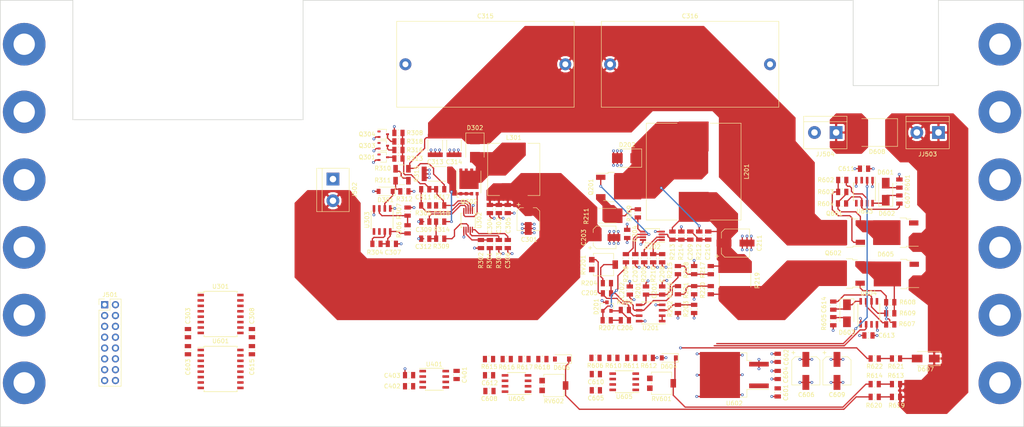
<source format=kicad_pcb>
(kicad_pcb (version 20171130) (host pcbnew "(2018-01-21 revision 81642dddd)-makepkg")
  (layers (0 F.Cu signal) (1 In1.Cu power hide) (2 In2.Cu power hide) (31 B.Cu signal) (34 B.Paste user) (35 F.Paste user) (36 B.SilkS user) (37 F.SilkS user) (38 B.Mask user hide) (39 F.Mask user hide) (44 Edge.Cuts user))
  (net 0 "")
  (net 1 GNDPWR)
  (net 2 +24V)
  (net 3 GND)
  (net 4 +3V3)
  (net 5 +5V)
  (net 6 "/Spark Output/+250V")
  (net 7 "/Spark Output/+24V")
  (net 8 +15V)
  (net 9 "Net-(D601-Pad2)")
  (net 10 "Net-(D603-Pad2)")
  (net 11 "Net-(D604-Pad1)")
  (net 12 "Net-(D606-Pad1)")
  (net 13 /Connectors/Output_250V_Enable)
  (net 14 /Connectors/Output_20V_Enable)
  (net 15 /Connectors/Short_Circuit)
  (net 16 /Connectors/Breakdown)
  (net 17 /Connectors/Spark_Voltage_0)
  (net 18 /Connectors/Spark_Voltage_1)
  (net 19 /Connectors/Spark_Voltage_2)
  (net 20 /Connectors/Spark_Voltage_Status)
  (net 21 "/Current Source/+20V")
  (net 22 "Net-(R606-Pad1)")
  (net 23 "Net-(R610-Pad1)")
  (net 24 "Net-(R612-Pad2)")
  (net 25 "Net-(R613-Pad1)")
  (net 26 "Net-(R615-Pad1)")
  (net 27 "Net-(R616-Pad1)")
  (net 28 "Net-(R618-Pad2)")
  (net 29 "Net-(R619-Pad1)")
  (net 30 "Net-(U601-Pad13)")
  (net 31 "Net-(U601-Pad14)")
  (net 32 "Net-(U603-Pad3)")
  (net 33 "Net-(U603-Pad5)")
  (net 34 "Net-(U604-Pad3)")
  (net 35 "Net-(U604-Pad5)")
  (net 36 "Net-(U605-Pad6)")
  (net 37 "Net-(U605-Pad5)")
  (net 38 "Net-(U606-Pad6)")
  (net 39 "Net-(U606-Pad5)")
  (net 40 "Net-(U401-Pad4)")
  (net 41 "Net-(U401-Pad5)")
  (net 42 "Net-(C306-Pad1)")
  (net 43 "Net-(C310-Pad2)")
  (net 44 "Net-(D301-Pad1)")
  (net 45 "Net-(Q301-Pad1)")
  (net 46 "Net-(Q301-Pad3)")
  (net 47 "Net-(Q303-Pad3)")
  (net 48 "Net-(Q303-Pad1)")
  (net 49 "Net-(Q304-Pad1)")
  (net 50 "Net-(Q304-Pad3)")
  (net 51 "Net-(R304-Pad2)")
  (net 52 "Net-(R306-Pad2)")
  (net 53 "Net-(R310-Pad2)")
  (net 54 "Net-(U303-Pad5)")
  (net 55 "Net-(U303-Pad6)")
  (net 56 "Net-(RV201-Pad1)")
  (net 57 "Net-(RV601-Pad1)")
  (net 58 "Net-(RV602-Pad1)")
  (net 59 "/Current Source/CS_ADJ")
  (net 60 "/Current Source/CS_FB")
  (net 61 "/Current Source/CS_PGATE")
  (net 62 "/Current Source/CS_ISEN")
  (net 63 "/Current Source/CS_2-")
  (net 64 "/Current Source/CS_1")
  (net 65 "/Current Source/CS_2+")
  (net 66 "/Current Source/CS_3")
  (net 67 "/Current Source/CS_2")
  (net 68 "/Current Source/CS_QD1")
  (net 69 "/Current Source/CS_OUT")
  (net 70 "/Current Source/CS_4")
  (net 71 "/Current Source/CS_QD")
  (net 72 "/Current Source/CS_QS")
  (net 73 "/Current Source/CS_NC1")
  (net 74 "/Current Source/CS_RT")
  (net 75 "/Current Source/CS_1-")
  (net 76 "/Current Source/CS_1+")
  (net 77 "/Current Source/CS_NC2")
  (net 78 "/Current Source/CS_VCC")
  (net 79 "/Current Source/CS_5")
  (net 80 "/Spark Output/LV_ENA")
  (net 81 "/Spark Output/LV_ENB")
  (net 82 "/Spark Output/HV_VS")
  (net 83 "/Spark Output/+250V_Out")
  (net 84 "/Spark Output/HV_ENB")
  (net 85 "/Spark Output/HV_ENA")
  (net 86 "/Spark Output/+20V_Out")
  (net 87 "/Spark Output/LV_VS")
  (net 88 "/Spark Output/HV_VB")
  (net 89 "/Spark Output/LV_VB")
  (net 90 "Net-(D607-Pad2)")
  (net 91 "Net-(R621-Pad2)")
  (net 92 /Connectors/Spark_Output)
  (net 93 "/Spark Voltage Source/VS_QS")
  (net 94 "/Spark Voltage Source/VS_FB")
  (net 95 "/Spark Voltage Source/VS_CS2")
  (net 96 "/Spark Voltage Source/VS_CS")
  (net 97 "/Spark Voltage Source/VS_COMP")
  (net 98 "/Spark Voltage Source/VS_RT")
  (net 99 "/Spark Voltage Source/VS_UVLO")
  (net 100 "/Spark Voltage Source/VS_OUT")
  (net 101 "/Spark Voltage Source/VS_QD")
  (net 102 "/Spark Voltage Source/VS_VCC")
  (module Capacitor_SMD:C_0805_2012Metric (layer F.Cu) (at 59 -17.955 270)
    (fp_text reference C615 (at 3.955 0 270) (layer F.SilkS))
    (fp_text value 100n)
    (pad 1 smd rect (at -0.955 0 270) (size 0.97 1.5) (layers F.Cu F.Paste F.Mask) (net 5 +5V))
    (pad 2 smd rect (at 0.955 0 270) (size 0.97 1.5) (layers F.Cu F.Paste F.Mask) (net 1 GNDPWR))
  )
  (module Diode_SMD:D_SMC (layer F.Cu) (at 205.6 -69 180)
    (fp_text reference D608 (at 0 -4.5 180) (layer F.SilkS))
    (fp_text value 1.5SMC400CA)
    (pad 1 smd rect (at -3.4 0 270) (size 3.3 2.5) (layers F.Cu F.Paste F.Mask) (net 92 /Connectors/Spark_Output))
    (pad 2 smd rect (at 3.4 0 270) (size 3.3 2.5) (layers F.Cu F.Paste F.Mask) (net 1 GNDPWR))
  )
  (module TerminalBlock:TerminalBlock_bornier-2_P5.08mm (layer F.Cu) (at 220 -69 180)
    (fp_text reference JJ503 (at 2.54 -5.08 180) (layer F.SilkS))
    (fp_text value Conn_01x02)
    (pad 1 thru_hole rect (at 0 0 180) (size 3 3) (drill 1.52) (layers *.Cu *.Mask) (net 92 /Connectors/Spark_Output))
    (pad 2 thru_hole circle (at 5.08 0 180) (size 3 3) (drill 1.52) (layers *.Cu *.Mask) (net 92 /Connectors/Spark_Output))
  )
  (module Diode_SMD:D_SMA (layer F.Cu) (at 217 -16 180)
    (fp_text reference D607 (at 0 -2.5 180) (layer F.SilkS))
    (fp_text value RS1MTR)
    (pad 1 smd rect (at -2 0 180) (size 2.5 1.8) (layers F.Cu F.Paste F.Mask) (net 92 /Connectors/Spark_Output))
    (pad 2 smd rect (at 2 0 180) (size 2.5 1.8) (layers F.Cu F.Paste F.Mask) (net 90 "Net-(D607-Pad2)"))
  )
  (module Resistor_SMD:R_0805_2012Metric (layer F.Cu) (at 205.045 -16 180)
    (fp_text reference R622 (at 0 -1.85 180) (layer F.SilkS))
    (fp_text value 21k)
    (pad 2 smd rect (at 0.955 0 180) (size 0.97 1.5) (layers F.Cu F.Paste F.Mask) (net 5 +5V))
    (pad 1 smd rect (at -0.955 0 180) (size 0.97 1.5) (layers F.Cu F.Paste F.Mask) (net 91 "Net-(R621-Pad2)"))
  )
  (module Resistor_SMD:R_0805_2012Metric (layer F.Cu) (at 210.045 -16 180)
    (fp_text reference R621 (at 0 -1.85 180) (layer F.SilkS))
    (fp_text value 21k)
    (pad 1 smd rect (at -0.955 0 180) (size 0.97 1.5) (layers F.Cu F.Paste F.Mask) (net 90 "Net-(D607-Pad2)"))
    (pad 2 smd rect (at 0.955 0 180) (size 0.97 1.5) (layers F.Cu F.Paste F.Mask) (net 91 "Net-(R621-Pad2)"))
  )
  (module Connector_PinHeader_2.54mm:PinHeader_2x08_P2.54mm_Vertical (layer F.Cu) (at 24.46 -28.62)
    (fp_text reference J501 (at 1.27 -2.33) (layer F.SilkS))
    (fp_text value Conn_02x08_Odd_Even)
    (pad 1 thru_hole rect (at 0 0) (size 1.7 1.7) (drill 1) (layers *.Cu *.Mask) (net 4 +3V3))
    (pad 2 thru_hole oval (at 2.54 0) (size 1.7 1.7) (drill 1) (layers *.Cu *.Mask) (net 17 /Connectors/Spark_Voltage_0))
    (pad 3 thru_hole oval (at 0 2.54) (size 1.7 1.7) (drill 1) (layers *.Cu *.Mask) (net 3 GND))
    (pad 4 thru_hole oval (at 2.54 2.54) (size 1.7 1.7) (drill 1) (layers *.Cu *.Mask) (net 18 /Connectors/Spark_Voltage_1))
    (pad 5 thru_hole oval (at 0 5.08) (size 1.7 1.7) (drill 1) (layers *.Cu *.Mask) (net 3 GND))
    (pad 6 thru_hole oval (at 2.54 5.08) (size 1.7 1.7) (drill 1) (layers *.Cu *.Mask) (net 19 /Connectors/Spark_Voltage_2))
    (pad 7 thru_hole oval (at 0 7.62) (size 1.7 1.7) (drill 1) (layers *.Cu *.Mask) (net 3 GND))
    (pad 8 thru_hole oval (at 2.54 7.62) (size 1.7 1.7) (drill 1) (layers *.Cu *.Mask) (net 20 /Connectors/Spark_Voltage_Status))
    (pad 9 thru_hole oval (at 0 10.16) (size 1.7 1.7) (drill 1) (layers *.Cu *.Mask) (net 3 GND))
    (pad 10 thru_hole oval (at 2.54 10.16) (size 1.7 1.7) (drill 1) (layers *.Cu *.Mask) (net 13 /Connectors/Output_250V_Enable))
    (pad 11 thru_hole oval (at 0 12.7) (size 1.7 1.7) (drill 1) (layers *.Cu *.Mask) (net 3 GND))
    (pad 12 thru_hole oval (at 2.54 12.7) (size 1.7 1.7) (drill 1) (layers *.Cu *.Mask) (net 14 /Connectors/Output_20V_Enable))
    (pad 13 thru_hole oval (at 0 15.24) (size 1.7 1.7) (drill 1) (layers *.Cu *.Mask) (net 3 GND))
    (pad 14 thru_hole oval (at 2.54 15.24) (size 1.7 1.7) (drill 1) (layers *.Cu *.Mask) (net 15 /Connectors/Short_Circuit))
    (pad 15 thru_hole oval (at 0 17.78) (size 1.7 1.7) (drill 1) (layers *.Cu *.Mask) (net 3 GND))
    (pad 16 thru_hole oval (at 2.54 17.78) (size 1.7 1.7) (drill 1) (layers *.Cu *.Mask) (net 16 /Connectors/Breakdown))
  )
  (module Inductor_SMD:L_Pulse_PA4320 (layer F.Cu) (at 120.403041 -60.350183 90)
    (fp_text reference L301 (at 7.449817 -0.003041) (layer F.SilkS))
    (fp_text value 1m)
    (pad 1 smd rect (at -4.75 0 90) (size 3 5.6) (layers F.Cu F.Paste F.Mask) (net 2 +24V))
    (pad 2 smd rect (at 4.75 0 90) (size 3 5.6) (layers F.Cu F.Paste F.Mask) (net 101 "/Spark Voltage Source/VS_QD"))
  )
  (module MountingHole:MountingHole_5mm_Pad (layer F.Cu) (at 234.4 -57.94)
    (fp_text reference MK510 hide)
    (fp_text value Mounting_Hole_PAD)
    (pad 1 thru_hole circle (at 0 0) (size 10 10) (drill 5) (layers *.Cu *.Mask) (net 1 GNDPWR))
  )
  (module MountingHole:MountingHole_5mm_Pad (layer F.Cu) (at 5.6 -89.7)
    (fp_text reference MK506 hide)
    (fp_text value Mounting_Hole_PAD)
    (pad 1 thru_hole circle (at 0 0) (size 10 10) (drill 5) (layers *.Cu *.Mask) (net 1 GNDPWR))
  )
  (module MountingHole:MountingHole_5mm_Pad (layer F.Cu) (at 234.4 -10.3)
    (fp_text reference MK507 hide)
    (fp_text value Mounting_Hole_PAD)
    (pad 1 thru_hole circle (at 0 0) (size 10 10) (drill 5) (layers *.Cu *.Mask) (net 1 GNDPWR))
  )
  (module MountingHole:MountingHole_5mm_Pad (layer F.Cu) (at 5.6 -57.94)
    (fp_text reference MK504 hide)
    (fp_text value Mounting_Hole_PAD)
    (pad 1 thru_hole circle (at 0 0) (size 10 10) (drill 5) (layers *.Cu *.Mask) (net 1 GNDPWR))
  )
  (module MountingHole:MountingHole_5mm_Pad (layer F.Cu) (at 234.4 -26.18)
    (fp_text reference MK508 hide)
    (fp_text value Mounting_Hole_PAD)
    (pad 1 thru_hole circle (at 0 0) (size 10 10) (drill 5) (layers *.Cu *.Mask) (net 1 GNDPWR))
  )
  (module MountingHole:MountingHole_5mm_Pad (layer F.Cu) (at 234.4 -42.06)
    (fp_text reference MK509 hide)
    (fp_text value Mounting_Hole_PAD)
    (pad 1 thru_hole circle (at 0 0) (size 10 10) (drill 5) (layers *.Cu *.Mask) (net 1 GNDPWR))
  )
  (module MountingHole:MountingHole_5mm_Pad (layer F.Cu) (at 5.6 -42.06)
    (fp_text reference MK503 hide)
    (fp_text value Mounting_Hole_PAD)
    (pad 1 thru_hole circle (at 0 0) (size 10 10) (drill 5) (layers *.Cu *.Mask) (net 1 GNDPWR))
  )
  (module MountingHole:MountingHole_5mm_Pad (layer F.Cu) (at 5.6 -26.18)
    (fp_text reference MK502 hide)
    (fp_text value Mounting_Hole_PAD)
    (pad 1 thru_hole circle (at 0 0) (size 10 10) (drill 5) (layers *.Cu *.Mask) (net 1 GNDPWR))
  )
  (module MountingHole:MountingHole_5mm_Pad (layer F.Cu) (at 5.6 -10.3)
    (fp_text reference MK501 hide)
    (fp_text value Mounting_Hole_PAD)
    (pad 1 thru_hole circle (at 0 0) (size 10 10) (drill 5) (layers *.Cu *.Mask) (net 1 GNDPWR))
  )
  (module MountingHole:MountingHole_5mm_Pad (layer F.Cu) (at 234.4 -89.7)
    (fp_text reference MK512 hide)
    (fp_text value Mounting_Hole_PAD)
    (pad 1 thru_hole circle (at 0 0) (size 10 10) (drill 5) (layers *.Cu *.Mask) (net 1 GNDPWR))
  )
  (module MountingHole:MountingHole_5mm_Pad (layer F.Cu) (at 234.4 -73.82)
    (fp_text reference MK511 hide)
    (fp_text value Mounting_Hole_PAD)
    (pad 1 thru_hole circle (at 0 0) (size 10 10) (drill 5) (layers *.Cu *.Mask) (net 1 GNDPWR))
  )
  (module MountingHole:MountingHole_5mm_Pad (layer F.Cu) (at 5.6 -73.82)
    (fp_text reference MK505 hide)
    (fp_text value Mounting_Hole_PAD)
    (pad 1 thru_hole circle (at 0 0) (size 10 10) (drill 5) (layers *.Cu *.Mask) (net 1 GNDPWR))
  )
  (module Resistor_SMD:R_0805_2012Metric (layer F.Cu) (at 155.215394 -31.956567 90)
    (fp_text reference C201 (at 0 -1.85 90) (layer F.SilkS))
    (fp_text value 220p)
    (pad 2 smd rect (at 0.955 0 90) (size 0.97 1.5) (layers F.Cu F.Paste F.Mask) (net 1 GNDPWR))
    (pad 1 smd rect (at -0.955 0 90) (size 0.97 1.5) (layers F.Cu F.Paste F.Mask) (net 63 "/Current Source/CS_2-"))
  )
  (module Capacitor_SMD:C_0805_2012Metric (layer F.Cu) (at 147.615394 -31.946567 90)
    (fp_text reference C202 (at 0 -1.85 90) (layer F.SilkS))
    (fp_text value 100n)
    (pad 1 smd rect (at -0.955 0 90) (size 0.97 1.5) (layers F.Cu F.Paste F.Mask) (net 2 +24V))
    (pad 2 smd rect (at 0.955 0 90) (size 0.97 1.5) (layers F.Cu F.Paste F.Mask) (net 1 GNDPWR))
  )
  (module Capacitor_SMD:CP_Elec_5x5.3 (layer F.Cu) (at 141.702827 -44.377519)
    (fp_text reference C203 (at -4.9 0 -270) (layer F.SilkS))
    (fp_text value 22u)
    (fp_text user + (at -3.38 2.34) (layer F.SilkS))
    (pad 1 smd rect (at -2.2 0 180) (size 3 1.6) (layers F.Cu F.Paste F.Mask) (net 2 +24V))
    (pad 2 smd rect (at 2.2 0 180) (size 3 1.6) (layers F.Cu F.Paste F.Mask) (net 1 GNDPWR))
  )
  (module Capacitor_SMD:C_0805_2012Metric (layer F.Cu) (at 147.002827 -45.222519 90)
    (fp_text reference C204 (at 0.055 1.8 90) (layer F.SilkS))
    (fp_text value 100n)
    (pad 1 smd rect (at -0.955 0 90) (size 0.97 1.5) (layers F.Cu F.Paste F.Mask) (net 2 +24V))
    (pad 2 smd rect (at 0.955 0 90) (size 0.97 1.5) (layers F.Cu F.Paste F.Mask) (net 1 GNDPWR))
  )
  (module Resistor_SMD:R_0805_2012Metric (layer F.Cu) (at 142.257827 -31.277519)
    (fp_text reference C205 (at -4.1 -0.1) (layer F.SilkS))
    (fp_text value 220p)
    (pad 1 smd rect (at -0.955 0) (size 0.97 1.5) (layers F.Cu F.Paste F.Mask) (net 64 "/Current Source/CS_1"))
    (pad 2 smd rect (at 0.955 0) (size 0.97 1.5) (layers F.Cu F.Paste F.Mask) (net 65 "/Current Source/CS_2+"))
  )
  (module Capacitor_SMD:C_0805_2012Metric (layer F.Cu) (at 146.457827 -24.977519)
    (fp_text reference C206 (at 0 1.8) (layer F.SilkS))
    (fp_text value 10n)
    (pad 1 smd rect (at -0.955 0) (size 0.97 1.5) (layers F.Cu F.Paste F.Mask) (net 66 "/Current Source/CS_3"))
    (pad 2 smd rect (at 0.955 0) (size 0.97 1.5) (layers F.Cu F.Paste F.Mask) (net 67 "/Current Source/CS_2"))
  )
  (module Capacitor_SMD:C_0805_2012Metric (layer F.Cu) (at 148.902827 -39.522519 90)
    (fp_text reference C207 (at -3.745 0 90) (layer F.SilkS))
    (fp_text value 470n)
    (pad 2 smd rect (at 0.955 0 90) (size 0.97 1.5) (layers F.Cu F.Paste F.Mask) (net 78 "/Current Source/CS_VCC"))
    (pad 1 smd rect (at -0.955 0 90) (size 0.97 1.5) (layers F.Cu F.Paste F.Mask) (net 2 +24V))
  )
  (module Capacitor_SMD:C_0805_2012Metric (layer F.Cu) (at 155.202827 -39.522519 90)
    (fp_text reference C208 (at -3.745 0 90) (layer F.SilkS))
    (fp_text value 1n)
    (pad 2 smd rect (at 0.955 0 90) (size 0.97 1.5) (layers F.Cu F.Paste F.Mask) (net 59 "/Current Source/CS_ADJ"))
    (pad 1 smd rect (at -0.955 0 90) (size 0.97 1.5) (layers F.Cu F.Paste F.Mask) (net 2 +24V))
  )
  (module Capacitor_SMD:C_0805_2012Metric (layer F.Cu) (at 161.802827 -44.832519 270)
    (fp_text reference C209 (at 3.855 0 270) (layer F.SilkS))
    (fp_text value 100n)
    (pad 2 smd rect (at 0.955 0 270) (size 0.97 1.5) (layers F.Cu F.Paste F.Mask) (net 60 "/Current Source/CS_FB"))
    (pad 1 smd rect (at -0.955 0 270) (size 0.97 1.5) (layers F.Cu F.Paste F.Mask) (net 68 "/Current Source/CS_QD1"))
  )
  (module Capacitor_SMD:C_0805_2012Metric (layer F.Cu) (at 166.002827 -44.832519 270)
    (fp_text reference C210 (at 3.855 0.1 270) (layer F.SilkS))
    (fp_text value 3n3)
    (pad 2 smd rect (at 0.955 0 270) (size 0.97 1.5) (layers F.Cu F.Paste F.Mask) (net 68 "/Current Source/CS_QD1"))
    (pad 1 smd rect (at -0.955 0 270) (size 0.97 1.5) (layers F.Cu F.Paste F.Mask) (net 69 "/Current Source/CS_OUT"))
  )
  (module Capacitor_SMD:CP_Elec_6.3x5.3 (layer F.Cu) (at 172.402827 -43.077519)
    (fp_text reference C211 (at 5.6 0 -270) (layer F.SilkS))
    (fp_text value 10u)
    (fp_text user + (at -4.28 3.01) (layer F.SilkS))
    (pad 1 smd rect (at -2.7 0 180) (size 3.5 1.6) (layers F.Cu F.Paste F.Mask) (net 69 "/Current Source/CS_OUT"))
    (pad 2 smd rect (at 2.7 0 180) (size 3.5 1.6) (layers F.Cu F.Paste F.Mask) (net 1 GNDPWR))
  )
  (module Capacitor_SMD:C_0805_2012Metric (layer F.Cu) (at 116.903041 -51.055183 270)
    (fp_text reference C302 (at 3.855 0 270) (layer F.SilkS))
    (fp_text value 1u)
    (pad 1 smd rect (at -0.955 0 270) (size 0.97 1.5) (layers F.Cu F.Paste F.Mask) (net 2 +24V))
    (pad 2 smd rect (at 0.955 0 270) (size 0.97 1.5) (layers F.Cu F.Paste F.Mask) (net 1 GNDPWR))
  )
  (module Capacitor_SMD:C_0805_2012Metric (layer F.Cu) (at 44 -21.955 270)
    (fp_text reference C303 (at -4.045 0 270) (layer F.SilkS))
    (fp_text value 100n)
    (pad 2 smd rect (at 0.955 0 270) (size 0.97 1.5) (layers F.Cu F.Paste F.Mask) (net 3 GND))
    (pad 1 smd rect (at -0.955 0 270) (size 0.97 1.5) (layers F.Cu F.Paste F.Mask) (net 4 +3V3))
  )
  (module Capacitor_SMD:C_0805_2012Metric (layer F.Cu) (at 114.803041 -51.055183 270)
    (fp_text reference C304 (at 3.955 0 270) (layer F.SilkS))
    (fp_text value 1u)
    (pad 1 smd rect (at -0.955 0 270) (size 0.97 1.5) (layers F.Cu F.Paste F.Mask) (net 2 +24V))
    (pad 2 smd rect (at 0.955 0 270) (size 0.97 1.5) (layers F.Cu F.Paste F.Mask) (net 1 GNDPWR))
  )
  (module Capacitor_SMD:C_0805_2012Metric (layer F.Cu) (at 119.003041 -51.055183 270)
    (fp_text reference C305 (at 3.855 -0.1 270) (layer F.SilkS))
    (fp_text value 1u)
    (pad 2 smd rect (at 0.955 0 270) (size 0.97 1.5) (layers F.Cu F.Paste F.Mask) (net 1 GNDPWR))
    (pad 1 smd rect (at -0.955 0 270) (size 0.97 1.5) (layers F.Cu F.Paste F.Mask) (net 2 +24V))
  )
  (module Capacitor_SMD:C_0805_2012Metric (layer F.Cu) (at 119.003041 -42.855183 270)
    (fp_text reference C306 (at 3.855 0 270) (layer F.SilkS))
    (fp_text value 10n)
    (pad 1 smd rect (at -0.955 0 270) (size 0.97 1.5) (layers F.Cu F.Paste F.Mask) (net 42 "Net-(C306-Pad1)"))
    (pad 2 smd rect (at 0.955 0 270) (size 0.97 1.5) (layers F.Cu F.Paste F.Mask) (net 1 GNDPWR))
  )
  (module Capacitor_SMD:C_0805_2012Metric (layer F.Cu) (at 91.817855 -42.889703)
    (fp_text reference C307 (at 0.245 2) (layer F.SilkS))
    (fp_text value 100n)
    (pad 1 smd rect (at -0.955 0) (size 0.97 1.5) (layers F.Cu F.Paste F.Mask) (net 5 +5V))
    (pad 2 smd rect (at 0.955 0) (size 0.97 1.5) (layers F.Cu F.Paste F.Mask) (net 1 GNDPWR))
  )
  (module Capacitor_SMD:C_0805_2012Metric (layer F.Cu) (at 59 -21.955 270)
    (fp_text reference C308 (at -4.045 0 270) (layer F.SilkS))
    (fp_text value 100n)
    (pad 1 smd rect (at -0.955 0 270) (size 0.97 1.5) (layers F.Cu F.Paste F.Mask) (net 5 +5V))
    (pad 2 smd rect (at 0.955 0 270) (size 0.97 1.5) (layers F.Cu F.Paste F.Mask) (net 1 GNDPWR))
  )
  (module Capacitor_SMD:C_0805_2012Metric (layer F.Cu) (at 99.658041 -48.100183 180)
    (fp_text reference C309 (at 0.355 -1.9 180) (layer F.SilkS))
    (fp_text value 1u)
    (pad 1 smd rect (at -0.955 0 180) (size 0.97 1.5) (layers F.Cu F.Paste F.Mask) (net 102 "/Spark Voltage Source/VS_VCC"))
    (pad 2 smd rect (at 0.955 0 180) (size 0.97 1.5) (layers F.Cu F.Paste F.Mask) (net 1 GNDPWR))
  )
  (module Capacitor_SMD:C_0805_2012Metric (layer F.Cu) (at 103.148041 -51.900183 180)
    (fp_text reference C310 (at -0.355 -1.85 180) (layer F.SilkS))
    (fp_text value 120n)
    (pad 1 smd rect (at -0.955 0 180) (size 0.97 1.5) (layers F.Cu F.Paste F.Mask) (net 94 "/Spark Voltage Source/VS_FB"))
    (pad 2 smd rect (at 0.955 0 180) (size 0.97 1.5) (layers F.Cu F.Paste F.Mask) (net 43 "Net-(C310-Pad2)"))
  )
  (module Capacitor_SMD:C_0805_2012Metric (layer F.Cu) (at 99.648041 -55.700183 180)
    (fp_text reference C311 (at 0.445 -1.85 180) (layer F.SilkS))
    (fp_text value 560p)
    (pad 1 smd rect (at -0.955 0 180) (size 0.97 1.5) (layers F.Cu F.Paste F.Mask) (net 94 "/Spark Voltage Source/VS_FB"))
    (pad 2 smd rect (at 0.955 0 180) (size 0.97 1.5) (layers F.Cu F.Paste F.Mask) (net 97 "/Spark Voltage Source/VS_COMP"))
  )
  (module Capacitor_SMD:C_0805_2012Metric (layer F.Cu) (at 99.648041 -44.100183 180)
    (fp_text reference C312 (at 0.445 -1.85 180) (layer F.SilkS))
    (fp_text value 1n)
    (pad 2 smd rect (at 0.955 0 180) (size 0.97 1.5) (layers F.Cu F.Paste F.Mask) (net 1 GNDPWR))
    (pad 1 smd rect (at -0.955 0 180) (size 0.97 1.5) (layers F.Cu F.Paste F.Mask) (net 95 "/Spark Voltage Source/VS_CS2"))
  )
  (module Capacitor_SMD:C_1812_4532Metric (layer F.Cu) (at 101.99563 -65.957826 270)
    (fp_text reference C313 (at 3.857826 -0.00437) (layer F.SilkS))
    (fp_text value 470n)
    (pad 1 smd rect (at -2.175 0 270) (size 1.07 3.5) (layers F.Cu F.Paste F.Mask) (net 6 "/Spark Output/+250V"))
    (pad 2 smd rect (at 2.175 0 270) (size 1.07 3.5) (layers F.Cu F.Paste F.Mask) (net 1 GNDPWR))
  )
  (module Capacitor_SMD:C_1812_4532Metric (layer F.Cu) (at 106.39563 -65.957826 270)
    (fp_text reference C314 (at 3.857826 -0.00437) (layer F.SilkS))
    (fp_text value 470n)
    (pad 2 smd rect (at 2.175 0 270) (size 1.07 3.5) (layers F.Cu F.Paste F.Mask) (net 1 GNDPWR))
    (pad 1 smd rect (at -2.175 0 270) (size 1.07 3.5) (layers F.Cu F.Paste F.Mask) (net 6 "/Spark Output/+250V"))
  )
  (module Capacitor_THT:C_Rect_L41.5mm_W20.0mm_P37.50mm_MKS4 (layer F.Cu) (at 132.5 -85 180)
    (fp_text reference C315 (at 18.75 11.3 180) (layer F.SilkS))
    (fp_text value 25u)
    (pad 2 thru_hole circle (at 37.5 0 180) (size 2.8 2.8) (drill 1.4) (layers *.Cu *.Mask) (net 1 GNDPWR))
    (pad 1 thru_hole circle (at 0 0 180) (size 2.8 2.8) (drill 1.4) (layers *.Cu *.Mask) (net 6 "/Spark Output/+250V"))
  )
  (module Capacitor_THT:C_Rect_L41.5mm_W20.0mm_P37.50mm_MKS4 (layer F.Cu) (at 143 -85)
    (fp_text reference C316 (at 18.75 -11.31) (layer F.SilkS))
    (fp_text value 25u)
    (pad 1 thru_hole circle (at 0 0) (size 2.8 2.8) (drill 1.4) (layers *.Cu *.Mask) (net 6 "/Spark Output/+250V"))
    (pad 2 thru_hole circle (at 37.5 0) (size 2.8 2.8) (drill 1.4) (layers *.Cu *.Mask) (net 1 GNDPWR))
  )
  (module Capacitor_SMD:C_0805_2012Metric (layer F.Cu) (at 107 -12.145 270)
    (fp_text reference C401 (at 0 -1.85 270) (layer F.SilkS))
    (fp_text value 330n)
    (pad 2 smd rect (at 0.955 0 270) (size 0.97 1.5) (layers F.Cu F.Paste F.Mask) (net 1 GNDPWR))
    (pad 1 smd rect (at -0.955 0 270) (size 0.97 1.5) (layers F.Cu F.Paste F.Mask) (net 2 +24V))
  )
  (module Capacitor_SMD:C_0805_2012Metric (layer F.Cu) (at 95.855 -9.5)
    (fp_text reference C402 (at -3.955 0) (layer F.SilkS))
    (fp_text value 100n)
    (pad 2 smd rect (at 0.955 0) (size 0.97 1.5) (layers F.Cu F.Paste F.Mask) (net 1 GNDPWR))
    (pad 1 smd rect (at -0.955 0) (size 0.97 1.5) (layers F.Cu F.Paste F.Mask) (net 5 +5V))
  )
  (module Capacitor_SMD:C_0805_2012Metric (layer F.Cu) (at 95.855 -12.1)
    (fp_text reference C403 (at -3.955 0.1) (layer F.SilkS))
    (fp_text value 1u)
    (pad 1 smd rect (at -0.955 0) (size 0.97 1.5) (layers F.Cu F.Paste F.Mask) (net 5 +5V))
    (pad 2 smd rect (at 0.955 0) (size 0.97 1.5) (layers F.Cu F.Paste F.Mask) (net 1 GNDPWR))
  )
  (module Capacitor_SMD:C_0805_2012Metric (layer F.Cu) (at 182.3 -8.055 270)
    (fp_text reference C601 (at 0.055 -1.9 270) (layer F.SilkS))
    (fp_text value 330n)
    (pad 1 smd rect (at -0.955 0 270) (size 0.97 1.5) (layers F.Cu F.Paste F.Mask) (net 7 "/Spark Output/+24V"))
    (pad 2 smd rect (at 0.955 0 270) (size 0.97 1.5) (layers F.Cu F.Paste F.Mask) (net 1 GNDPWR))
  )
  (module Capacitor_SMD:C_0805_2012Metric (layer F.Cu) (at 182.3 -16.155 90)
    (fp_text reference C602 (at 0.145 2 90) (layer F.SilkS))
    (fp_text value 100n)
    (pad 1 smd rect (at -0.955 0 90) (size 0.97 1.5) (layers F.Cu F.Paste F.Mask) (net 8 +15V))
    (pad 2 smd rect (at 0.955 0 90) (size 0.97 1.5) (layers F.Cu F.Paste F.Mask) (net 1 GNDPWR))
  )
  (module Capacitor_SMD:C_0805_2012Metric (layer F.Cu) (at 44 -17.955 270)
    (fp_text reference C603 (at 3.955 0 270) (layer F.SilkS))
    (fp_text value 100n)
    (pad 2 smd rect (at 0.955 0 270) (size 0.97 1.5) (layers F.Cu F.Paste F.Mask) (net 3 GND))
    (pad 1 smd rect (at -0.955 0 270) (size 0.97 1.5) (layers F.Cu F.Paste F.Mask) (net 4 +3V3))
  )
  (module Capacitor_SMD:C_0805_2012Metric (layer F.Cu) (at 182.3 -12.145 270)
    (fp_text reference C604 (at 0 -1.9 270) (layer F.SilkS))
    (fp_text value 1u)
    (pad 2 smd rect (at 0.955 0 270) (size 0.97 1.5) (layers F.Cu F.Paste F.Mask) (net 1 GNDPWR))
    (pad 1 smd rect (at -0.955 0 270) (size 0.97 1.5) (layers F.Cu F.Paste F.Mask) (net 8 +15V))
  )
  (module Capacitor_SMD:C_0805_2012Metric (layer F.Cu) (at 139.65532 -8.547316 180)
    (fp_text reference C605 (at 0 -1.85 180) (layer F.SilkS))
    (fp_text value 100n)
    (pad 1 smd rect (at -0.955 0 180) (size 0.97 1.5) (layers F.Cu F.Paste F.Mask) (net 5 +5V))
    (pad 2 smd rect (at 0.955 0 180) (size 0.97 1.5) (layers F.Cu F.Paste F.Mask) (net 1 GNDPWR))
  )
  (module Capacitor_SMD:CP_Elec_6.3x5.3 (layer F.Cu) (at 188.9 -13.1 270)
    (fp_text reference C606 (at 5.6 -0.1) (layer F.SilkS))
    (fp_text value 10u)
    (fp_text user + (at -4.28 3.01 270) (layer F.SilkS))
    (pad 2 smd rect (at 2.7 0 90) (size 3.5 1.6) (layers F.Cu F.Paste F.Mask) (net 1 GNDPWR))
    (pad 1 smd rect (at -2.7 0 90) (size 3.5 1.6) (layers F.Cu F.Paste F.Mask) (net 8 +15V))
  )
  (module Capacitor_SMD:C_0805_2012Metric (layer F.Cu) (at 210.83501 -53.284322 270)
    (fp_text reference C607 (at 0.155 -1.90502 270) (layer F.SilkS))
    (fp_text value 470n)
    (pad 2 smd rect (at 0.955 0 270) (size 0.97 1.5) (layers F.Cu F.Paste F.Mask) (net 82 "/Spark Output/HV_VS"))
    (pad 1 smd rect (at -0.955 0 270) (size 0.97 1.5) (layers F.Cu F.Paste F.Mask) (net 88 "/Spark Output/HV_VB"))
  )
  (module Capacitor_SMD:C_0805_2012Metric (layer F.Cu) (at 114.70016 -8.373658 180)
    (fp_text reference C608 (at 0.045 -1.8 180) (layer F.SilkS))
    (fp_text value 100n)
    (pad 2 smd rect (at 0.955 0 180) (size 0.97 1.5) (layers F.Cu F.Paste F.Mask) (net 1 GNDPWR))
    (pad 1 smd rect (at -0.955 0 180) (size 0.97 1.5) (layers F.Cu F.Paste F.Mask) (net 5 +5V))
  )
  (module Capacitor_SMD:CP_Elec_6.3x5.3 (layer F.Cu) (at 196.2 -13.1 270)
    (fp_text reference C609 (at 5.6 0) (layer F.SilkS))
    (fp_text value 10u)
    (fp_text user + (at -4.28 3.01 270) (layer F.SilkS))
    (pad 1 smd rect (at -2.7 0 90) (size 3.5 1.6) (layers F.Cu F.Paste F.Mask) (net 8 +15V))
    (pad 2 smd rect (at 2.7 0 90) (size 3.5 1.6) (layers F.Cu F.Paste F.Mask) (net 1 GNDPWR))
  )
  (module Capacitor_SMD:C_0805_2012Metric (layer F.Cu) (at 139.65532 -12.347316 180)
    (fp_text reference C610 (at 0 -1.85 180) (layer F.SilkS))
    (fp_text value 100n)
    (pad 2 smd rect (at 0.955 0 180) (size 0.97 1.5) (layers F.Cu F.Paste F.Mask) (net 1 GNDPWR))
    (pad 1 smd rect (at -0.955 0 180) (size 0.97 1.5) (layers F.Cu F.Paste F.Mask) (net 5 +5V))
  )
  (module Capacitor_SMD:C_0805_2012Metric (layer F.Cu) (at 202.545492 -60.516076 180)
    (fp_text reference C611 (at 4.155 0 180) (layer F.SilkS))
    (fp_text value 100n)
    (pad 1 smd rect (at -0.955 0 180) (size 0.97 1.5) (layers F.Cu F.Paste F.Mask) (net 8 +15V))
    (pad 2 smd rect (at 0.955 0 180) (size 0.97 1.5) (layers F.Cu F.Paste F.Mask) (net 1 GNDPWR))
  )
  (module Capacitor_SMD:C_0805_2012Metric (layer F.Cu) (at 114.61016 -12.073658 180)
    (fp_text reference C612 (at -0.145 -1.8 180) (layer F.SilkS))
    (fp_text value 100n)
    (pad 2 smd rect (at 0.955 0 180) (size 0.97 1.5) (layers F.Cu F.Paste F.Mask) (net 1 GNDPWR))
    (pad 1 smd rect (at -0.955 0 180) (size 0.97 1.5) (layers F.Cu F.Paste F.Mask) (net 5 +5V))
  )
  (module Capacitor_SMD:C_0805_2012Metric (layer F.Cu) (at 203.578035 -21.411538)
    (fp_text reference C613 (at 4.255 0) (layer F.SilkS))
    (fp_text value 100n)
    (pad 1 smd rect (at -0.955 0) (size 0.97 1.5) (layers F.Cu F.Paste F.Mask) (net 8 +15V))
    (pad 2 smd rect (at 0.955 0) (size 0.97 1.5) (layers F.Cu F.Paste F.Mask) (net 1 GNDPWR))
  )
  (module Capacitor_SMD:C_0805_2012Metric (layer F.Cu) (at 195.333035 -28.411538 90)
    (fp_text reference C614 (at 0.2 -2.2 90) (layer F.SilkS))
    (fp_text value 470n)
    (pad 2 smd rect (at 0.955 0 90) (size 0.97 1.5) (layers F.Cu F.Paste F.Mask) (net 87 "/Spark Output/LV_VS"))
    (pad 1 smd rect (at -0.955 0 90) (size 0.97 1.5) (layers F.Cu F.Paste F.Mask) (net 89 "/Spark Output/LV_VB"))
  )
  (module Package_TO_SOT_SMD:SOT-23 (layer F.Cu) (at 142.252827 -28.177519 90)
    (fp_text reference D201 (at 0 -2.5 90) (layer F.SilkS))
    (fp_text value TL431AIDBZR)
    (pad 1 smd rect (at -1 -0.95 90) (size 0.9 0.8) (layers F.Cu F.Paste F.Mask) (net 70 "/Current Source/CS_4"))
    (pad 2 smd rect (at -1 0.95 90) (size 0.9 0.8) (layers F.Cu F.Paste F.Mask) (net 67 "/Current Source/CS_2"))
    (pad 3 smd rect (at 1 0 90) (size 0.9 0.8) (layers F.Cu F.Paste F.Mask) (net 1 GNDPWR))
  )
  (module Diode_SMD:D_SMB (layer F.Cu) (at 146.85 -63 180)
    (fp_text reference D202 (at -0.147173 3.1 180) (layer F.SilkS))
    (fp_text value S2JTR)
    (pad 2 smd rect (at 2.15 0 180) (size 2.5 2.3) (layers F.Cu F.Paste F.Mask) (net 1 GNDPWR))
    (pad 1 smd rect (at -2.15 0 180) (size 2.5 2.3) (layers F.Cu F.Paste F.Mask) (net 71 "/Current Source/CS_QD"))
  )
  (module Diode_SMD:D_SOD-123 (layer F.Cu) (at 90.353041 -55.200183 180)
    (fp_text reference D301 (at 0 -2 180) (layer F.SilkS))
    (fp_text value 4V7)
    (pad 1 smd rect (at -1.65 0 180) (size 0.9 1.2) (layers F.Cu F.Paste F.Mask) (net 44 "Net-(D301-Pad1)"))
    (pad 2 smd rect (at 1.65 0 180) (size 0.9 1.2) (layers F.Cu F.Paste F.Mask) (net 1 GNDPWR))
  )
  (module Diode_SMD:D_SMB (layer F.Cu) (at 111.303041 -65.350183 270)
    (fp_text reference D302 (at -4.75 0 180) (layer F.SilkS))
    (fp_text value S2JTR)
    (pad 1 smd rect (at -2.15 0 270) (size 2.5 2.3) (layers F.Cu F.Paste F.Mask) (net 6 "/Spark Output/+250V"))
    (pad 2 smd rect (at 2.15 0 270) (size 2.5 2.3) (layers F.Cu F.Paste F.Mask) (net 101 "/Spark Voltage Source/VS_QD"))
  )
  (module Diode_SMD:D_SMA (layer F.Cu) (at 207.63501 -55.126354 90)
    (fp_text reference D601 (at 4.540406 -0.045538 -180) (layer F.SilkS))
    (fp_text value RS1MTR)
    (pad 2 smd rect (at 2 0 90) (size 2.5 1.8) (layers F.Cu F.Paste F.Mask) (net 9 "Net-(D601-Pad2)"))
    (pad 1 smd rect (at -2 0 90) (size 2.5 1.8) (layers F.Cu F.Paste F.Mask) (net 88 "/Spark Output/HV_VB"))
  )
  (module Package_TO_SOT_SMD:TO-252-2 (layer F.Cu) (at 209.990492 -45.516076 180)
    (fp_text reference D602 (at 2.1 4.5 180) (layer F.SilkS))
    (fp_text value VS-15EWL06FNTR-M3)
    (pad 2 smd rect (at 2.1 0 180) (size 6.4 5.8) (layers F.Cu F.Mask) (net 83 "/Spark Output/+250V_Out"))
    (pad 3 smd rect (at -4.2 2.28 180) (size 2.2 1.2) (layers F.Cu F.Paste F.Mask))
    (pad 1 smd rect (at -4.2 -2.28 180) (size 2.2 1.2) (layers F.Cu F.Paste F.Mask) (net 92 /Connectors/Spark_Output))
  )
  (module Diode_SMD:D_SMA (layer F.Cu) (at 198.533035 -26.611538 270)
    (fp_text reference D603 (at 4.5 0) (layer F.SilkS))
    (fp_text value RS1MTR)
    (pad 1 smd rect (at -2 0 270) (size 2.5 1.8) (layers F.Cu F.Paste F.Mask) (net 89 "/Spark Output/LV_VB"))
    (pad 2 smd rect (at 2 0 270) (size 2.5 1.8) (layers F.Cu F.Paste F.Mask) (net 10 "Net-(D603-Pad2)"))
  )
  (module Diode_SMD:D_SOD-123 (layer F.Cu) (at 156.76032 -16.147316 180)
    (fp_text reference D604 (at 0 -2 180) (layer F.SilkS))
    (fp_text value 4V7)
    (pad 2 smd rect (at 1.65 0 180) (size 0.9 1.2) (layers F.Cu F.Paste F.Mask) (net 1 GNDPWR))
    (pad 1 smd rect (at -1.65 0 180) (size 0.9 1.2) (layers F.Cu F.Paste F.Mask) (net 11 "Net-(D604-Pad1)"))
  )
  (module Package_TO_SOT_SMD:TO-252-2 (layer F.Cu) (at 210.119349 -35.822256 180)
    (fp_text reference D605 (at 2.5 4.62 180) (layer F.SilkS))
    (fp_text value VS-15EWL06FNTR-M3)
    (pad 2 smd rect (at 2.1 0 180) (size 6.4 5.8) (layers F.Cu F.Mask) (net 86 "/Spark Output/+20V_Out"))
    (pad 3 smd rect (at -4.2 2.28 180) (size 2.2 1.2) (layers F.Cu F.Paste F.Mask))
    (pad 1 smd rect (at -4.2 -2.28 180) (size 2.2 1.2) (layers F.Cu F.Paste F.Mask) (net 92 /Connectors/Spark_Output))
  )
  (module Diode_SMD:D_SOD-123 (layer F.Cu) (at 131.70516 -15.873658 180)
    (fp_text reference D606 (at 0.05 -2 180) (layer F.SilkS))
    (fp_text value 4V7)
    (pad 1 smd rect (at -1.65 0 180) (size 0.9 1.2) (layers F.Cu F.Paste F.Mask) (net 12 "Net-(D606-Pad1)"))
    (pad 2 smd rect (at 1.65 0 180) (size 0.9 1.2) (layers F.Cu F.Paste F.Mask) (net 1 GNDPWR))
  )
  (module TerminalBlock:TerminalBlock_bornier-2_P5.08mm (layer F.Cu) (at 78 -58.08 270)
    (fp_text reference J502 (at 2.54 -5.08 270) (layer F.SilkS))
    (fp_text value Conn_01x02)
    (pad 1 thru_hole rect (at 0 0 270) (size 3 3) (drill 1.52) (layers *.Cu *.Mask) (net 1 GNDPWR))
    (pad 2 thru_hole circle (at 5.08 0 270) (size 3 3) (drill 1.52) (layers *.Cu *.Mask) (net 2 +24V))
  )
  (module Inductor_SMD:L_Wuerth_HCI-2212 (layer F.Cu) (at 162.602827 -59.827519 270)
    (fp_text reference L201 (at 0 -12.397173 270) (layer F.SilkS))
    (fp_text value 6u8)
    (pad 1 smd rect (at -8.25 0 270) (size 7 7) (layers F.Cu F.Paste F.Mask) (net 71 "/Current Source/CS_QD"))
    (pad 2 smd rect (at 8.25 0 270) (size 7 7) (layers F.Cu F.Paste F.Mask) (net 69 "/Current Source/CS_OUT"))
  )
  (module Package_TO_SOT_SMD:TO-252-2 (layer F.Cu) (at 145 -56.22)
    (fp_text reference Q201 (at -6.5 0 90) (layer F.SilkS))
    (fp_text value SUD19P06-60)
    (pad 1 smd rect (at -4.2 -2.28) (size 2.2 1.2) (layers F.Cu F.Paste F.Mask) (net 61 "/Current Source/CS_PGATE"))
    (pad 3 smd rect (at -4.2 2.28) (size 2.2 1.2) (layers F.Cu F.Paste F.Mask) (net 72 "/Current Source/CS_QS"))
    (pad 2 smd rect (at 2.1 0) (size 6.4 5.8) (layers F.Cu F.Mask) (net 71 "/Current Source/CS_QD"))
  )
  (module Package_TO_SOT_SMD:SOT-323_SC-70 (layer F.Cu) (at 89.803041 -63.200183)
    (fp_text reference Q301 (at -3.8 0) (layer F.SilkS))
    (fp_text value BSS214NW)
    (pad 1 smd rect (at -1 -0.65 270) (size 0.45 0.7) (layers F.Cu F.Paste F.Mask) (net 45 "Net-(Q301-Pad1)"))
    (pad 2 smd rect (at -1 0.65 270) (size 0.45 0.7) (layers F.Cu F.Paste F.Mask) (net 1 GNDPWR))
    (pad 3 smd rect (at 1 0 270) (size 0.45 0.7) (layers F.Cu F.Paste F.Mask) (net 46 "Net-(Q301-Pad3)"))
  )
  (module Package_TO_SOT_SMD:TDSON-8-1 (layer F.Cu) (at 109.903041 -57.400183 90)
    (fp_text reference Q302 (at -4.600183 -0.003041 -180) (layer F.SilkS))
    (fp_text value BSC13DN30NSFD)
    (pad 1 smd rect (at -2.75 -1.91) (size 0.7 0.8) (layers F.Cu F.Paste F.Mask) (net 93 "/Spark Voltage Source/VS_QS"))
    (pad 2 smd rect (at -2.75 -0.64) (size 0.7 0.8) (layers F.Cu F.Paste F.Mask) (net 93 "/Spark Voltage Source/VS_QS"))
    (pad 3 smd rect (at -2.75 0.64) (size 0.7 0.8) (layers F.Cu F.Paste F.Mask) (net 93 "/Spark Voltage Source/VS_QS"))
    (pad 4 smd rect (at -2.75 1.91) (size 0.7 0.8) (layers F.Cu F.Paste F.Mask) (net 100 "/Spark Voltage Source/VS_OUT"))
    (pad 5 smd rect (at 2.75 1.91) (size 0.7 0.8) (layers F.Cu F.Paste F.Mask) (net 101 "/Spark Voltage Source/VS_QD"))
    (pad 5 smd rect (at 2.75 0.64) (size 0.7 0.8) (layers F.Cu F.Paste F.Mask) (net 101 "/Spark Voltage Source/VS_QD"))
    (pad 5 smd rect (at 2.75 -0.64) (size 0.7 0.8) (layers F.Cu F.Paste F.Mask) (net 101 "/Spark Voltage Source/VS_QD"))
    (pad 5 smd rect (at 2.75 -1.91) (size 0.7 0.8) (layers F.Cu F.Paste F.Mask) (net 101 "/Spark Voltage Source/VS_QD"))
    (pad 5 smd rect (at 0.5 0) (size 4.5 4.29) (layers F.Cu F.Mask) (net 101 "/Spark Voltage Source/VS_QD"))
  )
  (module Package_TO_SOT_SMD:SOT-323_SC-70 (layer F.Cu) (at 89.803041 -65.900183)
    (fp_text reference Q303 (at -3.8 0) (layer F.SilkS))
    (fp_text value BSS214NW)
    (pad 3 smd rect (at 1 0 270) (size 0.45 0.7) (layers F.Cu F.Paste F.Mask) (net 47 "Net-(Q303-Pad3)"))
    (pad 2 smd rect (at -1 0.65 270) (size 0.45 0.7) (layers F.Cu F.Paste F.Mask) (net 1 GNDPWR))
    (pad 1 smd rect (at -1 -0.65 270) (size 0.45 0.7) (layers F.Cu F.Paste F.Mask) (net 48 "Net-(Q303-Pad1)"))
  )
  (module Package_TO_SOT_SMD:SOT-323_SC-70 (layer F.Cu) (at 89.803041 -68.600183)
    (fp_text reference Q304 (at -3.8 0) (layer F.SilkS))
    (fp_text value BSS214NW)
    (pad 1 smd rect (at -1 -0.65 270) (size 0.45 0.7) (layers F.Cu F.Paste F.Mask) (net 49 "Net-(Q304-Pad1)"))
    (pad 2 smd rect (at -1 0.65 270) (size 0.45 0.7) (layers F.Cu F.Paste F.Mask) (net 1 GNDPWR))
    (pad 3 smd rect (at 1 0 270) (size 0.45 0.7) (layers F.Cu F.Paste F.Mask) (net 50 "Net-(Q304-Pad3)"))
  )
  (module Package_TO_SOT_SMD:TO-252-2 (layer F.Cu) (at 197.490492 -45.536076 180)
    (fp_text reference Q601 (at 1.9 4.48 180) (layer F.SilkS))
    (fp_text value IPD50R3K0CE)
    (pad 1 smd rect (at -4.2 -2.28 180) (size 2.2 1.2) (layers F.Cu F.Paste F.Mask) (net 84 "/Spark Output/HV_ENB"))
    (pad 3 smd rect (at -4.2 2.28 180) (size 2.2 1.2) (layers F.Cu F.Paste F.Mask) (net 83 "/Spark Output/+250V_Out"))
    (pad 2 smd rect (at 2.1 0 180) (size 6.4 5.8) (layers F.Cu F.Mask) (net 6 "/Spark Output/+250V"))
  )
  (module Package_TO_SOT_SMD:TO-252-2 (layer F.Cu) (at 197.419349 -35.942256 180)
    (fp_text reference Q602 (at 2.1 4.8 180) (layer F.SilkS))
    (fp_text value IPD50R380CE)
    (pad 1 smd rect (at -4.2 -2.28 180) (size 2.2 1.2) (layers F.Cu F.Paste F.Mask) (net 81 "/Spark Output/LV_ENB"))
    (pad 3 smd rect (at -4.2 2.28 180) (size 2.2 1.2) (layers F.Cu F.Paste F.Mask) (net 86 "/Spark Output/+20V_Out"))
    (pad 2 smd rect (at 2.1 0 180) (size 6.4 5.8) (layers F.Cu F.Mask) (net 21 "/Current Source/+20V"))
  )
  (module Resistor_SMD:R_0805_2012Metric (layer F.Cu) (at 151.415394 -31.946567 90)
    (fp_text reference R201 (at 0 -1.85 90) (layer F.SilkS))
    (fp_text value 27k)
    (pad 1 smd rect (at -0.955 0 90) (size 0.97 1.5) (layers F.Cu F.Paste F.Mask) (net 63 "/Current Source/CS_2-"))
    (pad 2 smd rect (at 0.955 0 90) (size 0.97 1.5) (layers F.Cu F.Paste F.Mask) (net 1 GNDPWR))
  )
  (module Resistor_SMD:R_0805_2012Metric (layer F.Cu) (at 158.902827 -27.622519 90)
    (fp_text reference R202 (at 0 -1.85 90) (layer F.SilkS))
    (fp_text value 27k)
    (pad 1 smd rect (at -0.955 0 90) (size 0.97 1.5) (layers F.Cu F.Paste F.Mask) (net 2 +24V))
    (pad 2 smd rect (at 0.955 0 90) (size 0.97 1.5) (layers F.Cu F.Paste F.Mask) (net 73 "/Current Source/CS_NC1"))
  )
  (module Resistor_SMD:R_0805_2012Metric (layer F.Cu) (at 162.702827 -27.632519 270)
    (fp_text reference R203 (at 0 1.9 270) (layer F.SilkS))
    (fp_text value 27k)
    (pad 2 smd rect (at 0.955 0 270) (size 0.97 1.5) (layers F.Cu F.Paste F.Mask) (net 1 GNDPWR))
    (pad 1 smd rect (at -0.955 0 270) (size 0.97 1.5) (layers F.Cu F.Paste F.Mask) (net 73 "/Current Source/CS_NC1"))
  )
  (module Resistor_SMD:R_0805_2012Metric (layer F.Cu) (at 142.247827 -33.677519)
    (fp_text reference R204 (at -4.145 0) (layer F.SilkS))
    (fp_text value 4k7)
    (pad 1 smd rect (at -0.955 0) (size 0.97 1.5) (layers F.Cu F.Paste F.Mask) (net 79 "/Current Source/CS_5"))
    (pad 2 smd rect (at 0.955 0) (size 0.97 1.5) (layers F.Cu F.Paste F.Mask) (net 65 "/Current Source/CS_2+"))
  )
  (module Resistor_SMD:R_0805_2012Metric (layer F.Cu) (at 151.002827 -39.522519 90)
    (fp_text reference R205 (at -3.745 -0.1 90) (layer F.SilkS))
    (fp_text value 243k)
    (pad 1 smd rect (at -0.955 0 90) (size 0.97 1.5) (layers F.Cu F.Paste F.Mask) (net 2 +24V))
    (pad 2 smd rect (at 0.955 0 90) (size 0.97 1.5) (layers F.Cu F.Paste F.Mask) (net 74 "/Current Source/CS_RT"))
  )
  (module Resistor_SMD:R_0805_2012Metric (layer F.Cu) (at 146.457827 -27.377519)
    (fp_text reference R206 (at 0 -1.85) (layer F.SilkS))
    (fp_text value 10R)
    (pad 2 smd rect (at 0.955 0) (size 0.97 1.5) (layers F.Cu F.Paste F.Mask) (net 64 "/Current Source/CS_1"))
    (pad 1 smd rect (at -0.955 0) (size 0.97 1.5) (layers F.Cu F.Paste F.Mask) (net 67 "/Current Source/CS_2"))
  )
  (module Resistor_SMD:R_0805_2012Metric (layer F.Cu) (at 142.202827 -24.977519)
    (fp_text reference R207 (at 0 1.8) (layer F.SilkS))
    (fp_text value 27k)
    (pad 2 smd rect (at 0.955 0) (size 0.97 1.5) (layers F.Cu F.Paste F.Mask) (net 66 "/Current Source/CS_3"))
    (pad 1 smd rect (at -0.955 0) (size 0.97 1.5) (layers F.Cu F.Paste F.Mask) (net 70 "/Current Source/CS_4"))
  )
  (module Resistor_SMD:R_0805_2012Metric (layer F.Cu) (at 146.702827 -39.522519 270)
    (fp_text reference R208 (at 3.745 0 270) (layer F.SilkS))
    (fp_text value 4k7)
    (pad 1 smd rect (at -0.955 0 270) (size 0.97 1.5) (layers F.Cu F.Paste F.Mask) (net 61 "/Current Source/CS_PGATE"))
    (pad 2 smd rect (at 0.955 0 270) (size 0.97 1.5) (layers F.Cu F.Paste F.Mask) (net 70 "/Current Source/CS_4"))
  )
  (module Resistor_SMD:R_0805_2012Metric (layer F.Cu) (at 149.5 -50.045 270)
    (fp_text reference R209 (at 0.045 2 270) (layer F.SilkS))
    (fp_text value 100R)
    (pad 2 smd rect (at 0.955 0 270) (size 0.97 1.5) (layers F.Cu F.Paste F.Mask) (net 62 "/Current Source/CS_ISEN"))
    (pad 1 smd rect (at -0.955 0 270) (size 0.97 1.5) (layers F.Cu F.Paste F.Mask) (net 72 "/Current Source/CS_QS"))
  )
  (module Resistor_SMD:R_0805_2012Metric (layer F.Cu) (at 153.102827 -39.522519 90)
    (fp_text reference R210 (at -3.745 0 90) (layer F.SilkS))
    (fp_text value 6k34)
    (pad 2 smd rect (at 0.955 0 90) (size 0.97 1.5) (layers F.Cu F.Paste F.Mask) (net 59 "/Current Source/CS_ADJ"))
    (pad 1 smd rect (at -0.955 0 90) (size 0.97 1.5) (layers F.Cu F.Paste F.Mask) (net 2 +24V))
  )
  (module Resistor_SMD:R_2512_6332Metric (layer F.Cu) (at 142.307827 -49.477519)
    (fp_text reference R211 (at -4.905 0.1 -270) (layer F.SilkS))
    (fp_text value 10m)
    (pad 2 smd rect (at 3.005 0) (size 1.17 3.4) (layers F.Cu F.Paste F.Mask) (net 72 "/Current Source/CS_QS"))
    (pad 1 smd rect (at -3.005 0) (size 1.17 3.4) (layers F.Cu F.Paste F.Mask) (net 2 +24V))
  )
  (module Resistor_SMD:R_0805_2012Metric (layer F.Cu) (at 163.902827 -44.832519 90)
    (fp_text reference R212 (at -3.855 -0.1 90) (layer F.SilkS))
    (fp_text value 47k)
    (pad 1 smd rect (at -0.955 0 90) (size 0.97 1.5) (layers F.Cu F.Paste F.Mask) (net 68 "/Current Source/CS_QD1"))
    (pad 2 smd rect (at 0.955 0 90) (size 0.97 1.5) (layers F.Cu F.Paste F.Mask) (net 71 "/Current Source/CS_QD"))
  )
  (module Resistor_SMD:R_0805_2012Metric (layer F.Cu) (at 157.602827 -44.822519 270)
    (fp_text reference R213 (at 3.845 0 270) (layer F.SilkS))
    (fp_text value 15k)
    (pad 2 smd rect (at 0.955 0 270) (size 0.97 1.5) (layers F.Cu F.Paste F.Mask) (net 60 "/Current Source/CS_FB"))
    (pad 1 smd rect (at -0.955 0 270) (size 0.97 1.5) (layers F.Cu F.Paste F.Mask) (net 69 "/Current Source/CS_OUT"))
  )
  (module Resistor_SMD:R_0805_2012Metric (layer F.Cu) (at 159.702827 -44.822519 90)
    (fp_text reference R214 (at -3.855 -0.1 90) (layer F.SilkS))
    (fp_text value 1k)
    (pad 1 smd rect (at -0.955 0 90) (size 0.97 1.5) (layers F.Cu F.Paste F.Mask) (net 60 "/Current Source/CS_FB"))
    (pad 2 smd rect (at 0.955 0 90) (size 0.97 1.5) (layers F.Cu F.Paste F.Mask) (net 1 GNDPWR))
  )
  (module Resistor_SMD:R_0805_2012Metric (layer F.Cu) (at 158.902827 -36.732519 270)
    (fp_text reference R215 (at 0.045 1.9 270) (layer F.SilkS))
    (fp_text value 1k)
    (pad 2 smd rect (at 0.955 0 270) (size 0.97 1.5) (layers F.Cu F.Paste F.Mask) (net 63 "/Current Source/CS_2-"))
    (pad 1 smd rect (at -0.955 0 270) (size 0.97 1.5) (layers F.Cu F.Paste F.Mask) (net 75 "/Current Source/CS_1-"))
  )
  (module Resistor_SMD:R_0805_2012Metric (layer F.Cu) (at 158.902827 -32.022519 90)
    (fp_text reference R216 (at 0 -1.85 90) (layer F.SilkS))
    (fp_text value 1k)
    (pad 2 smd rect (at 0.955 0 90) (size 0.97 1.5) (layers F.Cu F.Paste F.Mask) (net 65 "/Current Source/CS_2+"))
    (pad 1 smd rect (at -0.955 0 90) (size 0.97 1.5) (layers F.Cu F.Paste F.Mask) (net 76 "/Current Source/CS_1+"))
  )
  (module Resistor_SMD:R_0805_2012Metric (layer F.Cu) (at 166.602827 -36.722519 270)
    (fp_text reference R217 (at 0 1.9 270) (layer F.SilkS))
    (fp_text value 1k)
    (pad 1 smd rect (at -0.955 0 270) (size 0.97 1.5) (layers F.Cu F.Paste F.Mask) (net 69 "/Current Source/CS_OUT"))
    (pad 2 smd rect (at 0.955 0 270) (size 0.97 1.5) (layers F.Cu F.Paste F.Mask) (net 75 "/Current Source/CS_1-"))
  )
  (module Resistor_SMD:R_0805_2012Metric (layer F.Cu) (at 162.702827 -36.732519 90)
    (fp_text reference R218 (at 0 -1.85 90) (layer F.SilkS))
    (fp_text value 1k)
    (pad 1 smd rect (at -0.955 0 90) (size 0.97 1.5) (layers F.Cu F.Paste F.Mask) (net 75 "/Current Source/CS_1-"))
    (pad 2 smd rect (at 0.955 0 90) (size 0.97 1.5) (layers F.Cu F.Paste F.Mask) (net 1 GNDPWR))
  )
  (module Resistor_SMD:R_0805_2012Metric (layer F.Cu) (at 166.602827 -32.022519 90)
    (fp_text reference R220 (at 0 -1.9 90) (layer F.SilkS))
    (fp_text value 1k)
    (pad 2 smd rect (at 0.955 0 90) (size 0.97 1.5) (layers F.Cu F.Paste F.Mask) (net 76 "/Current Source/CS_1+"))
    (pad 1 smd rect (at -0.955 0 90) (size 0.97 1.5) (layers F.Cu F.Paste F.Mask) (net 21 "/Current Source/+20V"))
  )
  (module Resistor_SMD:R_0805_2012Metric (layer F.Cu) (at 162.702827 -32.022519 270)
    (fp_text reference R221 (at 0.045 1.9 270) (layer F.SilkS))
    (fp_text value 1k)
    (pad 2 smd rect (at 0.955 0 270) (size 0.97 1.5) (layers F.Cu F.Paste F.Mask) (net 1 GNDPWR))
    (pad 1 smd rect (at -0.955 0 270) (size 0.97 1.5) (layers F.Cu F.Paste F.Mask) (net 76 "/Current Source/CS_1+"))
  )
  (module Resistor_SMD:R_0805_2012Metric (layer F.Cu) (at 114.803041 -42.845183 90)
    (fp_text reference R301 (at -3.845 -0.1 90) (layer F.SilkS))
    (fp_text value 27k)
    (pad 1 smd rect (at -0.955 0 90) (size 0.97 1.5) (layers F.Cu F.Paste F.Mask) (net 2 +24V))
    (pad 2 smd rect (at 0.955 0 90) (size 0.97 1.5) (layers F.Cu F.Paste F.Mask) (net 99 "/Spark Voltage Source/VS_UVLO"))
  )
  (module Resistor_SMD:R_0805_2012Metric (layer F.Cu) (at 112.703041 -42.845183 270)
    (fp_text reference R302 (at 3.845 0 270) (layer F.SilkS))
    (fp_text value 2k2)
    (pad 1 smd rect (at -0.955 0 270) (size 0.97 1.5) (layers F.Cu F.Paste F.Mask) (net 99 "/Spark Voltage Source/VS_UVLO"))
    (pad 2 smd rect (at 0.955 0 270) (size 0.97 1.5) (layers F.Cu F.Paste F.Mask) (net 1 GNDPWR))
  )
  (module Resistor_SMD:R_0805_2012Metric (layer F.Cu) (at 116.903041 -42.855183 270)
    (fp_text reference R303 (at 3.855 0 270) (layer F.SilkS))
    (fp_text value 84k5)
    (pad 1 smd rect (at -0.955 0 270) (size 0.97 1.5) (layers F.Cu F.Paste F.Mask) (net 98 "/Spark Voltage Source/VS_RT"))
    (pad 2 smd rect (at 0.955 0 270) (size 0.97 1.5) (layers F.Cu F.Paste F.Mask) (net 1 GNDPWR))
  )
  (module Resistor_SMD:R_0805_2012Metric (layer F.Cu) (at 88.207855 -42.889703 180)
    (fp_text reference R304 (at 0.345 -2 180) (layer F.SilkS))
    (fp_text value 21k)
    (pad 2 smd rect (at 0.955 0 180) (size 0.97 1.5) (layers F.Cu F.Paste F.Mask) (net 51 "Net-(R304-Pad2)"))
    (pad 1 smd rect (at -0.955 0 180) (size 0.97 1.5) (layers F.Cu F.Paste F.Mask) (net 5 +5V))
  )
  (module Resistor_SMD:R_0805_2012Metric (layer F.Cu) (at 99.648041 -51.900183 180)
    (fp_text reference R305 (at 0.445 -1.8 180) (layer F.SilkS))
    (fp_text value 3k)
    (pad 2 smd rect (at 0.955 0 180) (size 0.97 1.5) (layers F.Cu F.Paste F.Mask) (net 97 "/Spark Voltage Source/VS_COMP"))
    (pad 1 smd rect (at -0.955 0 180) (size 0.97 1.5) (layers F.Cu F.Paste F.Mask) (net 43 "Net-(C310-Pad2)"))
  )
  (module Resistor_SMD:R_0805_2012Metric (layer F.Cu) (at 95.503041 -46.300183 90)
    (fp_text reference R306 (at -0.1 -2 90) (layer F.SilkS))
    (fp_text value 27k)
    (pad 2 smd rect (at 0.955 0 90) (size 0.97 1.5) (layers F.Cu F.Paste F.Mask) (net 52 "Net-(R306-Pad2)"))
    (pad 1 smd rect (at -0.955 0 90) (size 0.97 1.5) (layers F.Cu F.Paste F.Mask) (net 5 +5V))
  )
  (module Resistor_SMD:R_0805_2012Metric (layer F.Cu) (at 95.503041 -50.455183 90)
    (fp_text reference R307 (at 0.045 -2 90) (layer F.SilkS))
    (fp_text value 84k5)
    (pad 1 smd rect (at -0.955 0 90) (size 0.97 1.5) (layers F.Cu F.Paste F.Mask) (net 52 "Net-(R306-Pad2)"))
    (pad 2 smd rect (at 0.955 0 90) (size 0.97 1.5) (layers F.Cu F.Paste F.Mask) (net 1 GNDPWR))
  )
  (module Resistor_SMD:R_0805_2012Metric (layer F.Cu) (at 93.358041 -68.900183 180)
    (fp_text reference R308 (at -3.845 0 180) (layer F.SilkS))
    (fp_text value 261R)
    (pad 1 smd rect (at -0.955 0 180) (size 0.97 1.5) (layers F.Cu F.Paste F.Mask) (net 94 "/Spark Voltage Source/VS_FB"))
    (pad 2 smd rect (at 0.955 0 180) (size 0.97 1.5) (layers F.Cu F.Paste F.Mask) (net 1 GNDPWR))
  )
  (module Resistor_SMD:R_0805_2012Metric (layer F.Cu) (at 103.158041 -44.100183)
    (fp_text reference R309 (at 0.245 1.8) (layer F.SilkS))
    (fp_text value 10k5)
    (pad 1 smd rect (at -0.955 0) (size 0.97 1.5) (layers F.Cu F.Paste F.Mask) (net 95 "/Spark Voltage Source/VS_CS2"))
    (pad 2 smd rect (at 0.955 0) (size 0.97 1.5) (layers F.Cu F.Paste F.Mask) (net 96 "/Spark Voltage Source/VS_CS"))
  )
  (module Resistor_SMD:R_1206_3216Metric (layer F.Cu) (at 94.195 -60.5 180)
    (fp_text reference R310 (at 4.5 0.1 180) (layer F.SilkS))
    (fp_text value 93k1)
    (pad 1 smd rect (at -1.505 0 180) (size 1.07 1.8) (layers F.Cu F.Paste F.Mask) (net 6 "/Spark Output/+250V"))
    (pad 2 smd rect (at 1.505 0 180) (size 1.07 1.8) (layers F.Cu F.Paste F.Mask) (net 53 "Net-(R310-Pad2)"))
  )
  (module Resistor_SMD:R_1206_3216Metric (layer F.Cu) (at 94.195 -57.7 180)
    (fp_text reference R311 (at 4.505 0.1 180) (layer F.SilkS))
    (fp_text value 93k1)
    (pad 2 smd rect (at 1.505 0 180) (size 1.07 1.8) (layers F.Cu F.Paste F.Mask) (net 44 "Net-(D301-Pad1)"))
    (pad 1 smd rect (at -1.505 0 180) (size 1.07 1.8) (layers F.Cu F.Paste F.Mask) (net 53 "Net-(R310-Pad2)"))
  )
  (module Resistor_SMD:R_0805_2012Metric (layer F.Cu) (at 94.748041 -55.200183)
    (fp_text reference R312 (at 0 1.8) (layer F.SilkS))
    (fp_text value 10k)
    (pad 1 smd rect (at -0.955 0) (size 0.97 1.5) (layers F.Cu F.Paste F.Mask) (net 44 "Net-(D301-Pad1)"))
    (pad 2 smd rect (at 0.955 0) (size 0.97 1.5) (layers F.Cu F.Paste F.Mask) (net 1 GNDPWR))
  )
  (module Resistor_SMD:R_0805_2012Metric (layer F.Cu) (at 93.358041 -62.900183 180)
    (fp_text reference R313 (at -3.845 0 180) (layer F.SilkS))
    (fp_text value 523R)
    (pad 1 smd rect (at -0.955 0 180) (size 0.97 1.5) (layers F.Cu F.Paste F.Mask) (net 94 "/Spark Voltage Source/VS_FB"))
    (pad 2 smd rect (at 0.955 0 180) (size 0.97 1.5) (layers F.Cu F.Paste F.Mask) (net 46 "Net-(Q301-Pad3)"))
  )
  (module Resistor_SMD:R_0805_2012Metric (layer F.Cu) (at 103.148041 -48.100183 180)
    (fp_text reference R314 (at -0.355 -1.85 180) (layer F.SilkS))
    (fp_text value 102R)
    (pad 2 smd rect (at 0.955 0 180) (size 0.97 1.5) (layers F.Cu F.Paste F.Mask) (net 95 "/Spark Voltage Source/VS_CS2"))
    (pad 1 smd rect (at -0.955 0 180) (size 0.97 1.5) (layers F.Cu F.Paste F.Mask) (net 93 "/Spark Voltage Source/VS_QS"))
  )
  (module Resistor_SMD:R_2512_6332Metric (layer F.Cu) (at 102.398041 -59.300183 180)
    (fp_text reference R315 (at 4.795 0 -90) (layer F.SilkS))
    (fp_text value 150m)
    (pad 1 smd rect (at -3.005 0 180) (size 1.17 3.4) (layers F.Cu F.Paste F.Mask) (net 93 "/Spark Voltage Source/VS_QS"))
    (pad 2 smd rect (at 3.005 0 180) (size 1.17 3.4) (layers F.Cu F.Paste F.Mask) (net 1 GNDPWR))
  )
  (module Resistor_SMD:R_0805_2012Metric (layer F.Cu) (at 93.358041 -64.900183 180)
    (fp_text reference R316 (at -3.845 0 180) (layer F.SilkS))
    (fp_text value 261R)
    (pad 2 smd rect (at 0.955 0 180) (size 0.97 1.5) (layers F.Cu F.Paste F.Mask) (net 47 "Net-(Q303-Pad3)"))
    (pad 1 smd rect (at -0.955 0 180) (size 0.97 1.5) (layers F.Cu F.Paste F.Mask) (net 94 "/Spark Voltage Source/VS_FB"))
  )
  (module Resistor_SMD:R_0805_2012Metric (layer F.Cu) (at 103.148041 -55.700183 180)
    (fp_text reference R317 (at -0.355 -1.85 180) (layer F.SilkS))
    (fp_text value 21k)
    (pad 2 smd rect (at 0.955 0 180) (size 0.97 1.5) (layers F.Cu F.Paste F.Mask) (net 94 "/Spark Voltage Source/VS_FB"))
    (pad 1 smd rect (at -0.955 0 180) (size 0.97 1.5) (layers F.Cu F.Paste F.Mask) (net 6 "/Spark Output/+250V"))
  )
  (module Resistor_SMD:R_0805_2012Metric (layer F.Cu) (at 93.358041 -66.900183 180)
    (fp_text reference R318 (at -3.845 0 180) (layer F.SilkS))
    (fp_text value 180R)
    (pad 1 smd rect (at -0.955 0 180) (size 0.97 1.5) (layers F.Cu F.Paste F.Mask) (net 94 "/Spark Voltage Source/VS_FB"))
    (pad 2 smd rect (at 0.955 0 180) (size 0.97 1.5) (layers F.Cu F.Paste F.Mask) (net 50 "Net-(Q304-Pad3)"))
  )
  (module Resistor_SMD:R_0805_2012Metric (layer F.Cu) (at 210.83501 -57.026354 90)
    (fp_text reference R601 (at 0.202968 1.9 90) (layer F.SilkS))
    (fp_text value 4R99)
    (pad 2 smd rect (at 0.955 0 90) (size 0.97 1.5) (layers F.Cu F.Paste F.Mask) (net 8 +15V))
    (pad 1 smd rect (at -0.955 0 90) (size 0.97 1.5) (layers F.Cu F.Paste F.Mask) (net 9 "Net-(D601-Pad2)"))
  )
  (module Resistor_SMD:R_0805_2012Metric (layer F.Cu) (at 197.434472 -57.86676)
    (fp_text reference R602 (at -3.845 0) (layer F.SilkS))
    (fp_text value 47R)
    (pad 2 smd rect (at 0.955 0) (size 0.97 1.5) (layers F.Cu F.Paste F.Mask) (net 85 "/Spark Output/HV_ENA"))
    (pad 1 smd rect (at -0.955 0) (size 0.97 1.5) (layers F.Cu F.Paste F.Mask) (net 84 "/Spark Output/HV_ENB"))
  )
  (module Resistor_SMD:R_0805_2012Metric (layer F.Cu) (at 197.434472 -55.06676 180)
    (fp_text reference R603 (at 3.855 0 180) (layer F.SilkS))
    (fp_text value 4k7)
    (pad 2 smd rect (at 0.955 0 180) (size 0.97 1.5) (layers F.Cu F.Paste F.Mask) (net 84 "/Spark Output/HV_ENB"))
    (pad 1 smd rect (at -0.955 0 180) (size 0.97 1.5) (layers F.Cu F.Paste F.Mask) (net 83 "/Spark Output/+250V_Out"))
  )
  (module Resistor_SMD:R_0805_2012Metric (layer F.Cu) (at 197.38503 -52.36676)
    (fp_text reference R604 (at -3.855 0.1) (layer F.SilkS))
    (fp_text value 4R99)
    (pad 2 smd rect (at 0.955 0) (size 0.97 1.5) (layers F.Cu F.Paste F.Mask) (net 82 "/Spark Output/HV_VS"))
    (pad 1 smd rect (at -0.955 0) (size 0.97 1.5) (layers F.Cu F.Paste F.Mask) (net 83 "/Spark Output/+250V_Out"))
  )
  (module Resistor_SMD:R_0805_2012Metric (layer F.Cu) (at 195.333035 -24.756538 270)
    (fp_text reference R605 (at 0.245 2.2 270) (layer F.SilkS))
    (fp_text value 4R99)
    (pad 1 smd rect (at -0.955 0 270) (size 0.97 1.5) (layers F.Cu F.Paste F.Mask) (net 10 "Net-(D603-Pad2)"))
    (pad 2 smd rect (at 0.955 0 270) (size 0.97 1.5) (layers F.Cu F.Paste F.Mask) (net 8 +15V))
  )
  (module Resistor_SMD:R_0805_2012Metric (layer F.Cu) (at 139.56532 -16.147316)
    (fp_text reference R606 (at -0.045 1.8) (layer F.SilkS))
    (fp_text value 21k)
    (pad 2 smd rect (at 0.955 0) (size 0.97 1.5) (layers F.Cu F.Paste F.Mask) (net 5 +5V))
    (pad 1 smd rect (at -0.955 0) (size 0.97 1.5) (layers F.Cu F.Paste F.Mask) (net 22 "Net-(R606-Pad1)"))
  )
  (module Resistor_SMD:R_0805_2012Metric (layer F.Cu) (at 208.688035 -24 180)
    (fp_text reference R607 (at -3.945 0.1 180) (layer F.SilkS))
    (fp_text value 47R)
    (pad 2 smd rect (at 0.955 0 180) (size 0.97 1.5) (layers F.Cu F.Paste F.Mask) (net 80 "/Spark Output/LV_ENA"))
    (pad 1 smd rect (at -0.955 0 180) (size 0.97 1.5) (layers F.Cu F.Paste F.Mask) (net 81 "/Spark Output/LV_ENB"))
  )
  (module Resistor_SMD:R_0805_2012Metric (layer F.Cu) (at 208.688035 -29.2 180)
    (fp_text reference R608 (at -4.055 0 180) (layer F.SilkS))
    (fp_text value 4k7)
    (pad 1 smd rect (at -0.955 0 180) (size 0.97 1.5) (layers F.Cu F.Paste F.Mask) (net 86 "/Spark Output/+20V_Out"))
    (pad 2 smd rect (at 0.955 0 180) (size 0.97 1.5) (layers F.Cu F.Paste F.Mask) (net 81 "/Spark Output/LV_ENB"))
  )
  (module Resistor_SMD:R_0805_2012Metric (layer F.Cu) (at 208.688035 -26.611538 180)
    (fp_text reference R609 (at -4.045 0 180) (layer F.SilkS))
    (fp_text value 4R99)
    (pad 2 smd rect (at 0.955 0 180) (size 0.97 1.5) (layers F.Cu F.Paste F.Mask) (net 87 "/Spark Output/LV_VS"))
    (pad 1 smd rect (at -0.955 0 180) (size 0.97 1.5) (layers F.Cu F.Paste F.Mask) (net 86 "/Spark Output/+20V_Out"))
  )
  (module Resistor_SMD:R_0805_2012Metric (layer F.Cu) (at 143.75532 -16.147316 180)
    (fp_text reference R610 (at 0 -1.85 180) (layer F.SilkS))
    (fp_text value 27k)
    (pad 1 smd rect (at -0.955 0 180) (size 0.97 1.5) (layers F.Cu F.Paste F.Mask) (net 23 "Net-(R610-Pad1)"))
    (pad 2 smd rect (at 0.955 0 180) (size 0.97 1.5) (layers F.Cu F.Paste F.Mask) (net 5 +5V))
  )
  (module Resistor_SMD:R_0805_2012Metric (layer F.Cu) (at 147.95532 -16.147316 180)
    (fp_text reference R611 (at 0 -1.85 180) (layer F.SilkS))
    (fp_text value 84k5)
    (pad 2 smd rect (at 0.955 0 180) (size 0.97 1.5) (layers F.Cu F.Paste F.Mask) (net 23 "Net-(R610-Pad1)"))
    (pad 1 smd rect (at -0.955 0 180) (size 0.97 1.5) (layers F.Cu F.Paste F.Mask) (net 1 GNDPWR))
  )
  (module Resistor_SMD:R_0805_2012Metric (layer F.Cu) (at 152.06532 -16.147316 180)
    (fp_text reference R612 (at 0 -1.85 180) (layer F.SilkS))
    (fp_text value 10k)
    (pad 1 smd rect (at -0.955 0 180) (size 0.97 1.5) (layers F.Cu F.Paste F.Mask) (net 1 GNDPWR))
    (pad 2 smd rect (at 0.955 0 180) (size 0.97 1.5) (layers F.Cu F.Paste F.Mask) (net 24 "Net-(R612-Pad2)"))
  )
  (module Resistor_SMD:R_0805_2012Metric (layer F.Cu) (at 210.045 -10)
    (fp_text reference R613 (at -0.045 -2) (layer F.SilkS))
    (fp_text value 93k1)
    (pad 1 smd rect (at -0.955 0) (size 0.97 1.5) (layers F.Cu F.Paste F.Mask) (net 25 "Net-(R613-Pad1)"))
    (pad 2 smd rect (at 0.955 0) (size 0.97 1.5) (layers F.Cu F.Paste F.Mask) (net 92 /Connectors/Spark_Output))
  )
  (module Resistor_SMD:R_0805_2012Metric (layer F.Cu) (at 205.045 -10)
    (fp_text reference R614 (at -0.045 -2) (layer F.SilkS))
    (fp_text value 93k1)
    (pad 1 smd rect (at -0.955 0) (size 0.97 1.5) (layers F.Cu F.Paste F.Mask) (net 11 "Net-(D604-Pad1)"))
    (pad 2 smd rect (at 0.955 0) (size 0.97 1.5) (layers F.Cu F.Paste F.Mask) (net 25 "Net-(R613-Pad1)"))
  )
  (module Resistor_SMD:R_0805_2012Metric (layer F.Cu) (at 114.60016 -15.873658)
    (fp_text reference R615 (at 0.055 1.8) (layer F.SilkS))
    (fp_text value 21k)
    (pad 1 smd rect (at -0.955 0) (size 0.97 1.5) (layers F.Cu F.Paste F.Mask) (net 26 "Net-(R615-Pad1)"))
    (pad 2 smd rect (at 0.955 0) (size 0.97 1.5) (layers F.Cu F.Paste F.Mask) (net 5 +5V))
  )
  (module Resistor_SMD:R_0805_2012Metric (layer F.Cu) (at 118.75516 -15.873658 180)
    (fp_text reference R616 (at 0 -1.9 180) (layer F.SilkS))
    (fp_text value 27k)
    (pad 2 smd rect (at 0.955 0 180) (size 0.97 1.5) (layers F.Cu F.Paste F.Mask) (net 5 +5V))
    (pad 1 smd rect (at -0.955 0 180) (size 0.97 1.5) (layers F.Cu F.Paste F.Mask) (net 27 "Net-(R616-Pad1)"))
  )
  (module Resistor_SMD:R_0805_2012Metric (layer F.Cu) (at 122.91016 -15.873658 180)
    (fp_text reference R617 (at -0.045 -1.9 180) (layer F.SilkS))
    (fp_text value 27k)
    (pad 1 smd rect (at -0.955 0 180) (size 0.97 1.5) (layers F.Cu F.Paste F.Mask) (net 1 GNDPWR))
    (pad 2 smd rect (at 0.955 0 180) (size 0.97 1.5) (layers F.Cu F.Paste F.Mask) (net 27 "Net-(R616-Pad1)"))
  )
  (module Resistor_SMD:R_0805_2012Metric (layer F.Cu) (at 127.11016 -15.873658 180)
    (fp_text reference R618 (at 0.055 -1.9 180) (layer F.SilkS))
    (fp_text value 10k)
    (pad 2 smd rect (at 0.955 0 180) (size 0.97 1.5) (layers F.Cu F.Paste F.Mask) (net 28 "Net-(R618-Pad2)"))
    (pad 1 smd rect (at -0.955 0 180) (size 0.97 1.5) (layers F.Cu F.Paste F.Mask) (net 1 GNDPWR))
  )
  (module Resistor_SMD:R_0805_2012Metric (layer F.Cu) (at 210.045 -7)
    (fp_text reference R619 (at 0.145 2) (layer F.SilkS))
    (fp_text value 93k1)
    (pad 2 smd rect (at 0.955 0) (size 0.97 1.5) (layers F.Cu F.Paste F.Mask) (net 92 /Connectors/Spark_Output))
    (pad 1 smd rect (at -0.955 0) (size 0.97 1.5) (layers F.Cu F.Paste F.Mask) (net 29 "Net-(R619-Pad1)"))
  )
  (module Resistor_SMD:R_0805_2012Metric (layer F.Cu) (at 205.045 -7)
    (fp_text reference R620 (at -0.145 2) (layer F.SilkS))
    (fp_text value 93k1)
    (pad 1 smd rect (at -0.955 0) (size 0.97 1.5) (layers F.Cu F.Paste F.Mask) (net 12 "Net-(D606-Pad1)"))
    (pad 2 smd rect (at 0.955 0) (size 0.97 1.5) (layers F.Cu F.Paste F.Mask) (net 29 "Net-(R619-Pad1)"))
  )
  (module Package_SO:SOIC-8_3.9x4.9mm_P1.27mm (layer F.Cu) (at 152.502827 -26.677519 180)
    (fp_text reference U201 (at 0 -3.5 180) (layer F.SilkS))
    (fp_text value LM358)
    (pad 1 smd rect (at -2.7 -1.905 180) (size 1.55 0.6) (layers F.Cu F.Paste F.Mask) (net 77 "/Current Source/CS_NC2"))
    (pad 2 smd rect (at -2.7 -0.635 180) (size 1.55 0.6) (layers F.Cu F.Paste F.Mask) (net 77 "/Current Source/CS_NC2"))
    (pad 3 smd rect (at -2.7 0.635 180) (size 1.55 0.6) (layers F.Cu F.Paste F.Mask) (net 73 "/Current Source/CS_NC1"))
    (pad 4 smd rect (at -2.7 1.905 180) (size 1.55 0.6) (layers F.Cu F.Paste F.Mask) (net 1 GNDPWR))
    (pad 5 smd rect (at 2.7 1.905 180) (size 1.55 0.6) (layers F.Cu F.Paste F.Mask) (net 63 "/Current Source/CS_2-"))
    (pad 6 smd rect (at 2.7 0.635 180) (size 1.55 0.6) (layers F.Cu F.Paste F.Mask) (net 65 "/Current Source/CS_2+"))
    (pad 7 smd rect (at 2.7 -0.635 180) (size 1.55 0.6) (layers F.Cu F.Paste F.Mask) (net 64 "/Current Source/CS_1"))
    (pad 8 smd rect (at 2.7 -1.905 180) (size 1.55 0.6) (layers F.Cu F.Paste F.Mask) (net 2 +24V))
  )
  (module Package_SO:MSOP-8_3x3mm_P0.65mm (layer F.Cu) (at 152.902827 -44.777519 180)
    (fp_text reference U202 (at 0 -2.6 180) (layer F.SilkS))
    (fp_text value LM25085MM)
    (pad 1 smd rect (at -2.2 -0.975 180) (size 1.45 0.45) (layers F.Cu F.Paste F.Mask) (net 59 "/Current Source/CS_ADJ"))
    (pad 2 smd rect (at -2.2 -0.325 180) (size 1.45 0.45) (layers F.Cu F.Paste F.Mask) (net 74 "/Current Source/CS_RT"))
    (pad 3 smd rect (at -2.2 0.325 180) (size 1.45 0.45) (layers F.Cu F.Paste F.Mask) (net 60 "/Current Source/CS_FB"))
    (pad 4 smd rect (at -2.2 0.975 180) (size 1.45 0.45) (layers F.Cu F.Paste F.Mask) (net 1 GNDPWR))
    (pad 5 smd rect (at 2.2 0.975 180) (size 1.45 0.45) (layers F.Cu F.Paste F.Mask) (net 62 "/Current Source/CS_ISEN"))
    (pad 6 smd rect (at 2.2 0.325 180) (size 1.45 0.45) (layers F.Cu F.Paste F.Mask) (net 61 "/Current Source/CS_PGATE"))
    (pad 7 smd rect (at 2.2 -0.325 180) (size 1.45 0.45) (layers F.Cu F.Paste F.Mask) (net 78 "/Current Source/CS_VCC"))
    (pad 8 smd rect (at 2.2 -0.975 180) (size 1.45 0.45) (layers F.Cu F.Paste F.Mask) (net 2 +24V))
  )
  (module Package_SO:MSOP-10_3x3mm_P0.5mm (layer F.Cu) (at 109.703041 -48.400183 270)
    (fp_text reference U302 (at 0 -2.6 270) (layer F.SilkS))
    (fp_text value LM5022MM)
    (pad 1 smd rect (at -2.2 -1 270) (size 1.4 0.3) (layers F.Cu F.Paste F.Mask) (net 2 +24V))
    (pad 2 smd rect (at -2.2 -0.5 270) (size 1.4 0.3) (layers F.Cu F.Paste F.Mask) (net 94 "/Spark Voltage Source/VS_FB"))
    (pad 3 smd rect (at -2.2 0 270) (size 1.4 0.3) (layers F.Cu F.Paste F.Mask) (net 97 "/Spark Voltage Source/VS_COMP"))
    (pad 4 smd rect (at -2.2 0.5 270) (size 1.4 0.3) (layers F.Cu F.Paste F.Mask) (net 102 "/Spark Voltage Source/VS_VCC"))
    (pad 5 smd rect (at -2.2 1 270) (size 1.4 0.3) (layers F.Cu F.Paste F.Mask) (net 100 "/Spark Voltage Source/VS_OUT"))
    (pad 6 smd rect (at 2.2 1 270) (size 1.4 0.3) (layers F.Cu F.Paste F.Mask) (net 1 GNDPWR))
    (pad 7 smd rect (at 2.2 0.5 270) (size 1.4 0.3) (layers F.Cu F.Paste F.Mask) (net 99 "/Spark Voltage Source/VS_UVLO"))
    (pad 8 smd rect (at 2.2 0 270) (size 1.4 0.3) (layers F.Cu F.Paste F.Mask) (net 96 "/Spark Voltage Source/VS_CS"))
    (pad 9 smd rect (at 2.2 -0.5 270) (size 1.4 0.3) (layers F.Cu F.Paste F.Mask) (net 98 "/Spark Voltage Source/VS_RT"))
    (pad 10 smd rect (at 2.2 -1 270) (size 1.4 0.3) (layers F.Cu F.Paste F.Mask) (net 42 "Net-(C306-Pad1)"))
  )
  (module Package_SO:SOIC-8_3.9x4.9mm_P1.27mm (layer F.Cu) (at 89.527855 -48.489703 270)
    (fp_text reference U303 (at -0.010297 3.527855 270) (layer F.SilkS))
    (fp_text value LM311)
    (pad 1 smd rect (at -2.7 -1.905 270) (size 1.55 0.6) (layers F.Cu F.Paste F.Mask) (net 1 GNDPWR))
    (pad 2 smd rect (at -2.7 -0.635 270) (size 1.55 0.6) (layers F.Cu F.Paste F.Mask) (net 44 "Net-(D301-Pad1)"))
    (pad 3 smd rect (at -2.7 0.635 270) (size 1.55 0.6) (layers F.Cu F.Paste F.Mask) (net 52 "Net-(R306-Pad2)"))
    (pad 4 smd rect (at -2.7 1.905 270) (size 1.55 0.6) (layers F.Cu F.Paste F.Mask) (net 1 GNDPWR))
    (pad 5 smd rect (at 2.7 1.905 270) (size 1.55 0.6) (layers F.Cu F.Paste F.Mask) (net 54 "Net-(U303-Pad5)"))
    (pad 6 smd rect (at 2.7 0.635 270) (size 1.55 0.6) (layers F.Cu F.Paste F.Mask) (net 55 "Net-(U303-Pad6)"))
    (pad 7 smd rect (at 2.7 -0.635 270) (size 1.55 0.6) (layers F.Cu F.Paste F.Mask) (net 51 "Net-(R304-Pad2)"))
    (pad 8 smd rect (at 2.7 -1.905 270) (size 1.55 0.6) (layers F.Cu F.Paste F.Mask) (net 5 +5V))
  )
  (module Package_SO:SOIC-8_3.9x4.9mm_P1.27mm (layer F.Cu) (at 101.756428 -11.1425)
    (fp_text reference U401 (at 0 -3.5) (layer F.SilkS))
    (fp_text value L78L05_SO8)
    (pad 8 smd rect (at 2.7 -1.905) (size 1.55 0.6) (layers F.Cu F.Paste F.Mask) (net 2 +24V))
    (pad 7 smd rect (at 2.7 -0.635) (size 1.55 0.6) (layers F.Cu F.Paste F.Mask) (net 1 GNDPWR))
    (pad 6 smd rect (at 2.7 0.635) (size 1.55 0.6) (layers F.Cu F.Paste F.Mask) (net 1 GNDPWR))
    (pad 5 smd rect (at 2.7 1.905) (size 1.55 0.6) (layers F.Cu F.Paste F.Mask) (net 41 "Net-(U401-Pad5)"))
    (pad 4 smd rect (at -2.7 1.905) (size 1.55 0.6) (layers F.Cu F.Paste F.Mask) (net 40 "Net-(U401-Pad4)"))
    (pad 3 smd rect (at -2.7 0.635) (size 1.55 0.6) (layers F.Cu F.Paste F.Mask) (net 1 GNDPWR))
    (pad 2 smd rect (at -2.7 -0.635) (size 1.55 0.6) (layers F.Cu F.Paste F.Mask) (net 1 GNDPWR))
    (pad 1 smd rect (at -2.7 -1.905) (size 1.55 0.6) (layers F.Cu F.Paste F.Mask) (net 5 +5V))
  )
  (module Package_SO:SOIC-16W_7.5x10.3mm_P1.27mm (layer F.Cu) (at 51.65 -13.555)
    (fp_text reference U601 (at 0 -6.555) (layer F.SilkS))
    (fp_text value Si8642BB-B-IS)
    (pad 1 smd rect (at -4.65 -4.445) (size 1.5 0.6) (layers F.Cu F.Paste F.Mask) (net 4 +3V3))
    (pad 2 smd rect (at -4.65 -3.175) (size 1.5 0.6) (layers F.Cu F.Paste F.Mask) (net 3 GND))
    (pad 3 smd rect (at -4.65 -1.905) (size 1.5 0.6) (layers F.Cu F.Paste F.Mask) (net 13 /Connectors/Output_250V_Enable))
    (pad 4 smd rect (at -4.65 -0.635) (size 1.5 0.6) (layers F.Cu F.Paste F.Mask) (net 14 /Connectors/Output_20V_Enable))
    (pad 5 smd rect (at -4.65 0.635) (size 1.5 0.6) (layers F.Cu F.Paste F.Mask) (net 15 /Connectors/Short_Circuit))
    (pad 6 smd rect (at -4.65 1.905) (size 1.5 0.6) (layers F.Cu F.Paste F.Mask) (net 16 /Connectors/Breakdown))
    (pad 7 smd rect (at -4.65 3.175) (size 1.5 0.6) (layers F.Cu F.Paste F.Mask) (net 4 +3V3))
    (pad 8 smd rect (at -4.65 4.445) (size 1.5 0.6) (layers F.Cu F.Paste F.Mask) (net 3 GND))
    (pad 9 smd rect (at 4.65 4.445) (size 1.5 0.6) (layers F.Cu F.Paste F.Mask) (net 1 GNDPWR))
    (pad 10 smd rect (at 4.65 3.175) (size 1.5 0.6) (layers F.Cu F.Paste F.Mask) (net 5 +5V))
    (pad 11 smd rect (at 4.65 1.905) (size 1.5 0.6) (layers F.Cu F.Paste F.Mask) (net 26 "Net-(R615-Pad1)"))
    (pad 12 smd rect (at 4.65 0.635) (size 1.5 0.6) (layers F.Cu F.Paste F.Mask) (net 22 "Net-(R606-Pad1)"))
    (pad 13 smd rect (at 4.65 -0.635) (size 1.5 0.6) (layers F.Cu F.Paste F.Mask) (net 30 "Net-(U601-Pad13)"))
    (pad 14 smd rect (at 4.65 -1.905) (size 1.5 0.6) (layers F.Cu F.Paste F.Mask) (net 31 "Net-(U601-Pad14)"))
    (pad 15 smd rect (at 4.65 -3.175) (size 1.5 0.6) (layers F.Cu F.Paste F.Mask) (net 1 GNDPWR))
    (pad 16 smd rect (at 4.65 -4.445) (size 1.5 0.6) (layers F.Cu F.Paste F.Mask) (net 5 +5V))
  )
  (module Package_TO_SOT_SMD:TO-263-2 (layer F.Cu) (at 172.125 -12.14 180)
    (fp_text reference U602 (at 0 -6.65 180) (layer F.SilkS))
    (fp_text value L7815)
    (pad 1 smd rect (at -5.775 -2.54 180) (size 4.6 1.1) (layers F.Cu F.Paste F.Mask) (net 7 "/Spark Output/+24V"))
    (pad 3 smd rect (at -5.775 2.54 180) (size 4.6 1.1) (layers F.Cu F.Paste F.Mask) (net 8 +15V))
    (pad 2 smd rect (at 3.375 0 180) (size 9.4 10.8) (layers F.Cu F.Mask) (net 1 GNDPWR))
  )
  (module Package_SO:SOIC-8_3.9x4.9mm_P1.27mm (layer F.Cu) (at 202.63501 -55.126354 270)
    (fp_text reference U603 (at 4.610278 -0.055482) (layer F.SilkS))
    (fp_text value FAN7371)
    (pad 1 smd rect (at -2.7 -1.905 270) (size 1.55 0.6) (layers F.Cu F.Paste F.Mask) (net 8 +15V))
    (pad 2 smd rect (at -2.7 -0.635 270) (size 1.55 0.6) (layers F.Cu F.Paste F.Mask) (net 31 "Net-(U601-Pad14)"))
    (pad 3 smd rect (at -2.7 0.635 270) (size 1.55 0.6) (layers F.Cu F.Paste F.Mask) (net 32 "Net-(U603-Pad3)"))
    (pad 4 smd rect (at -2.7 1.905 270) (size 1.55 0.6) (layers F.Cu F.Paste F.Mask) (net 1 GNDPWR))
    (pad 5 smd rect (at 2.7 1.905 270) (size 1.55 0.6) (layers F.Cu F.Paste F.Mask) (net 33 "Net-(U603-Pad5)"))
    (pad 6 smd rect (at 2.7 0.635 270) (size 1.55 0.6) (layers F.Cu F.Paste F.Mask) (net 82 "/Spark Output/HV_VS"))
    (pad 7 smd rect (at 2.7 -0.635 270) (size 1.55 0.6) (layers F.Cu F.Paste F.Mask) (net 85 "/Spark Output/HV_ENA"))
    (pad 8 smd rect (at 2.7 -1.905 270) (size 1.55 0.6) (layers F.Cu F.Paste F.Mask) (net 88 "/Spark Output/HV_VB"))
  )
  (module Package_SO:SOIC-8_3.9x4.9mm_P1.27mm (layer F.Cu) (at 203.668035 -26.711538 90)
    (fp_text reference U604 (at 4.630718 -0.048686 180) (layer F.SilkS))
    (fp_text value FAN7371)
    (pad 8 smd rect (at 2.7 -1.905 90) (size 1.55 0.6) (layers F.Cu F.Paste F.Mask) (net 89 "/Spark Output/LV_VB"))
    (pad 7 smd rect (at 2.7 -0.635 90) (size 1.55 0.6) (layers F.Cu F.Paste F.Mask) (net 80 "/Spark Output/LV_ENA"))
    (pad 6 smd rect (at 2.7 0.635 90) (size 1.55 0.6) (layers F.Cu F.Paste F.Mask) (net 87 "/Spark Output/LV_VS"))
    (pad 5 smd rect (at 2.7 1.905 90) (size 1.55 0.6) (layers F.Cu F.Paste F.Mask) (net 35 "Net-(U604-Pad5)"))
    (pad 4 smd rect (at -2.7 1.905 90) (size 1.55 0.6) (layers F.Cu F.Paste F.Mask) (net 1 GNDPWR))
    (pad 3 smd rect (at -2.7 0.635 90) (size 1.55 0.6) (layers F.Cu F.Paste F.Mask) (net 34 "Net-(U604-Pad3)"))
    (pad 2 smd rect (at -2.7 -0.635 90) (size 1.55 0.6) (layers F.Cu F.Paste F.Mask) (net 30 "Net-(U601-Pad13)"))
    (pad 1 smd rect (at -2.7 -1.905 90) (size 1.55 0.6) (layers F.Cu F.Paste F.Mask) (net 8 +15V))
  )
  (module Package_SO:SOIC-8_3.9x4.9mm_P1.27mm (layer F.Cu) (at 146.31032 -10.552316 180)
    (fp_text reference U605 (at 0 -3.5 180) (layer F.SilkS))
    (fp_text value LM311)
    (pad 8 smd rect (at 2.7 -1.905 180) (size 1.55 0.6) (layers F.Cu F.Paste F.Mask) (net 5 +5V))
    (pad 7 smd rect (at 2.7 -0.635 180) (size 1.55 0.6) (layers F.Cu F.Paste F.Mask) (net 22 "Net-(R606-Pad1)"))
    (pad 6 smd rect (at 2.7 0.635 180) (size 1.55 0.6) (layers F.Cu F.Paste F.Mask) (net 36 "Net-(U605-Pad6)"))
    (pad 5 smd rect (at 2.7 1.905 180) (size 1.55 0.6) (layers F.Cu F.Paste F.Mask) (net 37 "Net-(U605-Pad5)"))
    (pad 4 smd rect (at -2.7 1.905 180) (size 1.55 0.6) (layers F.Cu F.Paste F.Mask) (net 1 GNDPWR))
    (pad 3 smd rect (at -2.7 0.635 180) (size 1.55 0.6) (layers F.Cu F.Paste F.Mask) (net 23 "Net-(R610-Pad1)"))
    (pad 2 smd rect (at -2.7 -0.635 180) (size 1.55 0.6) (layers F.Cu F.Paste F.Mask) (net 11 "Net-(D604-Pad1)"))
    (pad 1 smd rect (at -2.7 -1.905 180) (size 1.55 0.6) (layers F.Cu F.Paste F.Mask) (net 1 GNDPWR))
  )
  (module Package_SO:SOIC-8_3.9x4.9mm_P1.27mm (layer F.Cu) (at 121.05516 -10.138658 180)
    (fp_text reference U606 (at 0 -3.565 180) (layer F.SilkS))
    (fp_text value LM311)
    (pad 1 smd rect (at -2.7 -1.905 180) (size 1.55 0.6) (layers F.Cu F.Paste F.Mask) (net 1 GNDPWR))
    (pad 2 smd rect (at -2.7 -0.635 180) (size 1.55 0.6) (layers F.Cu F.Paste F.Mask) (net 12 "Net-(D606-Pad1)"))
    (pad 3 smd rect (at -2.7 0.635 180) (size 1.55 0.6) (layers F.Cu F.Paste F.Mask) (net 27 "Net-(R616-Pad1)"))
    (pad 4 smd rect (at -2.7 1.905 180) (size 1.55 0.6) (layers F.Cu F.Paste F.Mask) (net 1 GNDPWR))
    (pad 5 smd rect (at 2.7 1.905 180) (size 1.55 0.6) (layers F.Cu F.Paste F.Mask) (net 39 "Net-(U606-Pad5)"))
    (pad 6 smd rect (at 2.7 0.635 180) (size 1.55 0.6) (layers F.Cu F.Paste F.Mask) (net 38 "Net-(U606-Pad6)"))
    (pad 7 smd rect (at 2.7 -0.635 180) (size 1.55 0.6) (layers F.Cu F.Paste F.Mask) (net 26 "Net-(R615-Pad1)"))
    (pad 8 smd rect (at 2.7 -1.905 180) (size 1.55 0.6) (layers F.Cu F.Paste F.Mask) (net 5 +5V))
  )
  (module Capacitor_SMD:CP_Elec_5x5.3 (layer F.Cu) (at 123.803041 -48.700183 270)
    (fp_text reference C301 (at 4.8 -0.2) (layer F.SilkS))
    (fp_text value 22u)
    (fp_text user + (at -3.38 2.34 270) (layer F.SilkS))
    (pad 1 smd rect (at -2.2 0 90) (size 3 1.6) (layers F.Cu F.Paste F.Mask) (net 2 +24V))
    (pad 2 smd rect (at 2.2 0 90) (size 3 1.6) (layers F.Cu F.Paste F.Mask) (net 1 GNDPWR))
  )
  (module Potentiometer_SMD:Potentiometer_Bourns_3314G_Horizontal (layer F.Cu) (at 141.452827 -38.027519 180)
    (fp_text reference RV201 (at 4.75 -0.1 270) (layer F.SilkS))
    (fp_text value 50k)
    (pad 3 smd rect (at 2.75 1.15 180) (size 1.3 1.3) (layers F.Cu F.Paste F.Mask) (net 64 "/Current Source/CS_1"))
    (pad 2 smd rect (at -2.75 0 180) (size 1.3 2) (layers F.Cu F.Paste F.Mask) (net 79 "/Current Source/CS_5"))
    (pad 1 smd rect (at 2.75 -1.15 180) (size 1.3 1.3) (layers F.Cu F.Paste F.Mask) (net 56 "Net-(RV201-Pad1)"))
  )
  (module Potentiometer_SMD:Potentiometer_Bourns_3314G_Horizontal (layer F.Cu) (at 155.06032 -10.197316 180)
    (fp_text reference RV601 (at 0 -3.65 180) (layer F.SilkS))
    (fp_text value 50k)
    (pad 1 smd rect (at 2.75 -1.15 180) (size 1.3 1.3) (layers F.Cu F.Paste F.Mask) (net 57 "Net-(RV601-Pad1)"))
    (pad 2 smd rect (at -2.75 0 180) (size 1.3 2) (layers F.Cu F.Paste F.Mask) (net 11 "Net-(D604-Pad1)"))
    (pad 3 smd rect (at 2.75 1.15 180) (size 1.3 1.3) (layers F.Cu F.Paste F.Mask) (net 24 "Net-(R612-Pad2)"))
  )
  (module Potentiometer_SMD:Potentiometer_Bourns_3314G_Horizontal (layer F.Cu) (at 129.80516 -9.673658 180)
    (fp_text reference RV602 (at 0 -3.65 180) (layer F.SilkS))
    (fp_text value 250k)
    (pad 3 smd rect (at 2.75 1.15 180) (size 1.3 1.3) (layers F.Cu F.Paste F.Mask) (net 28 "Net-(R618-Pad2)"))
    (pad 2 smd rect (at -2.75 0 180) (size 1.3 2) (layers F.Cu F.Paste F.Mask) (net 12 "Net-(D606-Pad1)"))
    (pad 1 smd rect (at 2.75 -1.15 180) (size 1.3 1.3) (layers F.Cu F.Paste F.Mask) (net 58 "Net-(RV602-Pad1)"))
  )
  (module Resistor_SMD:R_Stackpole_CSSH2728_4-100m (layer F.Cu) (at 172.302827 -34.307519 90)
    (fp_text reference R219 (at -0.03 5.2 -90) (layer F.SilkS))
    (fp_text value 20m)
    (pad 1 smd rect (at -3.13 0 90) (size 2.75 7.82) (layers F.Cu F.Paste F.Mask) (net 21 "/Current Source/+20V"))
    (pad 2 smd rect (at 3.13 0 90) (size 2.75 7.82) (layers F.Cu F.Paste F.Mask) (net 69 "/Current Source/CS_OUT"))
  )
  (module TerminalBlock:TerminalBlock_bornier-2_P5.08mm (layer F.Cu) (at 196 -69 180)
    (fp_text reference JJ504 (at 2.54 -5.08 180) (layer F.SilkS))
    (fp_text value Conn_01x02)
    (pad 1 thru_hole rect (at 0 0 180) (size 3 3) (drill 1.52) (layers *.Cu *.Mask) (net 1 GNDPWR))
    (pad 2 thru_hole circle (at 5.08 0 180) (size 3 3) (drill 1.52) (layers *.Cu *.Mask) (net 1 GNDPWR))
  )
  (module Package_SO:SOIC-16W_7.5x10.3mm_P1.27mm (layer F.Cu) (at 51.65 -26.445)
    (fp_text reference U301 (at 0 -6.445) (layer F.SilkS))
    (fp_text value Si8641BB-B-IS)
    (pad 1 smd rect (at -4.65 -4.445) (size 1.5 0.6) (layers F.Cu F.Paste F.Mask) (net 4 +3V3))
    (pad 2 smd rect (at -4.65 -3.175) (size 1.5 0.6) (layers F.Cu F.Paste F.Mask) (net 3 GND))
    (pad 3 smd rect (at -4.65 -1.905) (size 1.5 0.6) (layers F.Cu F.Paste F.Mask) (net 17 /Connectors/Spark_Voltage_0))
    (pad 4 smd rect (at -4.65 -0.635) (size 1.5 0.6) (layers F.Cu F.Paste F.Mask) (net 18 /Connectors/Spark_Voltage_1))
    (pad 5 smd rect (at -4.65 0.635) (size 1.5 0.6) (layers F.Cu F.Paste F.Mask) (net 19 /Connectors/Spark_Voltage_2))
    (pad 6 smd rect (at -4.65 1.905) (size 1.5 0.6) (layers F.Cu F.Paste F.Mask) (net 20 /Connectors/Spark_Voltage_Status))
    (pad 7 smd rect (at -4.65 3.175) (size 1.5 0.6) (layers F.Cu F.Paste F.Mask) (net 4 +3V3))
    (pad 8 smd rect (at -4.65 4.445) (size 1.5 0.6) (layers F.Cu F.Paste F.Mask) (net 3 GND))
    (pad 9 smd rect (at 4.65 4.445) (size 1.5 0.6) (layers F.Cu F.Paste F.Mask) (net 1 GNDPWR))
    (pad 10 smd rect (at 4.65 3.175) (size 1.5 0.6) (layers F.Cu F.Paste F.Mask) (net 5 +5V))
    (pad 11 smd rect (at 4.65 1.905) (size 1.5 0.6) (layers F.Cu F.Paste F.Mask) (net 51 "Net-(R304-Pad2)"))
    (pad 12 smd rect (at 4.65 0.635) (size 1.5 0.6) (layers F.Cu F.Paste F.Mask) (net 45 "Net-(Q301-Pad1)"))
    (pad 13 smd rect (at 4.65 -0.635) (size 1.5 0.6) (layers F.Cu F.Paste F.Mask) (net 48 "Net-(Q303-Pad1)"))
    (pad 14 smd rect (at 4.65 -1.905) (size 1.5 0.6) (layers F.Cu F.Paste F.Mask) (net 49 "Net-(Q304-Pad1)"))
    (pad 15 smd rect (at 4.65 -3.175) (size 1.5 0.6) (layers F.Cu F.Paste F.Mask) (net 1 GNDPWR))
    (pad 16 smd rect (at 4.65 -4.445) (size 1.5 0.6) (layers F.Cu F.Paste F.Mask) (net 5 +5V))
  )
  (gr_line (start 220 -100) (end 240 -100) (layer Edge.Cuts) (width 0.15))
  (gr_line (start 200 -80) (end 220 -80) (layer Edge.Cuts) (width 0.15))
  (gr_line (start 220 -100) (end 220 -80) (layer Edge.Cuts) (width 0.15))
  (gr_line (start 200 -100) (end 200 -80) (layer Edge.Cuts) (width 0.15))
  (gr_line (start 71 -100) (end 200 -100) (layer Edge.Cuts) (width 0.15))
  (gr_line (start 71 -100) (end 71 -72) (layer Edge.Cuts) (width 0.15))
  (gr_line (start 17 -72) (end 71 -72) (layer Edge.Cuts) (width 0.15))
  (gr_line (start 17 -100) (end 17 -72) (layer Edge.Cuts) (width 0.15))
  (gr_line (start 240 0) (end 240 -100) (layer Edge.Cuts) (width 0.15))
  (gr_line (start 0 0) (end 0 -100) (layer Edge.Cuts) (width 0.15))
  (gr_line (start 0 0) (end 240 0) (layer Edge.Cuts) (width 0.15))
  (gr_line (start 0 -100) (end 17 -100) (layer Edge.Cuts) (width 0.15))
  (segment (start 182.3 -7.1) (end 180.9 -7.1) (width 0.3) (layer F.Cu) (net 1))
  (via (at 180.9 -7.1) (size 0.65) (drill 0.3) (layers F.Cu B.Cu) (net 1))
  (segment (start 168.75 -12.14) (end 173.94 -12.14) (width 0.3) (layer F.Cu) (net 1))
  (segment (start 173.94 -12.14) (end 174 -12.2) (width 0.3) (layer F.Cu) (net 1))
  (via (at 174 -12.2) (size 0.65) (drill 0.3) (layers F.Cu B.Cu) (net 1))
  (segment (start 172.9 -12.1) (end 172.5 -12.5) (width 0.3) (layer F.Cu) (net 1))
  (segment (start 172.5 -12.5) (end 172.5 -16.3) (width 0.3) (layer F.Cu) (net 1))
  (segment (start 172.5 -16.3) (end 173 -16.8) (width 0.3) (layer F.Cu) (net 1))
  (segment (start 173 -16.8) (end 174 -16.8) (width 0.3) (layer F.Cu) (net 1))
  (segment (start 172.76 -12.14) (end 172.6 -12.3) (width 0.3) (layer F.Cu) (net 1))
  (segment (start 172.6 -12.3) (end 172.6 -7.7) (width 0.3) (layer F.Cu) (net 1))
  (segment (start 172.6 -7.7) (end 172.8 -7.5) (width 0.3) (layer F.Cu) (net 1))
  (segment (start 172.8 -7.5) (end 174 -7.5) (width 0.3) (layer F.Cu) (net 1))
  (segment (start 172.6 -12.2) (end 172.54 -12.14) (width 0.3) (layer F.Cu) (net 1))
  (segment (start 172.54 -12.14) (end 168.75 -12.14) (width 0.3) (layer F.Cu) (net 1))
  (segment (start 165.14 -12.14) (end 165.3 -12.3) (width 0.3) (layer F.Cu) (net 1))
  (segment (start 163.75 -12.14) (end 165.14 -12.14) (width 0.3) (layer F.Cu) (net 1))
  (segment (start 165.3 -12.3) (end 165.3 -16.3) (width 0.3) (layer F.Cu) (net 1))
  (segment (start 165.3 -16.3) (end 164.5 -17.1) (width 0.3) (layer F.Cu) (net 1))
  (segment (start 164.5 -17.1) (end 163.4 -17.1) (width 0.3) (layer F.Cu) (net 1))
  (segment (start 165 -12.14) (end 165 -7.4) (width 0.3) (layer F.Cu) (net 1))
  (segment (start 163.75 -12.14) (end 165 -12.14) (width 0.3) (layer F.Cu) (net 1))
  (segment (start 165 -7.4) (end 164.7 -7.1) (width 0.3) (layer F.Cu) (net 1))
  (segment (start 164.7 -7.1) (end 163.3 -7.1) (width 0.3) (layer F.Cu) (net 1))
  (via (at 163.3 -7.1) (size 0.65) (drill 0.3) (layers F.Cu B.Cu) (net 1))
  (via (at 174 -7.5) (size 0.65) (drill 0.3) (layers F.Cu B.Cu) (net 1))
  (via (at 174 -16.8) (size 0.65) (drill 0.3) (layers F.Cu B.Cu) (net 1))
  (segment (start 168.75 -12.14) (end 163.75 -12.14) (width 0.3) (layer F.Cu) (net 1))
  (via (at 163.4 -17.1) (size 0.65) (drill 0.3) (layers F.Cu B.Cu) (net 1))
  (segment (start 163.44 -12.14) (end 163.4 -12.1) (width 0.3) (layer F.Cu) (net 1))
  (segment (start 168.75 -12.14) (end 163.44 -12.14) (width 0.3) (layer F.Cu) (net 1))
  (via (at 163.4 -12.1) (size 0.65) (drill 0.3) (layers F.Cu B.Cu) (net 1))
  (segment (start 180.91 -11.19) (end 180.9 -11.2) (width 0.3) (layer F.Cu) (net 1))
  (segment (start 182.3 -11.19) (end 180.91 -11.19) (width 0.3) (layer F.Cu) (net 1))
  (via (at 180.9 -11.2) (size 0.65) (drill 0.3) (layers F.Cu B.Cu) (net 1))
  (segment (start 180.91 -17.11) (end 180.9 -17.1) (width 0.3) (layer F.Cu) (net 1))
  (segment (start 182.3 -17.11) (end 180.91 -17.11) (width 0.3) (layer F.Cu) (net 1))
  (via (at 180.9 -17.1) (size 0.65) (drill 0.3) (layers F.Cu B.Cu) (net 1))
  (segment (start 153.947316 -16.147316) (end 154 -16.2) (width 0.3) (layer F.Cu) (net 1))
  (segment (start 153.02032 -16.147316) (end 153.947316 -16.147316) (width 0.3) (layer F.Cu) (net 1))
  (via (at 154 -16.2) (size 0.65) (drill 0.3) (layers F.Cu B.Cu) (net 1))
  (segment (start 156.047316 -16.147316) (end 156.1 -16.2) (width 0.3) (layer F.Cu) (net 1))
  (segment (start 155.11032 -16.147316) (end 156.047316 -16.147316) (width 0.3) (layer F.Cu) (net 1))
  (via (at 156.1 -16.2) (size 0.65) (drill 0.3) (layers F.Cu B.Cu) (net 1))
  (segment (start 205.588462 -21.411538) (end 205.6 -21.4) (width 0.3) (layer F.Cu) (net 1))
  (segment (start 204.533035 -21.411538) (end 205.588462 -21.411538) (width 0.3) (layer F.Cu) (net 1))
  (via (at 205.6 -21.4) (size 0.65) (drill 0.3) (layers F.Cu B.Cu) (net 1))
  (segment (start 205.573035 -22.726965) (end 205.7 -22.6) (width 0.3) (layer F.Cu) (net 1))
  (segment (start 205.573035 -24.011538) (end 205.573035 -22.726965) (width 0.3) (layer F.Cu) (net 1))
  (via (at 205.7 -22.6) (size 0.65) (drill 0.3) (layers F.Cu B.Cu) (net 1))
  (via (at 194.8 -10.4) (size 0.65) (drill 0.3) (layers F.Cu B.Cu) (net 1))
  (segment (start 196.2 -10.4) (end 194.8 -10.4) (width 0.3) (layer F.Cu) (net 1))
  (segment (start 188.9 -10.4) (end 187.5 -10.4) (width 0.3) (layer F.Cu) (net 1))
  (via (at 187.5 -10.4) (size 0.65) (drill 0.3) (layers F.Cu B.Cu) (net 1))
  (segment (start 188.9 -10.4) (end 190.3 -10.4) (width 0.3) (layer F.Cu) (net 1))
  (via (at 190.3 -10.4) (size 0.65) (drill 0.3) (layers F.Cu B.Cu) (net 1))
  (segment (start 196.2 -10.4) (end 197.6 -10.4) (width 0.3) (layer F.Cu) (net 1))
  (via (at 197.6 -10.4) (size 0.65) (drill 0.3) (layers F.Cu B.Cu) (net 1))
  (segment (start 200.73001 -56.43001) (end 200.7 -56.4) (width 0.3) (layer F.Cu) (net 1))
  (segment (start 200.73001 -57.826354) (end 200.73001 -56.43001) (width 0.3) (layer F.Cu) (net 1))
  (via (at 200.7 -56.4) (size 0.65) (drill 0.3) (layers F.Cu B.Cu) (net 1))
  (segment (start 200.416076 -60.516076) (end 200.4 -60.5) (width 0.3) (layer F.Cu) (net 1))
  (segment (start 201.590492 -60.516076) (end 200.416076 -60.516076) (width 0.3) (layer F.Cu) (net 1))
  (via (at 200.4 -60.5) (size 0.65) (drill 0.3) (layers F.Cu B.Cu) (net 1))
  (segment (start 91.432855 -51.189703) (end 92.489695 -51.189703) (width 0.3) (layer F.Cu) (net 1))
  (segment (start 92.489695 -51.189703) (end 92.5 -51.200008) (width 0.3) (layer F.Cu) (net 1))
  (via (at 92.5 -51.200008) (size 0.65) (drill 0.3) (layers F.Cu B.Cu) (net 1))
  (segment (start 92.403041 -70.396959) (end 92.4 -70.4) (width 0.3) (layer F.Cu) (net 1))
  (segment (start 92.403041 -68.900183) (end 92.403041 -70.396959) (width 0.3) (layer F.Cu) (net 1))
  (via (at 92.4 -70.4) (size 0.65) (drill 0.3) (layers F.Cu B.Cu) (net 1))
  (segment (start 88.050183 -62.550183) (end 87.5 -62) (width 0.3) (layer F.Cu) (net 1))
  (segment (start 88.803041 -62.550183) (end 88.050183 -62.550183) (width 0.3) (layer F.Cu) (net 1))
  (via (at 87.5 -62) (size 0.65) (drill 0.3) (layers F.Cu B.Cu) (net 1))
  (segment (start 88.150183 -65.250183) (end 87.6 -64.7) (width 0.3) (layer F.Cu) (net 1))
  (segment (start 88.803041 -65.250183) (end 88.150183 -65.250183) (width 0.3) (layer F.Cu) (net 1))
  (via (at 87.6 -64.7) (size 0.65) (drill 0.3) (layers F.Cu B.Cu) (net 1))
  (segment (start 88.050183 -67.950183) (end 87.6 -67.5) (width 0.3) (layer F.Cu) (net 1))
  (segment (start 88.803041 -67.950183) (end 88.050183 -67.950183) (width 0.3) (layer F.Cu) (net 1))
  (via (at 87.6 -67.5) (size 0.65) (drill 0.3) (layers F.Cu B.Cu) (net 1))
  (segment (start 87.952858 -55.2) (end 87.5 -55.2) (width 0.3) (layer F.Cu) (net 1))
  (via (at 87.5 -55.2) (size 0.65) (drill 0.3) (layers F.Cu B.Cu) (net 1))
  (segment (start 88.703041 -55.200183) (end 87.953041 -55.200183) (width 0.3) (layer F.Cu) (net 1))
  (segment (start 87.953041 -55.200183) (end 87.952858 -55.2) (width 0.3) (layer F.Cu) (net 1))
  (segment (start 87.622855 -49.722855) (end 87.6 -49.7) (width 0.3) (layer F.Cu) (net 1))
  (segment (start 87.622855 -51.189703) (end 87.622855 -49.722855) (width 0.3) (layer F.Cu) (net 1))
  (via (at 87.6 -49.7) (size 0.65) (drill 0.3) (layers F.Cu B.Cu) (net 1))
  (segment (start 93.989703 -42.889703) (end 94 -42.9) (width 0.3) (layer F.Cu) (net 1))
  (segment (start 92.772855 -42.889703) (end 93.989703 -42.889703) (width 0.3) (layer F.Cu) (net 1))
  (via (at 94 -42.9) (size 0.65) (drill 0.3) (layers F.Cu B.Cu) (net 1))
  (segment (start 102.682826 -63.782826) (end 103 -64.1) (width 0.3) (layer F.Cu) (net 1))
  (segment (start 101.99563 -63.782826) (end 102.682826 -63.782826) (width 0.3) (layer F.Cu) (net 1))
  (segment (start 103 -64.1) (end 103 -64.9) (width 0.3) (layer F.Cu) (net 1))
  (segment (start 101.317174 -63.782826) (end 101 -64.1) (width 0.3) (layer F.Cu) (net 1))
  (segment (start 101.99563 -63.782826) (end 101.317174 -63.782826) (width 0.3) (layer F.Cu) (net 1))
  (segment (start 101 -64.1) (end 101 -64.9) (width 0.3) (layer F.Cu) (net 1))
  (segment (start 107.082826 -63.782826) (end 107.4 -64.1) (width 0.3) (layer F.Cu) (net 1))
  (segment (start 106.39563 -63.782826) (end 107.082826 -63.782826) (width 0.3) (layer F.Cu) (net 1))
  (segment (start 107.4 -64.1) (end 107.4 -64.9) (width 0.3) (layer F.Cu) (net 1))
  (segment (start 105.717174 -63.782826) (end 105.4 -64.1) (width 0.3) (layer F.Cu) (net 1))
  (segment (start 106.39563 -63.782826) (end 105.717174 -63.782826) (width 0.3) (layer F.Cu) (net 1))
  (segment (start 105.4 -64.1) (end 105.4 -64.9) (width 0.3) (layer F.Cu) (net 1))
  (segment (start 106.4 -64.9) (end 106.39563 -64.99563) (width 0.3) (layer F.Cu) (net 1))
  (via (at 106.4 -64.9) (size 0.65) (drill 0.3) (layers F.Cu B.Cu) (net 1))
  (segment (start 106.39563 -64.99563) (end 106.39563 -63.782826) (width 0.3) (layer F.Cu) (net 1))
  (via (at 107.4 -64.9) (size 0.65) (drill 0.3) (layers F.Cu B.Cu) (net 1))
  (via (at 105.4 -64.9) (size 0.65) (drill 0.3) (layers F.Cu B.Cu) (net 1))
  (via (at 101 -64.9) (size 0.65) (drill 0.3) (layers F.Cu B.Cu) (net 1))
  (via (at 103 -64.9) (size 0.65) (drill 0.3) (layers F.Cu B.Cu) (net 1))
  (segment (start 101.99563 -64.89563) (end 102 -64.9) (width 0.3) (layer F.Cu) (net 1))
  (segment (start 101.99563 -63.782826) (end 101.99563 -64.89563) (width 0.3) (layer F.Cu) (net 1))
  (via (at 102 -64.9) (size 0.65) (drill 0.3) (layers F.Cu B.Cu) (net 1))
  (segment (start 99.393041 -59.893041) (end 99.7 -60.2) (width 0.3) (layer F.Cu) (net 1))
  (segment (start 99.393041 -59.300183) (end 99.393041 -59.893041) (width 0.3) (layer F.Cu) (net 1))
  (segment (start 99.7 -60.2) (end 100.6 -60.2) (width 0.3) (layer F.Cu) (net 1))
  (segment (start 99.393041 -58.806959) (end 99.8 -58.4) (width 0.3) (layer F.Cu) (net 1))
  (segment (start 99.393041 -59.300183) (end 99.393041 -58.806959) (width 0.3) (layer F.Cu) (net 1))
  (segment (start 99.8 -58.4) (end 100.1 -58.4) (width 0.3) (layer F.Cu) (net 1))
  (segment (start 100.1 -58.4) (end 100.6 -58.4) (width 0.3) (layer F.Cu) (net 1))
  (via (at 100.6 -58.4) (size 0.65) (drill 0.3) (layers F.Cu B.Cu) (net 1))
  (via (at 100.6 -60.2) (size 0.65) (drill 0.3) (layers F.Cu B.Cu) (net 1))
  (segment (start 100.599817 -59.300183) (end 100.6 -59.3) (width 0.3) (layer F.Cu) (net 1))
  (segment (start 99.393041 -59.300183) (end 100.599817 -59.300183) (width 0.3) (layer F.Cu) (net 1))
  (via (at 100.6 -59.3) (size 0.65) (drill 0.3) (layers F.Cu B.Cu) (net 1))
  (segment (start 96.999817 -55.200183) (end 97 -55.2) (width 0.3) (layer F.Cu) (net 1))
  (segment (start 95.703041 -55.200183) (end 96.999817 -55.200183) (width 0.3) (layer F.Cu) (net 1))
  (via (at 97 -55.2) (size 0.65) (drill 0.3) (layers F.Cu B.Cu) (net 1))
  (segment (start 96.989817 -51.410183) (end 97 -51.4) (width 0.3) (layer F.Cu) (net 1))
  (segment (start 95.503041 -51.410183) (end 96.989817 -51.410183) (width 0.3) (layer F.Cu) (net 1))
  (via (at 97 -51.4) (size 0.65) (drill 0.3) (layers F.Cu B.Cu) (net 1))
  (segment (start 98.100183 -44.100183) (end 98.1 -44.1) (width 0.3) (layer F.Cu) (net 1))
  (segment (start 99.293041 -44.100183) (end 98.100183 -44.100183) (width 0.3) (layer F.Cu) (net 1))
  (via (at 98.1 -44.1) (size 0.65) (drill 0.3) (layers F.Cu B.Cu) (net 1))
  (segment (start 98.100183 -48.100183) (end 98.1 -48.1) (width 0.3) (layer F.Cu) (net 1))
  (segment (start 99.303041 -48.100183) (end 98.100183 -48.100183) (width 0.3) (layer F.Cu) (net 1))
  (via (at 98.1 -48.1) (size 0.65) (drill 0.3) (layers F.Cu B.Cu) (net 1))
  (segment (start 123.803041 -45.996959) (end 124.3 -45.5) (width 0.3) (layer F.Cu) (net 1))
  (segment (start 123.803041 -46.500183) (end 123.803041 -45.996959) (width 0.3) (layer F.Cu) (net 1))
  (segment (start 124.3 -45.5) (end 125.2 -45.5) (width 0.3) (layer F.Cu) (net 1))
  (segment (start 123.803041 -46.903041) (end 124.4 -47.5) (width 0.3) (layer F.Cu) (net 1))
  (segment (start 123.803041 -46.500183) (end 123.803041 -46.903041) (width 0.3) (layer F.Cu) (net 1))
  (segment (start 124.4 -47.5) (end 125.2 -47.5) (width 0.3) (layer F.Cu) (net 1))
  (segment (start 123.803041 -46.896959) (end 123.2 -47.5) (width 0.3) (layer F.Cu) (net 1))
  (segment (start 123.803041 -46.500183) (end 123.803041 -46.896959) (width 0.3) (layer F.Cu) (net 1))
  (segment (start 123.2 -47.5) (end 122.4 -47.5) (width 0.3) (layer F.Cu) (net 1))
  (segment (start 123.803041 -46.103041) (end 123.2 -45.5) (width 0.3) (layer F.Cu) (net 1))
  (segment (start 123.803041 -46.500183) (end 123.803041 -46.103041) (width 0.3) (layer F.Cu) (net 1))
  (segment (start 123.2 -45.5) (end 122.4 -45.5) (width 0.3) (layer F.Cu) (net 1))
  (via (at 122.4 -45.5) (size 0.65) (drill 0.3) (layers F.Cu B.Cu) (net 1))
  (via (at 122.4 -47.5) (size 0.65) (drill 0.3) (layers F.Cu B.Cu) (net 1))
  (segment (start 122.400183 -46.500183) (end 122.4 -46.5) (width 0.3) (layer F.Cu) (net 1))
  (segment (start 123.803041 -46.500183) (end 122.400183 -46.500183) (width 0.3) (layer F.Cu) (net 1))
  (via (at 122.4 -46.5) (size 0.65) (drill 0.3) (layers F.Cu B.Cu) (net 1))
  (via (at 125.2 -45.5) (size 0.65) (drill 0.3) (layers F.Cu B.Cu) (net 1))
  (via (at 125.2 -47.5) (size 0.65) (drill 0.3) (layers F.Cu B.Cu) (net 1))
  (segment (start 125.199817 -46.500183) (end 125.2 -46.5) (width 0.3) (layer F.Cu) (net 1))
  (segment (start 123.803041 -46.500183) (end 125.199817 -46.500183) (width 0.3) (layer F.Cu) (net 1))
  (via (at 125.2 -46.5) (size 0.65) (drill 0.3) (layers F.Cu B.Cu) (net 1))
  (segment (start 145.4 -62.2) (end 145.6 -62) (width 0.3) (layer F.Cu) (net 1))
  (segment (start 144.7 -62.2) (end 145.4 -62.2) (width 0.3) (layer F.Cu) (net 1))
  (segment (start 145.6 -62) (end 145.6 -61.3) (width 0.3) (layer F.Cu) (net 1))
  (segment (start 144 -62.2) (end 143.8 -62) (width 0.3) (layer F.Cu) (net 1))
  (segment (start 144.7 -62.2) (end 144 -62.2) (width 0.3) (layer F.Cu) (net 1))
  (segment (start 143.8 -62) (end 143.8 -61.3) (width 0.3) (layer F.Cu) (net 1))
  (via (at 143.8 -61.3) (size 0.65) (drill 0.3) (layers F.Cu B.Cu) (net 1))
  (segment (start 144.7 -63) (end 144.7 -62.2) (width 0.3) (layer F.Cu) (net 1))
  (via (at 145.6 -61.3) (size 0.65) (drill 0.3) (layers F.Cu B.Cu) (net 1))
  (segment (start 144.7 -63) (end 144.7 -61.3) (width 0.3) (layer F.Cu) (net 1))
  (via (at 144.7 -61.3) (size 0.65) (drill 0.3) (layers F.Cu B.Cu) (net 1))
  (segment (start 145.4 -63.8) (end 145.6 -64) (width 0.3) (layer F.Cu) (net 1))
  (segment (start 144.7 -63.8) (end 145.4 -63.8) (width 0.3) (layer F.Cu) (net 1))
  (segment (start 145.6 -64) (end 145.6 -64.7) (width 0.3) (layer F.Cu) (net 1))
  (segment (start 144.7 -63.8) (end 143.8 -63.8) (width 0.3) (layer F.Cu) (net 1))
  (segment (start 143.8 -63.8) (end 143.8 -64.7) (width 0.3) (layer F.Cu) (net 1))
  (via (at 143.8 -64.7) (size 0.65) (drill 0.3) (layers F.Cu B.Cu) (net 1))
  (segment (start 144.7 -64.45) (end 144.7 -64.7) (width 0.3) (layer F.Cu) (net 1))
  (via (at 144.7 -64.7) (size 0.65) (drill 0.3) (layers F.Cu B.Cu) (net 1))
  (segment (start 144.7 -63) (end 144.7 -64.45) (width 0.3) (layer F.Cu) (net 1))
  (segment (start 144.7 -63) (end 144.7 -63.8) (width 0.3) (layer F.Cu) (net 1))
  (via (at 145.6 -64.7) (size 0.65) (drill 0.3) (layers F.Cu B.Cu) (net 1))
  (segment (start 144.277519 -44.377519) (end 144.9 -45) (width 0.3) (layer F.Cu) (net 1))
  (segment (start 143.902827 -44.377519) (end 144.277519 -44.377519) (width 0.3) (layer F.Cu) (net 1))
  (segment (start 144.9 -45) (end 144.9 -45.8) (width 0.3) (layer F.Cu) (net 1))
  (segment (start 143.522481 -44.377519) (end 142.9 -45) (width 0.3) (layer F.Cu) (net 1))
  (segment (start 143.902827 -44.377519) (end 143.522481 -44.377519) (width 0.3) (layer F.Cu) (net 1))
  (segment (start 142.9 -45) (end 142.9 -45.8) (width 0.3) (layer F.Cu) (net 1))
  (segment (start 143.477519 -44.377519) (end 142.9 -43.8) (width 0.3) (layer F.Cu) (net 1))
  (segment (start 143.902827 -44.377519) (end 143.477519 -44.377519) (width 0.3) (layer F.Cu) (net 1))
  (segment (start 142.9 -43.8) (end 142.9 -43) (width 0.3) (layer F.Cu) (net 1))
  (segment (start 144.222481 -44.377519) (end 144.9 -43.7) (width 0.3) (layer F.Cu) (net 1))
  (segment (start 143.902827 -44.377519) (end 144.222481 -44.377519) (width 0.3) (layer F.Cu) (net 1))
  (segment (start 144.9 -43.7) (end 144.9 -43) (width 0.3) (layer F.Cu) (net 1))
  (segment (start 144.880346 -43.019654) (end 144.9 -43) (width 0.3) (layer F.Cu) (net 1))
  (via (at 144.9 -43) (size 0.65) (drill 0.3) (layers F.Cu B.Cu) (net 1))
  (via (at 142.9 -43) (size 0.65) (drill 0.3) (layers F.Cu B.Cu) (net 1))
  (segment (start 143.902827 -43.002827) (end 143.9 -43) (width 0.3) (layer F.Cu) (net 1))
  (segment (start 143.902827 -44.377519) (end 143.902827 -43.002827) (width 0.3) (layer F.Cu) (net 1))
  (via (at 143.9 -43) (size 0.65) (drill 0.3) (layers F.Cu B.Cu) (net 1))
  (via (at 142.9 -45.8) (size 0.65) (drill 0.3) (layers F.Cu B.Cu) (net 1))
  (segment (start 143.902827 -45.797173) (end 143.9 -45.8) (width 0.3) (layer F.Cu) (net 1))
  (segment (start 143.902827 -44.377519) (end 143.902827 -45.797173) (width 0.3) (layer F.Cu) (net 1))
  (via (at 143.9 -45.8) (size 0.65) (drill 0.3) (layers F.Cu B.Cu) (net 1))
  (via (at 144.9 -45.8) (size 0.65) (drill 0.3) (layers F.Cu B.Cu) (net 1))
  (segment (start 162.702827 -26.677519) (end 162.702827 -25.502823) (width 0.3) (layer F.Cu) (net 1))
  (segment (start 162.702827 -25.502823) (end 162.700004 -25.5) (width 0.3) (layer F.Cu) (net 1))
  (via (at 162.700004 -25.5) (size 0.65) (drill 0.3) (layers F.Cu B.Cu) (net 1))
  (segment (start 116.903041 -40.996959) (end 117.3 -40.6) (width 0.3) (layer F.Cu) (net 1))
  (segment (start 116.903041 -41.900183) (end 116.903041 -40.996959) (width 0.3) (layer F.Cu) (net 1))
  (segment (start 117.3 -40.6) (end 117.9 -40.6) (width 0.3) (layer F.Cu) (net 1))
  (segment (start 119.003041 -40.996959) (end 119.4 -40.6) (width 0.3) (layer F.Cu) (net 1))
  (segment (start 119.003041 -41.900183) (end 119.003041 -40.996959) (width 0.3) (layer F.Cu) (net 1))
  (segment (start 119.4 -40.6) (end 120 -40.6) (width 0.3) (layer F.Cu) (net 1))
  (via (at 120 -40.6) (size 0.65) (drill 0.3) (layers F.Cu B.Cu) (net 1))
  (via (at 117.9 -40.6) (size 0.65) (drill 0.3) (layers F.Cu B.Cu) (net 1))
  (segment (start 111.643224 -41.9) (end 111.2 -41.9) (width 0.3) (layer F.Cu) (net 1))
  (via (at 111.2 -41.9) (size 0.65) (drill 0.3) (layers F.Cu B.Cu) (net 1))
  (segment (start 112.703041 -41.890183) (end 111.653041 -41.890183) (width 0.3) (layer F.Cu) (net 1))
  (segment (start 111.653041 -41.890183) (end 111.643224 -41.9) (width 0.3) (layer F.Cu) (net 1))
  (segment (start 108.703041 -44.503041) (end 108.7 -44.5) (width 0.3) (layer F.Cu) (net 1))
  (segment (start 108.703041 -46.200183) (end 108.703041 -44.503041) (width 0.3) (layer F.Cu) (net 1))
  (via (at 108.7 -44.5) (size 0.65) (drill 0.3) (layers F.Cu B.Cu) (net 1))
  (segment (start 114.803041 -49.296959) (end 115.2 -48.9) (width 0.3) (layer F.Cu) (net 1))
  (segment (start 114.803041 -50.100183) (end 114.803041 -49.296959) (width 0.3) (layer F.Cu) (net 1))
  (segment (start 115.2 -48.9) (end 115.8 -48.9) (width 0.3) (layer F.Cu) (net 1))
  (segment (start 117.2 -48.9) (end 117.9 -48.9) (width 0.3) (layer F.Cu) (net 1))
  (segment (start 116.903041 -50.100183) (end 116.903041 -49.196959) (width 0.3) (layer F.Cu) (net 1))
  (segment (start 116.903041 -49.196959) (end 117.2 -48.9) (width 0.3) (layer F.Cu) (net 1))
  (segment (start 120.053224 -50.1) (end 120.5 -50.1) (width 0.3) (layer F.Cu) (net 1))
  (via (at 120.5 -50.1) (size 0.65) (drill 0.3) (layers F.Cu B.Cu) (net 1))
  (segment (start 119.003041 -50.100183) (end 120.053041 -50.100183) (width 0.3) (layer F.Cu) (net 1))
  (segment (start 120.053041 -50.100183) (end 120.053224 -50.1) (width 0.3) (layer F.Cu) (net 1))
  (via (at 117.9 -48.9) (size 0.65) (drill 0.3) (layers F.Cu B.Cu) (net 1))
  (via (at 115.8 -48.9) (size 0.65) (drill 0.3) (layers F.Cu B.Cu) (net 1))
  (segment (start 141.522481 -29.177519) (end 141.1 -29.6) (width 0.3) (layer F.Cu) (net 1))
  (segment (start 142.252827 -29.177519) (end 141.522481 -29.177519) (width 0.3) (layer F.Cu) (net 1))
  (via (at 141.1 -29.6) (size 0.65) (drill 0.3) (layers F.Cu B.Cu) (net 1))
  (segment (start 147.615394 -34.084606) (end 147.6 -34.1) (width 0.3) (layer F.Cu) (net 1))
  (segment (start 147.615394 -32.901567) (end 147.615394 -34.084606) (width 0.3) (layer F.Cu) (net 1))
  (via (at 147.6 -34.1) (size 0.65) (drill 0.3) (layers F.Cu B.Cu) (net 1))
  (segment (start 151.415394 -33.715394) (end 151.9 -34.2) (width 0.3) (layer F.Cu) (net 1))
  (segment (start 151.415394 -32.901567) (end 151.415394 -33.715394) (width 0.3) (layer F.Cu) (net 1))
  (via (at 151.9 -34.2) (size 0.65) (drill 0.3) (layers F.Cu B.Cu) (net 1))
  (segment (start 155.215394 -33.915394) (end 155.6 -34.3) (width 0.3) (layer F.Cu) (net 1))
  (segment (start 155.215394 -32.911567) (end 155.215394 -33.915394) (width 0.3) (layer F.Cu) (net 1))
  (segment (start 155.6 -34.3) (end 156.3 -34.3) (width 0.3) (layer F.Cu) (net 1))
  (via (at 156.3 -34.3) (size 0.65) (drill 0.3) (layers F.Cu B.Cu) (net 1))
  (via (at 153.717481 -28.582519) (size 0.65) (drill 0.3) (layers F.Cu B.Cu) (net 1))
  (segment (start 155.202827 -28.582519) (end 153.717481 -28.582519) (width 0.3) (layer F.Cu) (net 1))
  (segment (start 162.702827 -29.902827) (end 162.7 -29.9) (width 0.3) (layer F.Cu) (net 1))
  (segment (start 162.702827 -31.067519) (end 162.702827 -29.902827) (width 0.3) (layer F.Cu) (net 1))
  (via (at 162.7 -29.9) (size 0.65) (drill 0.3) (layers F.Cu B.Cu) (net 1))
  (segment (start 147.002827 -47.497173) (end 147 -47.5) (width 0.3) (layer F.Cu) (net 1))
  (segment (start 147.002827 -46.177519) (end 147.002827 -47.497173) (width 0.3) (layer F.Cu) (net 1))
  (via (at 147 -47.5) (size 0.65) (drill 0.3) (layers F.Cu B.Cu) (net 1))
  (segment (start 174.322481 -43.077519) (end 174 -43.4) (width 0.3) (layer F.Cu) (net 1))
  (segment (start 175.102827 -43.077519) (end 174.322481 -43.077519) (width 0.3) (layer F.Cu) (net 1))
  (segment (start 174 -43.4) (end 174 -44.7) (width 0.3) (layer F.Cu) (net 1))
  (via (at 174 -44.7) (size 0.65) (drill 0.3) (layers F.Cu B.Cu) (net 1))
  (segment (start 174.377519 -43.077519) (end 174 -42.7) (width 0.3) (layer F.Cu) (net 1))
  (segment (start 175.102827 -43.077519) (end 174.377519 -43.077519) (width 0.3) (layer F.Cu) (net 1))
  (segment (start 174 -42.7) (end 174 -41.5) (width 0.3) (layer F.Cu) (net 1))
  (via (at 174 -41.5) (size 0.65) (drill 0.3) (layers F.Cu B.Cu) (net 1))
  (segment (start 175.822481 -43.077519) (end 176.1 -42.8) (width 0.3) (layer F.Cu) (net 1))
  (segment (start 175.102827 -43.077519) (end 175.822481 -43.077519) (width 0.3) (layer F.Cu) (net 1))
  (segment (start 176.1 -42.8) (end 176.1 -41.5) (width 0.3) (layer F.Cu) (net 1))
  (via (at 176.1 -41.5) (size 0.65) (drill 0.3) (layers F.Cu B.Cu) (net 1))
  (segment (start 175.777519 -43.077519) (end 176.1 -43.4) (width 0.3) (layer F.Cu) (net 1))
  (segment (start 175.102827 -43.077519) (end 175.777519 -43.077519) (width 0.3) (layer F.Cu) (net 1))
  (segment (start 176.1 -43.4) (end 176.1 -44.7) (width 0.3) (layer F.Cu) (net 1))
  (via (at 176.1 -44.7) (size 0.65) (drill 0.3) (layers F.Cu B.Cu) (net 1))
  (segment (start 175.102827 -41.502827) (end 175.1 -41.5) (width 0.3) (layer F.Cu) (net 1))
  (segment (start 175.102827 -43.077519) (end 175.102827 -41.502827) (width 0.3) (layer F.Cu) (net 1))
  (via (at 175.1 -41.5) (size 0.65) (drill 0.3) (layers F.Cu B.Cu) (net 1))
  (segment (start 175.102827 -44.697173) (end 175.1 -44.7) (width 0.3) (layer F.Cu) (net 1))
  (segment (start 175.102827 -43.077519) (end 175.102827 -44.697173) (width 0.3) (layer F.Cu) (net 1))
  (via (at 175.1 -44.7) (size 0.65) (drill 0.3) (layers F.Cu B.Cu) (net 1))
  (segment (start 162.702827 -38.997173) (end 162.7 -39) (width 0.3) (layer F.Cu) (net 1))
  (segment (start 162.702827 -37.687519) (end 162.702827 -38.997173) (width 0.3) (layer F.Cu) (net 1))
  (via (at 162.7 -39) (size 0.65) (drill 0.3) (layers F.Cu B.Cu) (net 1))
  (segment (start 159.702827 -46.897173) (end 159.7 -46.9) (width 0.3) (layer F.Cu) (net 1))
  (segment (start 159.702827 -45.777519) (end 159.702827 -46.897173) (width 0.3) (layer F.Cu) (net 1))
  (via (at 159.7 -46.9) (size 0.65) (drill 0.3) (layers F.Cu B.Cu) (net 1))
  (segment (start 153.647481 -45.752519) (end 153.6 -45.8) (width 0.3) (layer F.Cu) (net 1))
  (segment (start 155.102827 -45.752519) (end 153.647481 -45.752519) (width 0.3) (layer F.Cu) (net 1))
  (via (at 153.6 -45.8) (size 0.65) (drill 0.3) (layers F.Cu B.Cu) (net 1))
  (segment (start 110.703041 -50.600183) (end 110.703041 -51.703041) (width 0.3) (layer F.Cu) (net 2))
  (segment (start 110.703041 -51.703041) (end 110.9 -51.9) (width 0.3) (layer F.Cu) (net 2))
  (via (at 110.9 -51.9) (size 0.65) (drill 0.3) (layers F.Cu B.Cu) (net 2))
  (segment (start 147.615394 -30.284606) (end 148.1 -29.8) (width 0.3) (layer F.Cu) (net 2))
  (segment (start 147.615394 -30.991567) (end 147.615394 -30.284606) (width 0.3) (layer F.Cu) (net 2))
  (segment (start 148.1 -29.8) (end 148.6 -29.8) (width 0.3) (layer F.Cu) (net 2))
  (via (at 148.6 -29.8) (size 0.65) (drill 0.3) (layers F.Cu B.Cu) (net 2))
  (segment (start 151.172519 -24.772519) (end 151.2 -24.8) (width 0.3) (layer F.Cu) (net 2))
  (segment (start 149.802827 -24.772519) (end 151.172519 -24.772519) (width 0.3) (layer F.Cu) (net 2))
  (via (at 151.2 -24.8) (size 0.65) (drill 0.3) (layers F.Cu B.Cu) (net 2))
  (segment (start 158.902827 -25.502827) (end 158.9 -25.5) (width 0.3) (layer F.Cu) (net 2))
  (segment (start 158.902827 -26.667519) (end 158.902827 -25.502827) (width 0.3) (layer F.Cu) (net 2))
  (via (at 158.9 -25.5) (size 0.65) (drill 0.3) (layers F.Cu B.Cu) (net 2))
  (segment (start 153.102827 -37.797173) (end 153.5 -37.4) (width 0.3) (layer F.Cu) (net 2))
  (segment (start 153.102827 -38.567519) (end 153.102827 -37.797173) (width 0.3) (layer F.Cu) (net 2))
  (segment (start 153.5 -37.4) (end 154.1 -37.4) (width 0.3) (layer F.Cu) (net 2))
  (segment (start 155.202827 -37.797173) (end 155.6 -37.4) (width 0.3) (layer F.Cu) (net 2))
  (segment (start 155.202827 -38.567519) (end 155.202827 -37.797173) (width 0.3) (layer F.Cu) (net 2))
  (segment (start 155.6 -37.4) (end 156.1 -37.4) (width 0.3) (layer F.Cu) (net 2))
  (via (at 156.1 -37.4) (size 0.65) (drill 0.3) (layers F.Cu B.Cu) (net 2))
  (via (at 154.1 -37.4) (size 0.65) (drill 0.3) (layers F.Cu B.Cu) (net 2))
  (segment (start 151.4 -37.4) (end 152 -37.4) (width 0.3) (layer F.Cu) (net 2))
  (segment (start 151.002827 -38.567519) (end 151.002827 -37.797173) (width 0.3) (layer F.Cu) (net 2))
  (segment (start 151.002827 -37.797173) (end 151.4 -37.4) (width 0.3) (layer F.Cu) (net 2))
  (via (at 152 -37.4) (size 0.65) (drill 0.3) (layers F.Cu B.Cu) (net 2))
  (segment (start 148.902827 -37.797173) (end 149.3 -37.4) (width 0.3) (layer F.Cu) (net 2))
  (segment (start 148.902827 -38.567519) (end 148.902827 -37.797173) (width 0.3) (layer F.Cu) (net 2))
  (segment (start 149.3 -37.4) (end 149.8 -37.4) (width 0.3) (layer F.Cu) (net 2))
  (via (at 149.8 -37.4) (size 0.65) (drill 0.3) (layers F.Cu B.Cu) (net 2))
  (segment (start 147.002827 -43.202827) (end 147 -43.2) (width 0.3) (layer F.Cu) (net 2))
  (segment (start 147.002827 -44.267519) (end 147.002827 -43.202827) (width 0.3) (layer F.Cu) (net 2))
  (via (at 147 -43.2) (size 0.65) (drill 0.3) (layers F.Cu B.Cu) (net 2))
  (segment (start 150.702827 -43.302827) (end 150.2 -42.8) (width 0.3) (layer F.Cu) (net 2))
  (segment (start 150.702827 -43.802519) (end 150.702827 -43.302827) (width 0.3) (layer F.Cu) (net 2))
  (via (at 150.2 -42.8) (size 0.65) (drill 0.3) (layers F.Cu B.Cu) (net 2))
  (segment (start 114.803041 -41.890183) (end 114.803041 -39.203041) (width 0.3) (layer F.Cu) (net 2))
  (segment (start 203.305 -16) (end 200.805 -18.5) (width 0.3) (layer F.Cu) (net 5))
  (segment (start 204.09 -16) (end 203.305 -16) (width 0.3) (layer F.Cu) (net 5))
  (segment (start 200.805 -18.5) (end 159.5 -18.5) (width 0.3) (layer F.Cu) (net 5))
  (via (at 159.5 -18.5) (size 0.65) (drill 0.3) (layers F.Cu B.Cu) (net 5))
  (segment (start 94.9 -12.1) (end 94.9 -13.6) (width 0.3) (layer F.Cu) (net 5))
  (via (at 94.9 -13.6) (size 0.65) (drill 0.3) (layers F.Cu B.Cu) (net 5))
  (segment (start 89.162855 -42.889703) (end 90.862855 -42.889703) (width 0.3) (layer F.Cu) (net 5))
  (segment (start 91.432855 -44.714703) (end 90.862855 -44.144703) (width 0.3) (layer F.Cu) (net 5))
  (segment (start 91.432855 -45.789703) (end 91.432855 -44.714703) (width 0.3) (layer F.Cu) (net 5))
  (segment (start 90.862855 -44.144703) (end 90.862855 -42.889703) (width 0.3) (layer F.Cu) (net 5))
  (segment (start 93.310297 -45.789703) (end 93.754817 -45.345183) (width 0.3) (layer F.Cu) (net 5))
  (segment (start 93.754817 -45.345183) (end 95.503041 -45.345183) (width 0.3) (layer F.Cu) (net 5))
  (segment (start 91.432855 -45.789703) (end 93.310297 -45.789703) (width 0.3) (layer F.Cu) (net 5))
  (segment (start 98.5 -61.7) (end 97.4 -60.6) (width 0.3) (layer F.Cu) (net 6))
  (segment (start 100.5 -61.7) (end 98.5 -61.7) (width 0.3) (layer F.Cu) (net 6))
  (segment (start 101.6 -60.6) (end 100.5 -61.7) (width 0.3) (layer F.Cu) (net 6))
  (segment (start 101.6 -59.253224) (end 101.6 -60.6) (width 0.3) (layer F.Cu) (net 6))
  (segment (start 104.103041 -55.700183) (end 104.103041 -56.750183) (width 0.3) (layer F.Cu) (net 6))
  (segment (start 99.9 -67.8) (end 101.662804 -67.8) (width 0.3) (layer F.Cu) (net 6))
  (segment (start 104.103041 -56.750183) (end 101.6 -59.253224) (width 0.3) (layer F.Cu) (net 6))
  (segment (start 97.4 -60.6) (end 96.107858 -60.6) (width 0.3) (layer F.Cu) (net 6))
  (segment (start 99.5 -65.3) (end 99.5 -67.4) (width 0.3) (layer F.Cu) (net 6))
  (segment (start 96.107858 -60.6) (end 96 -60.492142) (width 0.3) (layer F.Cu) (net 6))
  (segment (start 101.662804 -67.8) (end 101.99563 -68.132826) (width 0.3) (layer F.Cu) (net 6))
  (segment (start 96 -60.492142) (end 96 -61.8) (width 0.3) (layer F.Cu) (net 6))
  (segment (start 96 -61.8) (end 99.5 -65.3) (width 0.3) (layer F.Cu) (net 6))
  (segment (start 99.5 -67.4) (end 99.9 -67.8) (width 0.3) (layer F.Cu) (net 6))
  (segment (start 182.3 -15.2) (end 180.9 -15.2) (width 0.3) (layer F.Cu) (net 8))
  (via (at 180.9 -15.2) (size 0.65) (drill 0.3) (layers F.Cu B.Cu) (net 8))
  (segment (start 182.3 -13.1) (end 180.9 -13.1) (width 0.3) (layer F.Cu) (net 8))
  (via (at 180.9 -13.1) (size 0.65) (drill 0.3) (layers F.Cu B.Cu) (net 8))
  (segment (start 177.9 -14.68) (end 177.9 -13.6) (width 0.3) (layer F.Cu) (net 8))
  (via (at 177.9 -13.6) (size 0.65) (drill 0.3) (layers F.Cu B.Cu) (net 8))
  (segment (start 188.9 -15.8) (end 187.5 -15.8) (width 0.3) (layer F.Cu) (net 8))
  (via (at 187.5 -15.8) (size 0.65) (drill 0.3) (layers F.Cu B.Cu) (net 8))
  (segment (start 188.9 -15.8) (end 190.3 -15.8) (width 0.3) (layer F.Cu) (net 8))
  (via (at 190.3 -15.8) (size 0.65) (drill 0.3) (layers F.Cu B.Cu) (net 8))
  (segment (start 196.2 -15.8) (end 194.8 -15.8) (width 0.3) (layer F.Cu) (net 8))
  (via (at 194.8 -15.8) (size 0.65) (drill 0.3) (layers F.Cu B.Cu) (net 8))
  (segment (start 196.2 -15.8) (end 197.6 -15.8) (width 0.3) (layer F.Cu) (net 8))
  (via (at 197.6 -15.8) (size 0.65) (drill 0.3) (layers F.Cu B.Cu) (net 8))
  (segment (start 210.83501 -59.16499) (end 210.8 -59.2) (width 0.3) (layer F.Cu) (net 8))
  (segment (start 210.83501 -57.981354) (end 210.83501 -59.16499) (width 0.3) (layer F.Cu) (net 8))
  (via (at 210.8 -59.2) (size 0.65) (drill 0.3) (layers F.Cu B.Cu) (net 8))
  (segment (start 204.683924 -60.516076) (end 204.7 -60.5) (width 0.3) (layer F.Cu) (net 8))
  (segment (start 203.500492 -60.516076) (end 204.683924 -60.516076) (width 0.3) (layer F.Cu) (net 8))
  (via (at 204.7 -60.5) (size 0.65) (drill 0.3) (layers F.Cu B.Cu) (net 8))
  (segment (start 201.511538 -21.411538) (end 201.5 -21.4) (width 0.3) (layer F.Cu) (net 8))
  (segment (start 202.623035 -21.411538) (end 201.511538 -21.411538) (width 0.3) (layer F.Cu) (net 8))
  (via (at 201.5 -21.4) (size 0.65) (drill 0.3) (layers F.Cu B.Cu) (net 8))
  (segment (start 201.763035 -25.336965) (end 201.7 -25.4) (width 0.3) (layer F.Cu) (net 8))
  (segment (start 201.763035 -24.011538) (end 201.763035 -25.336965) (width 0.3) (layer F.Cu) (net 8))
  (via (at 201.7 -25.4) (size 0.65) (drill 0.3) (layers F.Cu B.Cu) (net 8))
  (segment (start 195.333035 -22.633035) (end 195.3 -22.6) (width 0.3) (layer F.Cu) (net 8))
  (segment (start 195.333035 -23.801538) (end 195.333035 -22.633035) (width 0.3) (layer F.Cu) (net 8))
  (via (at 195.3 -22.6) (size 0.65) (drill 0.3) (layers F.Cu B.Cu) (net 8))
  (segment (start 204.54001 -56.34001) (end 204.5 -56.3) (width 0.3) (layer F.Cu) (net 8))
  (segment (start 204.54001 -57.826354) (end 204.54001 -56.34001) (width 0.3) (layer F.Cu) (net 8))
  (via (at 204.5 -56.3) (size 0.65) (drill 0.3) (layers F.Cu B.Cu) (net 8))
  (segment (start 177.9 -14.68) (end 177.9 -15.8) (width 0.3) (layer F.Cu) (net 8))
  (via (at 177.9 -15.8) (size 0.65) (drill 0.3) (layers F.Cu B.Cu) (net 8))
  (segment (start 208.128646 -56.071354) (end 207.63501 -56.56499) (width 0.3) (layer F.Cu) (net 9))
  (segment (start 210.83501 -56.071354) (end 208.128646 -56.071354) (width 0.3) (layer F.Cu) (net 9))
  (segment (start 207.63501 -56.56499) (end 207.63501 -57.126354) (width 0.3) (layer F.Cu) (net 9))
  (segment (start 195.444573 -25.6) (end 198.2 -25.6) (width 0.3) (layer F.Cu) (net 10))
  (segment (start 195.333035 -25.711538) (end 195.444573 -25.6) (width 0.3) (layer F.Cu) (net 10))
  (segment (start 198.2 -25.6) (end 198.2 -24.944573) (width 0.3) (layer F.Cu) (net 10))
  (segment (start 198.2 -24.944573) (end 198.533035 -24.611538) (width 0.3) (layer F.Cu) (net 10))
  (segment (start 158.2 -10.586996) (end 158.2 -15.936996) (width 0.3) (layer F.Cu) (net 11))
  (segment (start 157.81032 -10.197316) (end 158.2 -10.586996) (width 0.3) (layer F.Cu) (net 11))
  (segment (start 158.2 -15.936996) (end 158.41032 -16.147316) (width 0.3) (layer F.Cu) (net 11))
  (segment (start 203 -10) (end 197.6 -4.6) (width 0.3) (layer F.Cu) (net 11))
  (segment (start 204.09 -10) (end 203 -10) (width 0.3) (layer F.Cu) (net 11))
  (segment (start 197.6 -4.6) (end 160.6 -4.6) (width 0.3) (layer F.Cu) (net 11))
  (segment (start 160.6 -4.6) (end 157.81032 -7.38968) (width 0.3) (layer F.Cu) (net 11))
  (segment (start 157.81032 -7.38968) (end 157.81032 -10.197316) (width 0.3) (layer F.Cu) (net 11))
  (segment (start 132.55516 -14.15516) (end 133.3 -14.9) (width 0.3) (layer F.Cu) (net 12))
  (segment (start 132.55516 -9.673658) (end 132.55516 -14.15516) (width 0.3) (layer F.Cu) (net 12))
  (segment (start 133.3 -14.9) (end 133.3 -15.818498) (width 0.3) (layer F.Cu) (net 12))
  (segment (start 133.3 -15.818498) (end 133.35516 -15.873658) (width 0.3) (layer F.Cu) (net 12))
  (segment (start 200.70712 -7) (end 197.80711 -4.09999) (width 0.3) (layer F.Cu) (net 12))
  (segment (start 204.09 -7) (end 200.70712 -7) (width 0.3) (layer F.Cu) (net 12))
  (segment (start 197.80711 -4.09999) (end 135.80001 -4.09999) (width 0.3) (layer F.Cu) (net 12))
  (segment (start 135.80001 -4.09999) (end 132.55516 -7.34484) (width 0.3) (layer F.Cu) (net 12))
  (segment (start 132.55516 -7.34484) (end 132.55516 -9.673658) (width 0.3) (layer F.Cu) (net 12))
  (segment (start 166.602827 -31.067519) (end 172.192827 -31.067519) (width 0.3) (layer F.Cu) (net 21))
  (segment (start 172.192827 -31.067519) (end 172.302827 -31.177519) (width 0.3) (layer F.Cu) (net 21))
  (segment (start 209.09 -10) (end 206 -10) (width 0.3) (layer F.Cu) (net 25))
  (segment (start 209.09 -7) (end 208.305 -7) (width 0.3) (layer F.Cu) (net 29))
  (segment (start 208.305 -7) (end 206 -7) (width 0.3) (layer F.Cu) (net 29))
  (segment (start 203.033035 -23.033035) (end 202.7 -22.7) (width 0.3) (layer F.Cu) (net 30))
  (segment (start 203.033035 -24.011538) (end 203.033035 -23.033035) (width 0.3) (layer F.Cu) (net 30))
  (segment (start 202.7 -22.7) (end 201.6 -22.7) (width 0.3) (layer F.Cu) (net 30))
  (segment (start 201.6 -22.7) (end 197.90001 -19.00001) (width 0.3) (layer F.Cu) (net 30))
  (segment (start 197.90001 -19.00001) (end 167.40001 -19.00001) (width 0.3) (layer F.Cu) (net 30))
  (segment (start 197.6929 -19.50002) (end 167.99998 -19.50002) (width 0.3) (layer F.Cu) (net 31))
  (segment (start 200.275001 -22.082121) (end 197.6929 -19.50002) (width 0.3) (layer F.Cu) (net 31))
  (segment (start 200.6 -23) (end 200.275001 -22.675001) (width 0.3) (layer F.Cu) (net 31))
  (segment (start 200.275001 -22.675001) (end 200.275001 -22.082121) (width 0.3) (layer F.Cu) (net 31))
  (segment (start 203.27001 -25.67001) (end 200.6 -23) (width 0.3) (layer B.Cu) (net 31))
  (segment (start 203.27001 -56.32999) (end 203.27001 -25.67001) (width 0.3) (layer B.Cu) (net 31))
  (via (at 200.6 -23) (size 0.65) (drill 0.3) (layers F.Cu B.Cu) (net 31))
  (via (at 203.27001 -56.32999) (size 0.65) (drill 0.3) (layers F.Cu B.Cu) (net 31))
  (segment (start 203.27001 -57.826354) (end 203.27001 -56.32999) (width 0.3) (layer F.Cu) (net 31))
  (segment (start 111.299817 -46.200183) (end 112.2 -45.3) (width 0.3) (layer F.Cu) (net 42))
  (segment (start 110.703041 -46.200183) (end 111.299817 -46.200183) (width 0.3) (layer F.Cu) (net 42))
  (segment (start 112.2 -45.3) (end 118.298224 -45.3) (width 0.3) (layer F.Cu) (net 42))
  (segment (start 118.298224 -45.3) (end 119.003041 -44.595183) (width 0.3) (layer F.Cu) (net 42))
  (segment (start 119.003041 -44.595183) (end 119.003041 -43.810183) (width 0.3) (layer F.Cu) (net 42))
  (segment (start 90.162855 -52.362855) (end 92.003041 -54.203041) (width 0.3) (layer F.Cu) (net 44))
  (segment (start 90.162855 -51.189703) (end 90.162855 -52.362855) (width 0.3) (layer F.Cu) (net 44))
  (segment (start 92.003041 -54.203041) (end 92.003041 -55.200183) (width 0.3) (layer F.Cu) (net 44))
  (segment (start 92.687142 -55.887142) (end 92.003041 -55.203041) (width 0.3) (layer F.Cu) (net 44))
  (segment (start 92.69 -55.887142) (end 92.687142 -55.887142) (width 0.3) (layer F.Cu) (net 44))
  (segment (start 92.003041 -55.203041) (end 92.003041 -55.200183) (width 0.3) (layer F.Cu) (net 44))
  (segment (start 93.7 -55.293224) (end 93.7 -55.7) (width 0.3) (layer F.Cu) (net 44))
  (segment (start 93.793041 -55.200183) (end 93.7 -55.293224) (width 0.3) (layer F.Cu) (net 44))
  (segment (start 93.7 -55.7) (end 92.877142 -55.7) (width 0.3) (layer F.Cu) (net 44))
  (segment (start 92.877142 -55.7) (end 92.69 -55.887142) (width 0.3) (layer F.Cu) (net 44))
  (segment (start 92.69 -57.7) (end 92.69 -55.887142) (width 0.3) (layer F.Cu) (net 44))
  (segment (start 90.803041 -63.200183) (end 92.103041 -63.200183) (width 0.3) (layer F.Cu) (net 46))
  (segment (start 92.103041 -63.200183) (end 92.403041 -62.900183) (width 0.3) (layer F.Cu) (net 46))
  (segment (start 90.803041 -65.203041) (end 91.105899 -64.900183) (width 0.3) (layer F.Cu) (net 47))
  (segment (start 91.105899 -64.900183) (end 92.403041 -64.900183) (width 0.3) (layer F.Cu) (net 47))
  (segment (start 90.803041 -65.900183) (end 90.803041 -65.203041) (width 0.3) (layer F.Cu) (net 47))
  (segment (start 90.803041 -68.600183) (end 90.803041 -68.075183) (width 0.3) (layer F.Cu) (net 50))
  (segment (start 90.803041 -68.075183) (end 90.8 -68.072142) (width 0.3) (layer F.Cu) (net 50))
  (segment (start 90.8 -68.072142) (end 90.8 -67.718224) (width 0.3) (layer F.Cu) (net 50))
  (segment (start 90.8 -67.718224) (end 91.618041 -66.900183) (width 0.3) (layer F.Cu) (net 50))
  (segment (start 91.618041 -66.900183) (end 92.403041 -66.900183) (width 0.3) (layer F.Cu) (net 50))
  (segment (start 90.162855 -44.714703) (end 89.848152 -44.4) (width 0.3) (layer F.Cu) (net 51))
  (segment (start 90.162855 -45.789703) (end 90.162855 -44.714703) (width 0.3) (layer F.Cu) (net 51))
  (segment (start 89.848152 -44.4) (end 87.6 -44.4) (width 0.3) (layer F.Cu) (net 51))
  (segment (start 87.6 -44.4) (end 87.252855 -44.052855) (width 0.3) (layer F.Cu) (net 51))
  (segment (start 87.252855 -44.052855) (end 87.252855 -42.889703) (width 0.3) (layer F.Cu) (net 51))
  (segment (start 95.503041 -47.255183) (end 95.503041 -49.500183) (width 0.3) (layer F.Cu) (net 52))
  (segment (start 88.892855 -51.189703) (end 88.892855 -50.114703) (width 0.3) (layer F.Cu) (net 52))
  (segment (start 88.892855 -50.114703) (end 89.507375 -49.500183) (width 0.3) (layer F.Cu) (net 52))
  (segment (start 89.507375 -49.500183) (end 94.453041 -49.500183) (width 0.3) (layer F.Cu) (net 52))
  (segment (start 94.453041 -49.500183) (end 95.503041 -49.500183) (width 0.3) (layer F.Cu) (net 52))
  (segment (start 94 -58.8) (end 94.5 -58.3) (width 0.3) (layer F.Cu) (net 53))
  (segment (start 94 -59.5) (end 94 -58.8) (width 0.3) (layer F.Cu) (net 53))
  (segment (start 93.6 -59.9) (end 94 -59.5) (width 0.3) (layer F.Cu) (net 53))
  (segment (start 92.69 -60.5) (end 92.9 -60.29) (width 0.3) (layer F.Cu) (net 53))
  (segment (start 92.9 -59.9) (end 93.6 -59.9) (width 0.3) (layer F.Cu) (net 53))
  (segment (start 92.9 -60.29) (end 92.9 -59.9) (width 0.3) (layer F.Cu) (net 53))
  (segment (start 94.5 -58.3) (end 95.5 -58.3) (width 0.3) (layer F.Cu) (net 53))
  (segment (start 95.5 -58.3) (end 95.7 -58.1) (width 0.3) (layer F.Cu) (net 53))
  (segment (start 95.7 -58.1) (end 95.7 -57.7) (width 0.3) (layer F.Cu) (net 53))
  (segment (start 207.333035 -24.4) (end 206.9 -24.4) (width 0.3) (layer F.Cu) (net 80))
  (segment (start 207.733035 -24) (end 207.333035 -24.4) (width 0.3) (layer F.Cu) (net 80))
  (segment (start 206.9 -24.4) (end 203.033035 -28.266965) (width 0.3) (layer F.Cu) (net 80))
  (segment (start 203.033035 -28.266965) (end 203.033035 -29.411538) (width 0.3) (layer F.Cu) (net 80))
  (segment (start 208.6 -25) (end 208.3 -25.3) (width 0.3) (layer F.Cu) (net 81))
  (segment (start 208.3 -25.3) (end 207.8 -25.3) (width 0.3) (layer F.Cu) (net 81))
  (segment (start 208.6 -24.7) (end 208.6 -25) (width 0.3) (layer F.Cu) (net 81))
  (segment (start 208.8 -24.5) (end 208.6 -24.7) (width 0.3) (layer F.Cu) (net 81))
  (segment (start 209.3 -24.5) (end 208.8 -24.5) (width 0.3) (layer F.Cu) (net 81))
  (segment (start 209.643035 -24) (end 209.643035 -24.156965) (width 0.3) (layer F.Cu) (net 81))
  (segment (start 209.643035 -24.156965) (end 209.3 -24.5) (width 0.3) (layer F.Cu) (net 81))
  (segment (start 207.8 -27.9) (end 207.8 -28.944573) (width 0.3) (layer F.Cu) (net 81))
  (segment (start 207.8 -28.944573) (end 207.733035 -29.011538) (width 0.3) (layer F.Cu) (net 81))
  (segment (start 207.8 -25.3) (end 207.8 -27.9) (width 0.3) (layer B.Cu) (net 81))
  (via (at 207.8 -27.9) (size 0.65) (drill 0.3) (layers F.Cu B.Cu) (net 81))
  (via (at 207.8 -25.3) (size 0.65) (drill 0.3) (layers F.Cu B.Cu) (net 81))
  (segment (start 201.619349 -32.580651) (end 202.3 -31.9) (width 0.3) (layer F.Cu) (net 81))
  (segment (start 201.619349 -33.662256) (end 201.619349 -32.580651) (width 0.3) (layer F.Cu) (net 81))
  (segment (start 202.3 -31.9) (end 206.5 -31.9) (width 0.3) (layer F.Cu) (net 81))
  (segment (start 206.5 -31.9) (end 207.733035 -30.666965) (width 0.3) (layer F.Cu) (net 81))
  (segment (start 207.733035 -30.666965) (end 207.733035 -29.011538) (width 0.3) (layer F.Cu) (net 81))
  (segment (start 202.00001 -53.501354) (end 201.601364 -53.9) (width 0.3) (layer F.Cu) (net 82))
  (segment (start 202.00001 -52.426354) (end 202.00001 -53.501354) (width 0.3) (layer F.Cu) (net 82))
  (segment (start 201.601364 -53.9) (end 199.60827 -53.9) (width 0.3) (layer F.Cu) (net 82))
  (segment (start 199.60827 -53.9) (end 198.34003 -52.63176) (width 0.3) (layer F.Cu) (net 82))
  (segment (start 198.34003 -52.63176) (end 198.34003 -52.36676) (width 0.3) (layer F.Cu) (net 82))
  (segment (start 210.83501 -51.544322) (end 210.290688 -51) (width 0.3) (layer F.Cu) (net 82))
  (segment (start 210.83501 -52.329322) (end 210.83501 -51.544322) (width 0.3) (layer F.Cu) (net 82))
  (segment (start 210.290688 -51) (end 202.4 -51) (width 0.3) (layer F.Cu) (net 82))
  (segment (start 202.4 -51) (end 202.00001 -51.39999) (width 0.3) (layer F.Cu) (net 82))
  (segment (start 202.00001 -51.39999) (end 202.00001 -52.426354) (width 0.3) (layer F.Cu) (net 82))
  (segment (start 196.43003 -51.06997) (end 197.1 -50.4) (width 0.3) (layer F.Cu) (net 83))
  (segment (start 196.43003 -52.36676) (end 196.43003 -51.06997) (width 0.3) (layer F.Cu) (net 83))
  (segment (start 197.1 -50.4) (end 200.6 -50.4) (width 0.3) (layer F.Cu) (net 83))
  (segment (start 200.6 -50.4) (end 201.690492 -49.309508) (width 0.3) (layer F.Cu) (net 83))
  (segment (start 201.690492 -49.309508) (end 201.690492 -47.816076) (width 0.3) (layer F.Cu) (net 83))
  (segment (start 196.43003 -52.36676) (end 196.43003 -52.63176) (width 0.3) (layer F.Cu) (net 83))
  (segment (start 196.43003 -52.63176) (end 198.389472 -54.591202) (width 0.3) (layer F.Cu) (net 83))
  (segment (start 198.389472 -54.591202) (end 198.389472 -55.06676) (width 0.3) (layer F.Cu) (net 83))
  (segment (start 196.5 -49.5) (end 195.1 -50.9) (width 0.3) (layer F.Cu) (net 84))
  (segment (start 199.2 -49.5) (end 196.5 -49.5) (width 0.3) (layer F.Cu) (net 84))
  (segment (start 199.7 -49) (end 199.2 -49.5) (width 0.3) (layer F.Cu) (net 84))
  (segment (start 199.7 -43.7) (end 199.7 -49) (width 0.3) (layer F.Cu) (net 84))
  (segment (start 201.690492 -43.256076) (end 200.143924 -43.256076) (width 0.3) (layer F.Cu) (net 84))
  (segment (start 200.143924 -43.256076) (end 199.7 -43.7) (width 0.3) (layer F.Cu) (net 84))
  (segment (start 195.1 -50.9) (end 195.1 -54.6) (width 0.3) (layer F.Cu) (net 84))
  (segment (start 195.1 -54.6) (end 195.56676 -55.06676) (width 0.3) (layer F.Cu) (net 84))
  (segment (start 195.56676 -55.06676) (end 196.479472 -55.06676) (width 0.3) (layer F.Cu) (net 84))
  (segment (start 196.479472 -55.06676) (end 196.479472 -57.86676) (width 0.3) (layer F.Cu) (net 84))
  (segment (start 199.6 -55.2) (end 200.2 -54.6) (width 0.3) (layer F.Cu) (net 85))
  (segment (start 200.2 -54.6) (end 202.171364 -54.6) (width 0.3) (layer F.Cu) (net 85))
  (segment (start 199.6 -56) (end 199.6 -55.2) (width 0.3) (layer F.Cu) (net 85))
  (segment (start 199.2 -56.4) (end 199.6 -56) (width 0.3) (layer F.Cu) (net 85))
  (segment (start 198.7 -56.4) (end 199.2 -56.4) (width 0.3) (layer F.Cu) (net 85))
  (segment (start 198.389472 -57.86676) (end 198.389472 -56.710528) (width 0.3) (layer F.Cu) (net 85))
  (segment (start 198.389472 -56.710528) (end 198.7 -56.4) (width 0.3) (layer F.Cu) (net 85))
  (segment (start 202.171364 -54.6) (end 203.27001 -53.501354) (width 0.3) (layer F.Cu) (net 85))
  (segment (start 203.27001 -53.501354) (end 203.27001 -52.426354) (width 0.3) (layer F.Cu) (net 85))
  (segment (start 209.643035 -29.011538) (end 209.643035 -34.19857) (width 0.3) (layer F.Cu) (net 86))
  (segment (start 209.643035 -34.19857) (end 208.019349 -35.822256) (width 0.3) (layer F.Cu) (net 86))
  (segment (start 209.643035 -26.611538) (end 209.643035 -29.011538) (width 0.3) (layer F.Cu) (net 86))
  (segment (start 203.889573 -30.9) (end 197.916497 -30.9) (width 0.3) (layer F.Cu) (net 87))
  (segment (start 197.916497 -30.9) (end 196.383035 -29.366538) (width 0.3) (layer F.Cu) (net 87))
  (segment (start 196.383035 -29.366538) (end 195.333035 -29.366538) (width 0.3) (layer F.Cu) (net 87))
  (segment (start 204.303035 -29.411538) (end 204.303035 -30.486538) (width 0.3) (layer F.Cu) (net 87))
  (segment (start 204.303035 -30.486538) (end 203.889573 -30.9) (width 0.3) (layer F.Cu) (net 87))
  (segment (start 205.788462 -26.611538) (end 204.303035 -28.096965) (width 0.3) (layer F.Cu) (net 87))
  (segment (start 207.733035 -26.611538) (end 205.788462 -26.611538) (width 0.3) (layer F.Cu) (net 87))
  (segment (start 204.303035 -28.096965) (end 204.303035 -29.411538) (width 0.3) (layer F.Cu) (net 87))
  (segment (start 204.54001 -52.426354) (end 206.93501 -52.426354) (width 0.3) (layer F.Cu) (net 88))
  (segment (start 206.93501 -52.426354) (end 207.63501 -53.126354) (width 0.3) (layer F.Cu) (net 88))
  (segment (start 207.939322 -54.239322) (end 207.7 -54) (width 0.3) (layer F.Cu) (net 88))
  (segment (start 210.83501 -54.239322) (end 207.939322 -54.239322) (width 0.3) (layer F.Cu) (net 88))
  (segment (start 207.7 -54) (end 207.7 -53.191344) (width 0.3) (layer F.Cu) (net 88))
  (segment (start 207.7 -53.191344) (end 207.63501 -53.126354) (width 0.3) (layer F.Cu) (net 88))
  (segment (start 195.598035 -27.456538) (end 195.741497 -27.6) (width 0.3) (layer F.Cu) (net 89))
  (segment (start 195.333035 -27.456538) (end 195.598035 -27.456538) (width 0.3) (layer F.Cu) (net 89))
  (segment (start 195.741497 -27.6) (end 198 -27.6) (width 0.3) (layer F.Cu) (net 89))
  (segment (start 198 -27.6) (end 198.533035 -28.133035) (width 0.3) (layer F.Cu) (net 89))
  (segment (start 198.533035 -28.133035) (end 198.533035 -28.611538) (width 0.3) (layer F.Cu) (net 89))
  (segment (start 199.733035 -28.611538) (end 200.533035 -29.411538) (width 0.3) (layer F.Cu) (net 89))
  (segment (start 198.533035 -28.611538) (end 199.733035 -28.611538) (width 0.3) (layer F.Cu) (net 89))
  (segment (start 200.533035 -29.411538) (end 201.763035 -29.411538) (width 0.3) (layer F.Cu) (net 89))
  (segment (start 215 -16) (end 213.45 -16) (width 0.3) (layer F.Cu) (net 90))
  (segment (start 213.45 -16) (end 211 -16) (width 0.3) (layer F.Cu) (net 90))
  (segment (start 209.09 -16) (end 206 -16) (width 0.3) (layer F.Cu) (net 91))
  (segment (start 105.799999 -55.1) (end 105.799999 -48.100007) (width 0.3) (layer B.Cu) (net 93))
  (segment (start 105.799999 -48.100007) (end 105.799992 -48.1) (width 0.3) (layer B.Cu) (net 93))
  (segment (start 105.799809 -48.100183) (end 105.799992 -48.1) (width 0.3) (layer F.Cu) (net 93))
  (segment (start 104.103041 -48.100183) (end 105.799809 -48.100183) (width 0.3) (layer F.Cu) (net 93))
  (via (at 105.799992 -48.1) (size 0.65) (drill 0.3) (layers F.Cu B.Cu) (net 93))
  (via (at 105.799999 -55.1) (size 0.65) (drill 0.3) (layers F.Cu B.Cu) (net 93))
  (segment (start 94.313041 -64.900183) (end 94.313041 -62.900183) (width 0.3) (layer F.Cu) (net 94))
  (segment (start 94.313041 -66.900183) (end 94.313041 -64.900183) (width 0.3) (layer F.Cu) (net 94))
  (segment (start 94.313041 -68.900183) (end 94.313041 -66.900183) (width 0.3) (layer F.Cu) (net 94))
  (segment (start 96.365002 -59.1) (end 98.465002 -57) (width 0.3) (layer F.Cu) (net 94))
  (segment (start 94.9 -59.1) (end 96.365002 -59.1) (width 0.3) (layer F.Cu) (net 94))
  (segment (start 94.6 -59.4) (end 94.9 -59.1) (width 0.3) (layer F.Cu) (net 94))
  (segment (start 94.6 -62.5) (end 94.6 -59.4) (width 0.3) (layer F.Cu) (net 94))
  (segment (start 94.313041 -62.900183) (end 94.313041 -62.786959) (width 0.3) (layer F.Cu) (net 94))
  (segment (start 94.313041 -62.786959) (end 94.6 -62.5) (width 0.3) (layer F.Cu) (net 94))
  (segment (start 98.465002 -57) (end 99.568224 -57) (width 0.3) (layer F.Cu) (net 94))
  (segment (start 99.568224 -57) (end 100.603041 -55.965183) (width 0.3) (layer F.Cu) (net 94))
  (segment (start 100.603041 -55.965183) (end 100.603041 -55.700183) (width 0.3) (layer F.Cu) (net 94))
  (segment (start 106.300183 -51.900183) (end 107.350183 -52.950183) (width 0.3) (layer F.Cu) (net 94))
  (segment (start 104.103041 -51.900183) (end 106.300183 -51.900183) (width 0.3) (layer F.Cu) (net 94))
  (segment (start 107.350183 -52.950183) (end 109.449817 -52.950183) (width 0.3) (layer F.Cu) (net 94))
  (segment (start 109.449817 -52.950183) (end 110.203041 -52.196959) (width 0.3) (layer F.Cu) (net 94))
  (segment (start 110.203041 -52.196959) (end 110.203041 -50.600183) (width 0.3) (layer F.Cu) (net 94))
  (segment (start 102.193041 -55.700183) (end 100.603041 -55.700183) (width 0.3) (layer F.Cu) (net 94))
  (segment (start 103.9 -52.103224) (end 103.9 -53) (width 0.3) (layer F.Cu) (net 94))
  (segment (start 104.103041 -51.900183) (end 103.9 -52.103224) (width 0.3) (layer F.Cu) (net 94))
  (segment (start 103.9 -53) (end 102.4 -54.5) (width 0.3) (layer F.Cu) (net 94))
  (segment (start 102.4 -54.5) (end 102.4 -55.228224) (width 0.3) (layer F.Cu) (net 94))
  (segment (start 102.4 -55.228224) (end 102.193041 -55.435183) (width 0.3) (layer F.Cu) (net 94))
  (segment (start 102.193041 -55.435183) (end 102.193041 -55.700183) (width 0.3) (layer F.Cu) (net 94))
  (segment (start 100.603041 -44.100183) (end 102.203041 -44.100183) (width 0.3) (layer F.Cu) (net 95))
  (segment (start 102.193041 -48.100183) (end 102.193041 -44.110183) (width 0.3) (layer F.Cu) (net 95))
  (segment (start 102.193041 -44.110183) (end 102.203041 -44.100183) (width 0.3) (layer F.Cu) (net 95))
  (segment (start 109.3 -47.603224) (end 109.703041 -47.200183) (width 0.3) (layer F.Cu) (net 96))
  (segment (start 107.951082 -47.603224) (end 109.3 -47.603224) (width 0.3) (layer F.Cu) (net 96))
  (segment (start 106.5 -46.152142) (end 107.951082 -47.603224) (width 0.3) (layer F.Cu) (net 96))
  (segment (start 106.5 -44.7) (end 106.5 -46.152142) (width 0.3) (layer F.Cu) (net 96))
  (segment (start 104.113041 -44.100183) (end 105.900183 -44.100183) (width 0.3) (layer F.Cu) (net 96))
  (segment (start 105.900183 -44.100183) (end 106.5 -44.7) (width 0.3) (layer F.Cu) (net 96))
  (segment (start 109.703041 -47.200183) (end 109.703041 -46.200183) (width 0.3) (layer F.Cu) (net 96))
  (segment (start 109.2 -52.4) (end 109.703041 -51.896959) (width 0.3) (layer F.Cu) (net 97))
  (segment (start 107.6 -52.4) (end 109.2 -52.4) (width 0.3) (layer F.Cu) (net 97))
  (segment (start 105.600001 -50.400001) (end 107.6 -52.4) (width 0.3) (layer F.Cu) (net 97))
  (segment (start 99.928223 -50.400001) (end 105.600001 -50.400001) (width 0.3) (layer F.Cu) (net 97))
  (segment (start 98.693041 -51.900183) (end 98.693041 -51.635183) (width 0.3) (layer F.Cu) (net 97))
  (segment (start 98.693041 -51.635183) (end 99.928223 -50.400001) (width 0.3) (layer F.Cu) (net 97))
  (segment (start 109.703041 -51.896959) (end 109.703041 -50.600183) (width 0.3) (layer F.Cu) (net 97))
  (segment (start 98.693041 -55.700183) (end 98.693041 -54.650183) (width 0.3) (layer F.Cu) (net 97))
  (segment (start 98.693041 -54.650183) (end 98.693041 -51.900183) (width 0.3) (layer F.Cu) (net 97))
  (segment (start 109.203041 -46.200183) (end 109.203041 -45.200183) (width 0.3) (layer F.Cu) (net 99))
  (segment (start 109.203041 -45.200183) (end 110.603041 -43.800183) (width 0.3) (layer F.Cu) (net 99))
  (segment (start 110.603041 -43.800183) (end 111.653041 -43.800183) (width 0.3) (layer F.Cu) (net 99))
  (segment (start 111.653041 -43.800183) (end 112.703041 -43.800183) (width 0.3) (layer F.Cu) (net 99))
  (segment (start 114.803041 -43.800183) (end 112.703041 -43.800183) (width 0.3) (layer F.Cu) (net 99))
  (segment (start 110.203041 -45.200183) (end 110.603224 -44.8) (width 0.3) (layer F.Cu) (net 98))
  (segment (start 110.203041 -46.200183) (end 110.203041 -45.200183) (width 0.3) (layer F.Cu) (net 98))
  (segment (start 110.603224 -44.8) (end 116.7 -44.8) (width 0.3) (layer F.Cu) (net 98))
  (segment (start 116.7 -44.8) (end 116.903041 -44.596959) (width 0.3) (layer F.Cu) (net 98))
  (segment (start 116.903041 -44.596959) (end 116.903041 -43.810183) (width 0.3) (layer F.Cu) (net 98))
  (segment (start 153.1 -42.824692) (end 153.102827 -42.821865) (width 0.3) (layer F.Cu) (net 59))
  (segment (start 153.102827 -42.821865) (end 153.102827 -40.477519) (width 0.3) (layer F.Cu) (net 59))
  (segment (start 155.102827 -43.802519) (end 154.077827 -43.802519) (width 0.3) (layer F.Cu) (net 59))
  (segment (start 154.077827 -43.802519) (end 153.1 -42.824692) (width 0.3) (layer F.Cu) (net 59))
  (segment (start 153.102827 -40.477519) (end 155.202827 -40.477519) (width 0.3) (layer F.Cu) (net 59))
  (segment (start 161.802827 -43.877519) (end 159.712827 -43.877519) (width 0.3) (layer F.Cu) (net 60))
  (segment (start 159.712827 -43.877519) (end 159.702827 -43.867519) (width 0.3) (layer F.Cu) (net 60))
  (segment (start 157.602827 -43.867519) (end 159.702827 -43.867519) (width 0.3) (layer F.Cu) (net 60))
  (segment (start 155.102827 -45.102519) (end 156.367827 -45.102519) (width 0.3) (layer F.Cu) (net 60))
  (segment (start 156.367827 -45.102519) (end 156.552827 -44.917519) (width 0.3) (layer F.Cu) (net 60))
  (segment (start 156.552827 -44.917519) (end 156.552827 -44.652519) (width 0.3) (layer F.Cu) (net 60))
  (segment (start 156.552827 -44.652519) (end 157.337827 -43.867519) (width 0.3) (layer F.Cu) (net 60))
  (segment (start 157.337827 -43.867519) (end 157.602827 -43.867519) (width 0.3) (layer F.Cu) (net 60))
  (segment (start 140.8 -58.5) (end 140.8 -56.4) (width 0.3) (layer F.Cu) (net 61))
  (via (at 140.8 -56.4) (size 0.65) (drill 0.3) (layers F.Cu B.Cu) (net 61))
  (segment (start 140.8 -56.4) (end 152.1 -45.1) (width 0.3) (layer B.Cu) (net 61))
  (segment (start 152.1 -45.1) (end 150.705346 -45.1) (width 0.3) (layer F.Cu) (net 61))
  (segment (start 150.705346 -45.1) (end 150.702827 -45.102519) (width 0.3) (layer F.Cu) (net 61))
  (via (at 152.1 -45.1) (size 0.65) (drill 0.3) (layers F.Cu B.Cu) (net 61))
  (segment (start 149.395397 -45.102519) (end 148.402816 -44.109938) (width 0.3) (layer F.Cu) (net 61))
  (segment (start 150.702827 -45.102519) (end 149.395397 -45.102519) (width 0.3) (layer F.Cu) (net 61))
  (segment (start 148.402816 -44.109938) (end 148.402816 -41.902816) (width 0.3) (layer F.Cu) (net 61))
  (segment (start 148.402816 -41.902816) (end 146.977519 -40.477519) (width 0.3) (layer F.Cu) (net 61))
  (segment (start 146.977519 -40.477519) (end 146.702827 -40.477519) (width 0.3) (layer F.Cu) (net 61))
  (segment (start 149.5 -48.480346) (end 149.502827 -48.477519) (width 0.3) (layer F.Cu) (net 62))
  (segment (start 149.5 -49.09) (end 149.5 -48.480346) (width 0.3) (layer F.Cu) (net 62))
  (segment (start 149.502827 -48.477519) (end 149.502827 -46.452519) (width 0.3) (layer F.Cu) (net 62))
  (segment (start 149.502827 -46.452519) (end 150.202827 -45.752519) (width 0.3) (layer F.Cu) (net 62))
  (segment (start 150.202827 -45.752519) (end 150.702827 -45.752519) (width 0.3) (layer F.Cu) (net 62))
  (segment (start 157.12001 -31.856183) (end 157.12001 -33.209702) (width 0.3) (layer F.Cu) (net 63))
  (segment (start 157.12001 -33.209702) (end 158.902827 -34.992519) (width 0.3) (layer F.Cu) (net 63))
  (segment (start 158.902827 -34.992519) (end 158.902827 -35.777519) (width 0.3) (layer F.Cu) (net 63))
  (segment (start 155.215394 -31.001567) (end 156.265394 -31.001567) (width 0.3) (layer F.Cu) (net 63))
  (segment (start 156.265394 -31.001567) (end 157.12001 -31.856183) (width 0.3) (layer F.Cu) (net 63))
  (segment (start 149.802827 -28.582519) (end 150.877827 -28.582519) (width 0.3) (layer F.Cu) (net 63))
  (segment (start 150.877827 -28.582519) (end 151.415394 -29.120086) (width 0.3) (layer F.Cu) (net 63))
  (segment (start 151.415394 -29.120086) (end 151.415394 -30.206567) (width 0.3) (layer F.Cu) (net 63))
  (segment (start 151.415394 -30.206567) (end 151.415394 -30.991567) (width 0.3) (layer F.Cu) (net 63))
  (segment (start 155.215394 -31.001567) (end 151.425394 -31.001567) (width 0.3) (layer F.Cu) (net 63))
  (segment (start 151.425394 -31.001567) (end 151.415394 -30.991567) (width 0.3) (layer F.Cu) (net 63))
  (segment (start 140.2 -31.595346) (end 140.2 -38.630346) (width 0.3) (layer F.Cu) (net 64))
  (segment (start 140.2 -38.630346) (end 139.652827 -39.177519) (width 0.3) (layer F.Cu) (net 64))
  (segment (start 139.652827 -39.177519) (end 138.702827 -39.177519) (width 0.3) (layer F.Cu) (net 64))
  (segment (start 141.302827 -31.277519) (end 140.517827 -31.277519) (width 0.3) (layer F.Cu) (net 64))
  (segment (start 140.517827 -31.277519) (end 140.2 -31.595346) (width 0.3) (layer F.Cu) (net 64))
  (segment (start 145.90001 -28.79999) (end 144.6 -30.1) (width 0.3) (layer F.Cu) (net 64))
  (segment (start 147.00001 -28.79999) (end 145.90001 -28.79999) (width 0.3) (layer F.Cu) (net 64))
  (segment (start 147.4 -28.4) (end 147.00001 -28.79999) (width 0.3) (layer F.Cu) (net 64))
  (segment (start 147.4 -27.655346) (end 147.4 -28.4) (width 0.3) (layer F.Cu) (net 64))
  (segment (start 147.412827 -27.377519) (end 147.412827 -27.642519) (width 0.3) (layer F.Cu) (net 64))
  (segment (start 147.412827 -27.642519) (end 147.4 -27.655346) (width 0.3) (layer F.Cu) (net 64))
  (segment (start 144.6 -30.1) (end 142.215346 -30.1) (width 0.3) (layer F.Cu) (net 64))
  (segment (start 142.215346 -30.1) (end 141.302827 -31.012519) (width 0.3) (layer F.Cu) (net 64))
  (segment (start 141.302827 -31.012519) (end 141.302827 -31.277519) (width 0.3) (layer F.Cu) (net 64))
  (segment (start 148.457481 -26.042519) (end 148.457481 -26.067865) (width 0.3) (layer F.Cu) (net 64))
  (segment (start 148.457481 -26.067865) (end 147.412827 -27.112519) (width 0.3) (layer F.Cu) (net 64))
  (segment (start 147.412827 -27.112519) (end 147.412827 -27.377519) (width 0.3) (layer F.Cu) (net 64))
  (segment (start 149.802827 -26.042519) (end 148.457481 -26.042519) (width 0.3) (layer F.Cu) (net 64))
  (segment (start 157.6 -32.7) (end 157.877519 -32.977519) (width 0.3) (layer F.Cu) (net 65))
  (segment (start 157.6 -31) (end 157.6 -32.7) (width 0.3) (layer F.Cu) (net 65))
  (segment (start 149.802827 -27.312519) (end 150.877827 -27.312519) (width 0.3) (layer F.Cu) (net 65))
  (segment (start 156.2 -29.6) (end 157.6 -31) (width 0.3) (layer F.Cu) (net 65))
  (segment (start 153.165308 -29.6) (end 156.2 -29.6) (width 0.3) (layer F.Cu) (net 65))
  (segment (start 157.877519 -32.977519) (end 158.902827 -32.977519) (width 0.3) (layer F.Cu) (net 65))
  (segment (start 150.877827 -27.312519) (end 153.165308 -29.6) (width 0.3) (layer F.Cu) (net 65))
  (segment (start 143.212827 -31.277519) (end 143.212827 -33.667519) (width 0.3) (layer F.Cu) (net 65))
  (segment (start 143.212827 -33.667519) (end 143.202827 -33.677519) (width 0.3) (layer F.Cu) (net 65))
  (segment (start 146.2 -29.3) (end 144.222481 -31.277519) (width 0.3) (layer F.Cu) (net 65))
  (segment (start 144.222481 -31.277519) (end 143.212827 -31.277519) (width 0.3) (layer F.Cu) (net 65))
  (segment (start 147.6 -29.3) (end 146.2 -29.3) (width 0.3) (layer F.Cu) (net 65))
  (segment (start 148.4 -28.5) (end 147.6 -29.3) (width 0.3) (layer F.Cu) (net 65))
  (segment (start 148.727827 -27.312519) (end 148.4 -27.640346) (width 0.3) (layer F.Cu) (net 65))
  (segment (start 148.4 -27.640346) (end 148.4 -28.5) (width 0.3) (layer F.Cu) (net 65))
  (segment (start 149.802827 -27.312519) (end 148.727827 -27.312519) (width 0.3) (layer F.Cu) (net 65))
  (segment (start 143.157827 -24.977519) (end 145.502827 -24.977519) (width 0.3) (layer F.Cu) (net 66))
  (segment (start 145.502827 -27.377519) (end 145.502827 -27.112519) (width 0.3) (layer F.Cu) (net 67))
  (segment (start 145.502827 -27.112519) (end 147.412827 -25.202519) (width 0.3) (layer F.Cu) (net 67))
  (segment (start 147.412827 -25.202519) (end 147.412827 -24.977519) (width 0.3) (layer F.Cu) (net 67))
  (segment (start 143.202827 -27.177519) (end 145.302827 -27.177519) (width 0.3) (layer F.Cu) (net 67))
  (segment (start 145.302827 -27.177519) (end 145.502827 -27.377519) (width 0.3) (layer F.Cu) (net 67))
  (segment (start 163.902827 -43.877519) (end 166.002827 -43.877519) (width 0.3) (layer F.Cu) (net 68))
  (segment (start 161.802827 -45.787519) (end 161.992827 -45.787519) (width 0.3) (layer F.Cu) (net 68))
  (segment (start 161.992827 -45.787519) (end 163.902827 -43.877519) (width 0.3) (layer F.Cu) (net 68))
  (segment (start 157.602827 -46.702827) (end 162.477519 -51.577519) (width 0.3) (layer F.Cu) (net 69))
  (segment (start 157.602827 -45.777519) (end 157.602827 -46.702827) (width 0.3) (layer F.Cu) (net 69))
  (segment (start 162.477519 -51.577519) (end 162.602827 -51.577519) (width 0.3) (layer F.Cu) (net 69))
  (segment (start 168.212481 -45.787519) (end 169.702827 -44.297173) (width 0.3) (layer F.Cu) (net 69))
  (segment (start 169.702827 -44.297173) (end 169.702827 -43.077519) (width 0.3) (layer F.Cu) (net 69))
  (segment (start 166.002827 -45.787519) (end 168.212481 -45.787519) (width 0.3) (layer F.Cu) (net 69))
  (segment (start 166.602827 -37.677519) (end 172.062827 -37.677519) (width 0.3) (layer F.Cu) (net 69))
  (segment (start 172.062827 -37.677519) (end 172.302827 -37.437519) (width 0.3) (layer F.Cu) (net 69))
  (segment (start 146.702827 -37.302827) (end 144.824999 -35.424999) (width 0.3) (layer F.Cu) (net 70))
  (segment (start 146.702827 -38.567519) (end 146.702827 -37.302827) (width 0.3) (layer F.Cu) (net 70))
  (segment (start 144.824999 -35.424999) (end 144.824999 -32.324999) (width 0.3) (layer F.Cu) (net 70))
  (segment (start 144.824999 -32.324999) (end 144.5 -32) (width 0.3) (layer F.Cu) (net 70))
  (segment (start 143.3 -28.3) (end 143.3 -30.8) (width 0.3) (layer B.Cu) (net 70))
  (segment (start 143.3 -30.8) (end 144.175001 -31.675001) (width 0.3) (layer B.Cu) (net 70))
  (segment (start 144.175001 -31.675001) (end 144.5 -32) (width 0.3) (layer B.Cu) (net 70))
  (via (at 144.5 -32) (size 0.65) (drill 0.3) (layers F.Cu B.Cu) (net 70))
  (segment (start 143.3 -28.3) (end 142.425308 -28.3) (width 0.3) (layer F.Cu) (net 70))
  (segment (start 142.425308 -28.3) (end 141.302827 -27.177519) (width 0.3) (layer F.Cu) (net 70))
  (via (at 143.3 -28.3) (size 0.65) (drill 0.3) (layers F.Cu B.Cu) (net 70))
  (segment (start 141.302827 -27.177519) (end 141.302827 -25.032519) (width 0.3) (layer F.Cu) (net 70))
  (segment (start 141.302827 -25.032519) (end 141.247827 -24.977519) (width 0.3) (layer F.Cu) (net 70))
  (segment (start 155 -56) (end 154.999996 -56) (width 0.3) (layer B.Cu) (net 71))
  (segment (start 163.9 -47.1) (end 155 -56) (width 0.3) (layer B.Cu) (net 71))
  (via (at 155 -56) (size 0.65) (drill 0.3) (layers F.Cu B.Cu) (net 71))
  (segment (start 147.12 -56.2) (end 147.1 -56.22) (width 0.3) (layer F.Cu) (net 71))
  (segment (start 163.9 -46.575346) (end 163.9 -47.1) (width 0.3) (layer F.Cu) (net 71))
  (via (at 163.9 -47.1) (size 0.65) (drill 0.3) (layers F.Cu B.Cu) (net 71))
  (segment (start 163.902827 -45.787519) (end 163.902827 -46.572519) (width 0.3) (layer F.Cu) (net 71))
  (segment (start 163.902827 -46.572519) (end 163.9 -46.575346) (width 0.3) (layer F.Cu) (net 71))
  (segment (start 148 -51) (end 146.477519 -49.477519) (width 0.3) (layer F.Cu) (net 72))
  (segment (start 146.477519 -49.477519) (end 145.312827 -49.477519) (width 0.3) (layer F.Cu) (net 72))
  (segment (start 149.5 -51) (end 148 -51) (width 0.3) (layer F.Cu) (net 72))
  (segment (start 156.512519 -27.312519) (end 157.777519 -28.577519) (width 0.3) (layer F.Cu) (net 73))
  (segment (start 157.777519 -28.577519) (end 158.902827 -28.577519) (width 0.3) (layer F.Cu) (net 73))
  (segment (start 155.202827 -27.312519) (end 156.512519 -27.312519) (width 0.3) (layer F.Cu) (net 73))
  (segment (start 162.702827 -28.587519) (end 158.912827 -28.587519) (width 0.3) (layer F.Cu) (net 73))
  (segment (start 158.912827 -28.587519) (end 158.902827 -28.577519) (width 0.3) (layer F.Cu) (net 73))
  (segment (start 153.952519 -44.452519) (end 151.002827 -41.502827) (width 0.3) (layer F.Cu) (net 74))
  (segment (start 155.102827 -44.452519) (end 153.952519 -44.452519) (width 0.3) (layer F.Cu) (net 74))
  (segment (start 151.002827 -41.502827) (end 151.002827 -40.477519) (width 0.3) (layer F.Cu) (net 74))
  (segment (start 161.222481 -35.777519) (end 160.8 -36.2) (width 0.3) (layer F.Cu) (net 75))
  (segment (start 162.702827 -35.777519) (end 161.222481 -35.777519) (width 0.3) (layer F.Cu) (net 75))
  (segment (start 160.8 -36.2) (end 160.8 -37.2) (width 0.3) (layer F.Cu) (net 75))
  (segment (start 160.8 -37.2) (end 160.312481 -37.687519) (width 0.3) (layer F.Cu) (net 75))
  (segment (start 160.312481 -37.687519) (end 158.902827 -37.687519) (width 0.3) (layer F.Cu) (net 75))
  (segment (start 166.602827 -35.767519) (end 162.712827 -35.767519) (width 0.3) (layer F.Cu) (net 75))
  (segment (start 162.712827 -35.767519) (end 162.702827 -35.777519) (width 0.3) (layer F.Cu) (net 75))
  (segment (start 160.267519 -31.067519) (end 160.8 -31.6) (width 0.3) (layer F.Cu) (net 76))
  (segment (start 158.902827 -31.067519) (end 160.267519 -31.067519) (width 0.3) (layer F.Cu) (net 76))
  (segment (start 160.8 -31.6) (end 160.8 -32.4) (width 0.3) (layer F.Cu) (net 76))
  (segment (start 160.8 -32.4) (end 161.377519 -32.977519) (width 0.3) (layer F.Cu) (net 76))
  (segment (start 161.377519 -32.977519) (end 162.702827 -32.977519) (width 0.3) (layer F.Cu) (net 76))
  (segment (start 166.602827 -32.977519) (end 162.702827 -32.977519) (width 0.3) (layer F.Cu) (net 76))
  (segment (start 155.202827 -26.042519) (end 155.202827 -24.772519) (width 0.3) (layer F.Cu) (net 77))
  (segment (start 150.702827 -44.452519) (end 149.452519 -44.452519) (width 0.3) (layer F.Cu) (net 78))
  (segment (start 149.452519 -44.452519) (end 148.902827 -43.902827) (width 0.3) (layer F.Cu) (net 78))
  (segment (start 148.902827 -43.902827) (end 148.902827 -41.262519) (width 0.3) (layer F.Cu) (net 78))
  (segment (start 148.902827 -41.262519) (end 148.902827 -40.477519) (width 0.3) (layer F.Cu) (net 78))
  (segment (start 140.8 -37.3) (end 141.527519 -38.027519) (width 0.3) (layer F.Cu) (net 79))
  (segment (start 141.527519 -38.027519) (end 144.202827 -38.027519) (width 0.3) (layer F.Cu) (net 79))
  (segment (start 140.8 -35.220346) (end 140.8 -37.3) (width 0.3) (layer F.Cu) (net 79))
  (segment (start 141.292827 -33.677519) (end 141.292827 -34.727519) (width 0.3) (layer F.Cu) (net 79))
  (segment (start 141.292827 -34.727519) (end 140.8 -35.220346) (width 0.3) (layer F.Cu) (net 79))
  (segment (start 108.703041 -49.600183) (end 109.003224 -49.3) (width 0.3) (layer F.Cu) (net 100))
  (segment (start 108.703041 -50.600183) (end 108.703041 -49.600183) (width 0.3) (layer F.Cu) (net 100))
  (segment (start 109.003224 -49.3) (end 111.1 -49.3) (width 0.3) (layer F.Cu) (net 100))
  (segment (start 111.1 -49.3) (end 111.813041 -50.013041) (width 0.3) (layer F.Cu) (net 100))
  (segment (start 111.813041 -50.013041) (end 111.813041 -53.213041) (width 0.3) (layer F.Cu) (net 100))
  (segment (start 111.813041 -53.213041) (end 111.813041 -54.650183) (width 0.3) (layer F.Cu) (net 100))
  (segment (start 111.813041 -60.150183) (end 111.813041 -60.100183) (width 0.3) (layer F.Cu) (net 101))
  (segment (start 111.813041 -60.100183) (end 109.903041 -58.190183) (width 0.3) (layer F.Cu) (net 101))
  (segment (start 109.903041 -58.190183) (end 109.903041 -57.900183) (width 0.3) (layer F.Cu) (net 101))
  (segment (start 110.543041 -60.150183) (end 110.543041 -58.540183) (width 0.3) (layer F.Cu) (net 101))
  (segment (start 110.543041 -58.540183) (end 109.903041 -57.900183) (width 0.3) (layer F.Cu) (net 101))
  (segment (start 109.263041 -60.150183) (end 109.263041 -58.540183) (width 0.3) (layer F.Cu) (net 101))
  (segment (start 109.263041 -58.540183) (end 109.903041 -57.900183) (width 0.3) (layer F.Cu) (net 101))
  (segment (start 107.993041 -60.150183) (end 107.993041 -60.100183) (width 0.3) (layer F.Cu) (net 101))
  (segment (start 107.993041 -60.100183) (end 109.903041 -58.190183) (width 0.3) (layer F.Cu) (net 101))
  (segment (start 100.613041 -48.100183) (end 100.613041 -49.413041) (width 0.3) (layer F.Cu) (net 102))
  (segment (start 108.9 -51.9) (end 109.203041 -51.596959) (width 0.3) (layer F.Cu) (net 102))
  (segment (start 107.9 -51.9) (end 108.9 -51.9) (width 0.3) (layer F.Cu) (net 102))
  (segment (start 100.613041 -49.413041) (end 101.09999 -49.89999) (width 0.3) (layer F.Cu) (net 102))
  (segment (start 105.89999 -49.89999) (end 107.9 -51.9) (width 0.3) (layer F.Cu) (net 102))
  (segment (start 101.09999 -49.89999) (end 105.89999 -49.89999) (width 0.3) (layer F.Cu) (net 102))
  (segment (start 109.203041 -51.596959) (end 109.203041 -50.600183) (width 0.3) (layer F.Cu) (net 102))
  (zone (net 92) (net_name /Connectors/Spark_Output) (layer F.Cu) (connect_pads (clearance 0.508)) (min_thickness 0.254) (fill yes (arc_segments 16) (thermal_gap 0.508) (thermal_bridge_width 0.508))
    (polygon (pts (xy 215 -60) (xy 215 -52) (xy 217 -50) (xy 217 -46.5) (xy 216 -45.5) (xy 214 -45.5) (xy 213 -44.5) (xy 213 -42) (xy 214 -41) (xy 216 -41) (xy 217 -40) (xy 217 -36.5) (xy 216 -35.5) (xy 214 -35.5) (xy 213 -34.5) (xy 213 -32) (xy 217.5 -28.5) (xy 217.5 -12.5) (xy 216 -11) (xy 210.5 -11) (xy 210.5 -5) (xy 212.5 -3) (xy 222 -3) (xy 227 -8) (xy 227 -70) (xy 223.5 -73.5) (xy 209 -73.5) (xy 207.5 -72) (xy 207.5 -65.5) (xy 211 -62) (xy 213 -62)))
  )
  (zone (net 6) (net_name "/Spark Output/+250V") (layer F.Cu) (connect_pads (clearance 0.508)) (min_thickness 0.254) (fill yes (arc_segments 16) (thermal_gap 0.508) (thermal_bridge_width 0.508))
    (polygon (pts (xy 191 -50) (xy 192.5 -48.5) (xy 198.5 -48.5) (xy 198.5 -42.5) (xy 184.5 -42.5) (xy 168.5 -58.5) (xy 168.5 -72.5) (xy 167 -74) (xy 153 -74) (xy 148 -69) (xy 117.5 -69) (xy 114.7 -66.3) (xy 109.5 -66.3) (xy 108.2 -67.6) (xy 100.3 -67.6) (xy 100.3 -71.3) (xy 123 -94) (xy 165 -94) (xy 186.5 -72.5) (xy 186.5 -67) (xy 191 -62)))
  )
  (zone (net 21) (net_name "/Current Source/+20V") (layer F.Cu) (connect_pads (clearance 0.508)) (min_thickness 0.254) (fill yes (arc_segments 16) (thermal_gap 0.508) (thermal_bridge_width 0.508))
    (polygon (pts (xy 198.5 -39) (xy 184.5 -39) (xy 178.5 -33) (xy 168.5 -33) (xy 168.5 -29.5) (xy 173 -25) (xy 184 -25) (xy 192 -33) (xy 198.5 -33) (xy 198.5 -38.5)))
  )
  (zone (net 69) (net_name "/Current Source/CS_OUT") (layer F.Cu) (connect_pads (clearance 0.508)) (min_thickness 0.254) (fill yes (arc_segments 16) (thermal_gap 0.508) (thermal_bridge_width 0.508))
    (polygon (pts (xy 168 -55) (xy 173 -50) (xy 173 -45.8) (xy 171.4 -44.2) (xy 171.4 -42) (xy 172.9 -40.5) (xy 174.5 -40.5) (xy 176.2 -38.8) (xy 176.2 -36.1) (xy 168.4 -36.1) (xy 168.4 -38.8) (xy 168 -39.2) (xy 168 -46.5) (xy 166.5 -48.1) (xy 159.2 -48.1) (xy 159.2 -55)))
  )
  (zone (net 71) (net_name "/Current Source/CS_QD") (layer F.Cu) (connect_pads (clearance 0.508)) (min_thickness 0.254) (fill yes (arc_segments 16) (thermal_gap 0.508) (thermal_bridge_width 0.508))
    (polygon (pts (xy 144 -53.5) (xy 153.5 -53.5) (xy 158 -58) (xy 164.5 -58) (xy 166 -59.5) (xy 166 -71.5) (xy 159 -71.5) (xy 154 -71.5) (xy 148 -65.5) (xy 148 -61.5) (xy 146 -59.5) (xy 144 -59.5)))
  )
  (zone (net 2) (net_name +24V) (layer F.Cu) (connect_pads (clearance 0.508)) (min_thickness 0.254) (fill yes (arc_segments 16) (thermal_gap 0.508) (thermal_bridge_width 0.508))
    (polygon (pts (xy 72 -55.5) (xy 82 -55.5) (xy 84.5 -52.5) (xy 84.5 -41) (xy 86 -39.5) (xy 121.5 -39.5) (xy 126.4 -44.4) (xy 126.4 -48.1) (xy 125 -49.5) (xy 123 -49.5) (xy 121 -51.5) (xy 114 -51.5) (xy 114 -55.5) (xy 115.6 -57.1) (xy 119.7 -57.1) (xy 122.1 -59.5) (xy 131.5 -59.5) (xy 140 -51.5) (xy 140 -47.5) (xy 141 -46.5) (xy 141 -43.5) (xy 138 -43.5) (xy 136 -41.5) (xy 136 -35) (xy 126 -25) (xy 79 -25) (xy 69 -35) (xy 69 -52.5)))
  )
  (zone (net 72) (net_name "/Current Source/CS_QS") (layer F.Cu) (connect_pads (clearance 0.508)) (min_thickness 0.254) (fill yes (arc_segments 16) (thermal_gap 0.508) (thermal_bridge_width 0.508))
    (polygon (pts (xy 139.7 -53.3) (xy 139.7 -54.5) (xy 141.9 -54.5) (xy 141.9 -53.3) (xy 143.2 -52) (xy 143.9 -52) (xy 144.7 -51.2) (xy 145.9 -51.2) (xy 145.9 -47.8) (xy 141.8 -47.8) (xy 141.2 -48.3) (xy 141.2 -51.8)))
  )
  (zone (net 93) (net_name "/Spark Voltage Source/VS_QS") (layer F.Cu) (connect_pads (clearance 0.508)) (min_thickness 0.254) (fill yes (arc_segments 16) (thermal_gap 0.508) (thermal_bridge_width 0.508))
    (polygon (pts (xy 105.3 -56.8) (xy 105.3 -55) (xy 106 -54.2) (xy 110.8 -54.2) (xy 110.8 -55) (xy 107.4 -55) (xy 106.9 -55.5) (xy 106.9 -60) (xy 106 -61) (xy 104.8 -61) (xy 104.8 -57.2)))
  )
  (zone (net 101) (net_name "/Spark Voltage Source/VS_QD") (layer F.Cu) (connect_pads yes (clearance 0.508)) (min_thickness 0.254) (fill yes (arc_segments 16) (thermal_gap 0.508) (thermal_bridge_width 0.508))
    (polygon (pts (xy 111.5 -60.5) (xy 111.5 -61) (xy 110.5 -62) (xy 110.2 -62) (xy 110.2 -64.4) (xy 115.4 -64.4) (xy 117.6 -66.6) (xy 123.2 -66.6) (xy 123.2 -63.6) (xy 118.5 -58.9) (xy 114.6 -58.9) (xy 112.9 -57.2) (xy 111.5 -57.2)))
  )
  (zone (net 1) (net_name GNDPWR) (layer F.Cu) (connect_pads (clearance 0.508)) (min_thickness 0.254) (fill yes (arc_segments 16) (thermal_gap 0.508) (thermal_bridge_width 0.508))
    (polygon (pts (xy 194.5 -72) (xy 196 -73.5) (xy 202 -73.5) (xy 203.5 -72) (xy 203.5 -65.5) (xy 202 -64) (xy 196 -64) (xy 194.5 -65.5)))
  )
  (zone (net 83) (net_name "/Spark Output/+250V_Out") (layer F.Cu) (connect_pads yes (clearance 0.508)) (min_thickness 0.254) (fill yes (arc_segments 16) (thermal_gap 0.508) (thermal_bridge_width 0.508))
    (polygon (pts (xy 200.6 -48.4) (xy 211 -48.4) (xy 211 -42.7) (xy 204.7 -42.7) (xy 204.7 -44.1) (xy 203.2 -45.6) (xy 202.2 -45.6) (xy 200.6 -47.2)))
  )
  (zone (net 86) (net_name "/Spark Output/+20V_Out") (layer F.Cu) (connect_pads yes (clearance 0.508)) (min_thickness 0.254) (fill yes (arc_segments 16) (thermal_gap 0.508) (thermal_bridge_width 0.508))
    (polygon (pts (xy 211.2 -38.7) (xy 200.5 -38.8) (xy 200.5 -37.6) (xy 202.2 -35.9) (xy 203.5 -35.9) (xy 204.9 -34.5) (xy 204.9 -33) (xy 211.2 -33)))
  )
)
</source>
